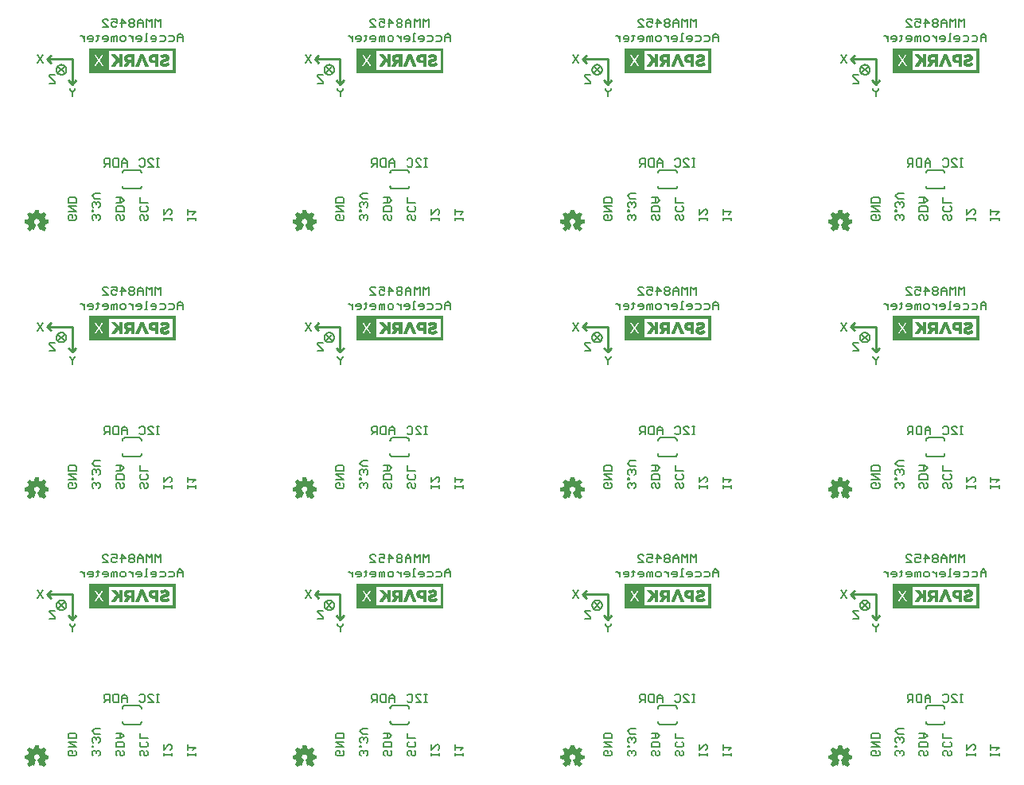
<source format=gbo>
G75*
%MOIN*%
%OFA0B0*%
%FSLAX25Y25*%
%IPPOS*%
%LPD*%
%AMOC8*
5,1,8,0,0,1.08239X$1,22.5*
%
%ADD10C,0.00600*%
%ADD11C,0.01000*%
%ADD12C,0.00700*%
%ADD13C,0.00800*%
%ADD14C,0.00299*%
%ADD15C,0.00039*%
D10*
X0077814Y0045832D02*
X0077814Y0046966D01*
X0078382Y0047533D01*
X0079516Y0047533D01*
X0079516Y0046399D01*
X0080650Y0047533D02*
X0081217Y0046966D01*
X0081217Y0045832D01*
X0080650Y0045265D01*
X0078382Y0045265D01*
X0077814Y0045832D01*
X0077814Y0048948D02*
X0081217Y0048948D01*
X0077814Y0051216D01*
X0081217Y0051216D01*
X0081217Y0052631D02*
X0081217Y0054332D01*
X0080650Y0054899D01*
X0078382Y0054899D01*
X0077814Y0054332D01*
X0077814Y0052631D01*
X0081217Y0052631D01*
X0087814Y0052491D02*
X0087814Y0051356D01*
X0088382Y0050789D01*
X0088382Y0049515D02*
X0087814Y0049515D01*
X0087814Y0048948D01*
X0088382Y0048948D01*
X0088382Y0049515D01*
X0088382Y0047533D02*
X0087814Y0046966D01*
X0087814Y0045832D01*
X0088382Y0045265D01*
X0089516Y0046399D02*
X0089516Y0046966D01*
X0088949Y0047533D01*
X0088382Y0047533D01*
X0089516Y0046966D02*
X0090083Y0047533D01*
X0090650Y0047533D01*
X0091217Y0046966D01*
X0091217Y0045832D01*
X0090650Y0045265D01*
X0090650Y0050789D02*
X0091217Y0051356D01*
X0091217Y0052491D01*
X0090650Y0053058D01*
X0090083Y0053058D01*
X0089516Y0052491D01*
X0088949Y0053058D01*
X0088382Y0053058D01*
X0087814Y0052491D01*
X0089516Y0052491D02*
X0089516Y0051924D01*
X0088949Y0054472D02*
X0091217Y0054472D01*
X0088949Y0054472D02*
X0087814Y0055607D01*
X0088949Y0056741D01*
X0091217Y0056741D01*
X0097814Y0054899D02*
X0100083Y0054899D01*
X0101217Y0053765D01*
X0100083Y0052631D01*
X0097814Y0052631D01*
X0098382Y0051216D02*
X0100650Y0051216D01*
X0101217Y0050649D01*
X0101217Y0048948D01*
X0097814Y0048948D01*
X0097814Y0050649D01*
X0098382Y0051216D01*
X0099516Y0052631D02*
X0099516Y0054899D01*
X0098949Y0047533D02*
X0098382Y0047533D01*
X0097814Y0046966D01*
X0097814Y0045832D01*
X0098382Y0045265D01*
X0099516Y0045832D02*
X0099516Y0046966D01*
X0098949Y0047533D01*
X0100650Y0047533D02*
X0101217Y0046966D01*
X0101217Y0045832D01*
X0100650Y0045265D01*
X0100083Y0045265D01*
X0099516Y0045832D01*
X0107814Y0045832D02*
X0108382Y0045265D01*
X0107814Y0045832D02*
X0107814Y0046966D01*
X0108382Y0047533D01*
X0108949Y0047533D01*
X0109516Y0046966D01*
X0109516Y0045832D01*
X0110083Y0045265D01*
X0110650Y0045265D01*
X0111217Y0045832D01*
X0111217Y0046966D01*
X0110650Y0047533D01*
X0110650Y0048948D02*
X0108382Y0048948D01*
X0107814Y0049515D01*
X0107814Y0050649D01*
X0108382Y0051216D01*
X0107814Y0052631D02*
X0107814Y0054899D01*
X0107814Y0052631D02*
X0111217Y0052631D01*
X0110650Y0051216D02*
X0111217Y0050649D01*
X0111217Y0049515D01*
X0110650Y0048948D01*
X0117814Y0049989D02*
X0117814Y0047720D01*
X0120083Y0049989D01*
X0120650Y0049989D01*
X0121217Y0049421D01*
X0121217Y0048287D01*
X0120650Y0047720D01*
X0121217Y0046399D02*
X0121217Y0045265D01*
X0121217Y0045832D02*
X0117814Y0045832D01*
X0117814Y0045265D02*
X0117814Y0046399D01*
X0127814Y0046399D02*
X0127814Y0045265D01*
X0127814Y0045832D02*
X0131217Y0045832D01*
X0131217Y0045265D02*
X0131217Y0046399D01*
X0130083Y0047720D02*
X0131217Y0048854D01*
X0127814Y0048854D01*
X0127814Y0047720D02*
X0127814Y0049989D01*
X0115992Y0067765D02*
X0114857Y0067765D01*
X0115424Y0067765D02*
X0115424Y0071167D01*
X0114857Y0071167D02*
X0115992Y0071167D01*
X0113536Y0070600D02*
X0112969Y0071167D01*
X0111835Y0071167D01*
X0111268Y0070600D01*
X0111268Y0070033D01*
X0113536Y0067765D01*
X0111268Y0067765D01*
X0109853Y0068332D02*
X0109286Y0067765D01*
X0108152Y0067765D01*
X0107584Y0068332D01*
X0107584Y0070600D02*
X0108152Y0071167D01*
X0109286Y0071167D01*
X0109853Y0070600D01*
X0109853Y0068332D01*
X0102487Y0067765D02*
X0102487Y0070033D01*
X0101352Y0071167D01*
X0100218Y0070033D01*
X0100218Y0067765D01*
X0098804Y0067765D02*
X0098804Y0071167D01*
X0097102Y0071167D01*
X0096535Y0070600D01*
X0096535Y0068332D01*
X0097102Y0067765D01*
X0098804Y0067765D01*
X0100218Y0069466D02*
X0102487Y0069466D01*
X0095120Y0068899D02*
X0093419Y0068899D01*
X0092852Y0069466D01*
X0092852Y0070600D01*
X0093419Y0071167D01*
X0095120Y0071167D01*
X0095120Y0067765D01*
X0093986Y0068899D02*
X0092852Y0067765D01*
X0079622Y0097265D02*
X0079622Y0098966D01*
X0078487Y0100100D01*
X0078487Y0100667D01*
X0079622Y0098966D02*
X0080756Y0100100D01*
X0080756Y0100667D01*
X0072256Y0102765D02*
X0069987Y0102765D01*
X0072256Y0102765D02*
X0072256Y0103332D01*
X0069987Y0105600D01*
X0069987Y0106167D01*
X0072256Y0106167D01*
X0067256Y0111265D02*
X0064987Y0114667D01*
X0067256Y0114667D02*
X0064987Y0111265D01*
X0082983Y0122533D02*
X0083551Y0122533D01*
X0084685Y0121399D01*
X0084685Y0120265D02*
X0084685Y0122533D01*
X0086099Y0121966D02*
X0086099Y0121399D01*
X0088368Y0121399D01*
X0088368Y0120832D02*
X0088368Y0121966D01*
X0087801Y0122533D01*
X0086667Y0122533D01*
X0086099Y0121966D01*
X0086667Y0120265D02*
X0087801Y0120265D01*
X0088368Y0120832D01*
X0089689Y0120265D02*
X0090256Y0120832D01*
X0090256Y0123100D01*
X0090823Y0122533D02*
X0089689Y0122533D01*
X0092238Y0121966D02*
X0092238Y0121399D01*
X0094507Y0121399D01*
X0094507Y0120832D02*
X0094507Y0121966D01*
X0093939Y0122533D01*
X0092805Y0122533D01*
X0092238Y0121966D01*
X0092805Y0120265D02*
X0093939Y0120265D01*
X0094507Y0120832D01*
X0095921Y0120265D02*
X0095921Y0121966D01*
X0096488Y0122533D01*
X0097055Y0121966D01*
X0097055Y0120265D01*
X0098190Y0120265D02*
X0098190Y0122533D01*
X0097623Y0122533D01*
X0097055Y0121966D01*
X0099604Y0121966D02*
X0100171Y0122533D01*
X0101306Y0122533D01*
X0101873Y0121966D01*
X0101873Y0120832D01*
X0101306Y0120265D01*
X0100171Y0120265D01*
X0099604Y0120832D01*
X0099604Y0121966D01*
X0103241Y0122533D02*
X0103808Y0122533D01*
X0104942Y0121399D01*
X0104942Y0120265D02*
X0104942Y0122533D01*
X0106357Y0121966D02*
X0106357Y0121399D01*
X0108625Y0121399D01*
X0108625Y0120832D02*
X0108625Y0121966D01*
X0108058Y0122533D01*
X0106924Y0122533D01*
X0106357Y0121966D01*
X0106924Y0120265D02*
X0108058Y0120265D01*
X0108625Y0120832D01*
X0109946Y0120265D02*
X0111081Y0120265D01*
X0110514Y0120265D02*
X0110514Y0123667D01*
X0111081Y0123667D01*
X0112495Y0121966D02*
X0112495Y0121399D01*
X0114764Y0121399D01*
X0114764Y0120832D02*
X0114764Y0121966D01*
X0114197Y0122533D01*
X0113062Y0122533D01*
X0112495Y0121966D01*
X0113062Y0120265D02*
X0114197Y0120265D01*
X0114764Y0120832D01*
X0116178Y0120265D02*
X0117880Y0120265D01*
X0118447Y0120832D01*
X0118447Y0121966D01*
X0117880Y0122533D01*
X0116178Y0122533D01*
X0119862Y0122533D02*
X0121563Y0122533D01*
X0122130Y0121966D01*
X0122130Y0120832D01*
X0121563Y0120265D01*
X0119862Y0120265D01*
X0123545Y0120265D02*
X0123545Y0122533D01*
X0124679Y0123667D01*
X0125813Y0122533D01*
X0125813Y0120265D01*
X0125813Y0121966D02*
X0123545Y0121966D01*
X0116605Y0126265D02*
X0116605Y0129667D01*
X0115471Y0128533D01*
X0114337Y0129667D01*
X0114337Y0126265D01*
X0112922Y0126265D02*
X0112922Y0129667D01*
X0111788Y0128533D01*
X0110654Y0129667D01*
X0110654Y0126265D01*
X0109239Y0126265D02*
X0109239Y0128533D01*
X0108105Y0129667D01*
X0106971Y0128533D01*
X0106971Y0126265D01*
X0105556Y0126832D02*
X0105556Y0127399D01*
X0104989Y0127966D01*
X0103855Y0127966D01*
X0103287Y0127399D01*
X0103287Y0126832D01*
X0103855Y0126265D01*
X0104989Y0126265D01*
X0105556Y0126832D01*
X0104989Y0127966D02*
X0105556Y0128533D01*
X0105556Y0129100D01*
X0104989Y0129667D01*
X0103855Y0129667D01*
X0103287Y0129100D01*
X0103287Y0128533D01*
X0103855Y0127966D01*
X0101873Y0127966D02*
X0099604Y0127966D01*
X0098190Y0127966D02*
X0097055Y0128533D01*
X0096488Y0128533D01*
X0095921Y0127966D01*
X0095921Y0126832D01*
X0096488Y0126265D01*
X0097623Y0126265D01*
X0098190Y0126832D01*
X0098190Y0127966D02*
X0098190Y0129667D01*
X0095921Y0129667D01*
X0094507Y0129100D02*
X0093939Y0129667D01*
X0092805Y0129667D01*
X0092238Y0129100D01*
X0092238Y0128533D01*
X0094507Y0126265D01*
X0092238Y0126265D01*
X0100171Y0126265D02*
X0100171Y0129667D01*
X0101873Y0127966D01*
X0106971Y0127966D02*
X0109239Y0127966D01*
X0110083Y0157469D02*
X0109516Y0158036D01*
X0109516Y0159171D01*
X0108949Y0159738D01*
X0108382Y0159738D01*
X0107814Y0159171D01*
X0107814Y0158036D01*
X0108382Y0157469D01*
X0110083Y0157469D02*
X0110650Y0157469D01*
X0111217Y0158036D01*
X0111217Y0159171D01*
X0110650Y0159738D01*
X0110650Y0161152D02*
X0108382Y0161152D01*
X0107814Y0161720D01*
X0107814Y0162854D01*
X0108382Y0163421D01*
X0107814Y0164836D02*
X0107814Y0167104D01*
X0107814Y0164836D02*
X0111217Y0164836D01*
X0110650Y0163421D02*
X0111217Y0162854D01*
X0111217Y0161720D01*
X0110650Y0161152D01*
X0117814Y0162193D02*
X0117814Y0159925D01*
X0120083Y0162193D01*
X0120650Y0162193D01*
X0121217Y0161626D01*
X0121217Y0160492D01*
X0120650Y0159925D01*
X0121217Y0158604D02*
X0121217Y0157469D01*
X0121217Y0158036D02*
X0117814Y0158036D01*
X0117814Y0157469D02*
X0117814Y0158604D01*
X0127814Y0158604D02*
X0127814Y0157469D01*
X0127814Y0158036D02*
X0131217Y0158036D01*
X0131217Y0157469D02*
X0131217Y0158604D01*
X0130083Y0159925D02*
X0131217Y0161059D01*
X0127814Y0161059D01*
X0127814Y0159925D02*
X0127814Y0162193D01*
X0115992Y0179969D02*
X0114857Y0179969D01*
X0115424Y0179969D02*
X0115424Y0183372D01*
X0114857Y0183372D02*
X0115992Y0183372D01*
X0113536Y0182805D02*
X0112969Y0183372D01*
X0111835Y0183372D01*
X0111268Y0182805D01*
X0111268Y0182238D01*
X0113536Y0179969D01*
X0111268Y0179969D01*
X0109853Y0180536D02*
X0109853Y0182805D01*
X0109286Y0183372D01*
X0108152Y0183372D01*
X0107584Y0182805D01*
X0107584Y0180536D02*
X0108152Y0179969D01*
X0109286Y0179969D01*
X0109853Y0180536D01*
X0102487Y0179969D02*
X0102487Y0182238D01*
X0101352Y0183372D01*
X0100218Y0182238D01*
X0100218Y0179969D01*
X0098804Y0179969D02*
X0098804Y0183372D01*
X0097102Y0183372D01*
X0096535Y0182805D01*
X0096535Y0180536D01*
X0097102Y0179969D01*
X0098804Y0179969D01*
X0100218Y0181671D02*
X0102487Y0181671D01*
X0095120Y0181104D02*
X0093419Y0181104D01*
X0092852Y0181671D01*
X0092852Y0182805D01*
X0093419Y0183372D01*
X0095120Y0183372D01*
X0095120Y0179969D01*
X0093986Y0181104D02*
X0092852Y0179969D01*
X0091217Y0168946D02*
X0088949Y0168946D01*
X0087814Y0167811D01*
X0088949Y0166677D01*
X0091217Y0166677D01*
X0090650Y0165263D02*
X0090083Y0165263D01*
X0089516Y0164695D01*
X0088949Y0165263D01*
X0088382Y0165263D01*
X0087814Y0164695D01*
X0087814Y0163561D01*
X0088382Y0162994D01*
X0088382Y0161720D02*
X0087814Y0161720D01*
X0087814Y0161152D01*
X0088382Y0161152D01*
X0088382Y0161720D01*
X0088382Y0159738D02*
X0087814Y0159171D01*
X0087814Y0158036D01*
X0088382Y0157469D01*
X0089516Y0158604D02*
X0089516Y0159171D01*
X0088949Y0159738D01*
X0088382Y0159738D01*
X0089516Y0159171D02*
X0090083Y0159738D01*
X0090650Y0159738D01*
X0091217Y0159171D01*
X0091217Y0158036D01*
X0090650Y0157469D01*
X0090650Y0162994D02*
X0091217Y0163561D01*
X0091217Y0164695D01*
X0090650Y0165263D01*
X0089516Y0164695D02*
X0089516Y0164128D01*
X0097814Y0164836D02*
X0100083Y0164836D01*
X0101217Y0165970D01*
X0100083Y0167104D01*
X0097814Y0167104D01*
X0099516Y0167104D02*
X0099516Y0164836D01*
X0098382Y0163421D02*
X0100650Y0163421D01*
X0101217Y0162854D01*
X0101217Y0161152D01*
X0097814Y0161152D01*
X0097814Y0162854D01*
X0098382Y0163421D01*
X0098382Y0159738D02*
X0097814Y0159171D01*
X0097814Y0158036D01*
X0098382Y0157469D01*
X0099516Y0158036D02*
X0099516Y0159171D01*
X0098949Y0159738D01*
X0098382Y0159738D01*
X0099516Y0158036D02*
X0100083Y0157469D01*
X0100650Y0157469D01*
X0101217Y0158036D01*
X0101217Y0159171D01*
X0100650Y0159738D01*
X0081217Y0159171D02*
X0081217Y0158036D01*
X0080650Y0157469D01*
X0078382Y0157469D01*
X0077814Y0158036D01*
X0077814Y0159171D01*
X0078382Y0159738D01*
X0079516Y0159738D01*
X0079516Y0158604D01*
X0080650Y0159738D02*
X0081217Y0159171D01*
X0081217Y0161152D02*
X0077814Y0163421D01*
X0081217Y0163421D01*
X0081217Y0164836D02*
X0081217Y0166537D01*
X0080650Y0167104D01*
X0078382Y0167104D01*
X0077814Y0166537D01*
X0077814Y0164836D01*
X0081217Y0164836D01*
X0081217Y0161152D02*
X0077814Y0161152D01*
X0079622Y0209469D02*
X0079622Y0211171D01*
X0078487Y0212305D01*
X0078487Y0212872D01*
X0079622Y0211171D02*
X0080756Y0212305D01*
X0080756Y0212872D01*
X0072256Y0214969D02*
X0069987Y0214969D01*
X0072256Y0214969D02*
X0072256Y0215536D01*
X0069987Y0217805D01*
X0069987Y0218372D01*
X0072256Y0218372D01*
X0067256Y0223469D02*
X0064987Y0226872D01*
X0067256Y0226872D02*
X0064987Y0223469D01*
X0082983Y0234738D02*
X0083551Y0234738D01*
X0084685Y0233604D01*
X0084685Y0234738D02*
X0084685Y0232469D01*
X0086099Y0233604D02*
X0088368Y0233604D01*
X0088368Y0234171D02*
X0087801Y0234738D01*
X0086667Y0234738D01*
X0086099Y0234171D01*
X0086099Y0233604D01*
X0086667Y0232469D02*
X0087801Y0232469D01*
X0088368Y0233036D01*
X0088368Y0234171D01*
X0089689Y0234738D02*
X0090823Y0234738D01*
X0090256Y0235305D02*
X0090256Y0233036D01*
X0089689Y0232469D01*
X0092238Y0233604D02*
X0094507Y0233604D01*
X0094507Y0234171D02*
X0093939Y0234738D01*
X0092805Y0234738D01*
X0092238Y0234171D01*
X0092238Y0233604D01*
X0092805Y0232469D02*
X0093939Y0232469D01*
X0094507Y0233036D01*
X0094507Y0234171D01*
X0095921Y0234171D02*
X0095921Y0232469D01*
X0097055Y0232469D02*
X0097055Y0234171D01*
X0096488Y0234738D01*
X0095921Y0234171D01*
X0097055Y0234171D02*
X0097623Y0234738D01*
X0098190Y0234738D01*
X0098190Y0232469D01*
X0099604Y0233036D02*
X0099604Y0234171D01*
X0100171Y0234738D01*
X0101306Y0234738D01*
X0101873Y0234171D01*
X0101873Y0233036D01*
X0101306Y0232469D01*
X0100171Y0232469D01*
X0099604Y0233036D01*
X0103241Y0234738D02*
X0103808Y0234738D01*
X0104942Y0233604D01*
X0104942Y0234738D02*
X0104942Y0232469D01*
X0106357Y0233604D02*
X0108625Y0233604D01*
X0108625Y0234171D02*
X0108058Y0234738D01*
X0106924Y0234738D01*
X0106357Y0234171D01*
X0106357Y0233604D01*
X0106924Y0232469D02*
X0108058Y0232469D01*
X0108625Y0233036D01*
X0108625Y0234171D01*
X0109946Y0232469D02*
X0111081Y0232469D01*
X0110514Y0232469D02*
X0110514Y0235872D01*
X0111081Y0235872D01*
X0112495Y0234171D02*
X0112495Y0233604D01*
X0114764Y0233604D01*
X0114764Y0234171D02*
X0114197Y0234738D01*
X0113062Y0234738D01*
X0112495Y0234171D01*
X0113062Y0232469D02*
X0114197Y0232469D01*
X0114764Y0233036D01*
X0114764Y0234171D01*
X0116178Y0234738D02*
X0117880Y0234738D01*
X0118447Y0234171D01*
X0118447Y0233036D01*
X0117880Y0232469D01*
X0116178Y0232469D01*
X0119862Y0232469D02*
X0121563Y0232469D01*
X0122130Y0233036D01*
X0122130Y0234171D01*
X0121563Y0234738D01*
X0119862Y0234738D01*
X0123545Y0234738D02*
X0124679Y0235872D01*
X0125813Y0234738D01*
X0125813Y0232469D01*
X0125813Y0234171D02*
X0123545Y0234171D01*
X0123545Y0234738D02*
X0123545Y0232469D01*
X0116605Y0238469D02*
X0116605Y0241872D01*
X0115471Y0240738D01*
X0114337Y0241872D01*
X0114337Y0238469D01*
X0112922Y0238469D02*
X0112922Y0241872D01*
X0111788Y0240738D01*
X0110654Y0241872D01*
X0110654Y0238469D01*
X0109239Y0238469D02*
X0109239Y0240738D01*
X0108105Y0241872D01*
X0106971Y0240738D01*
X0106971Y0238469D01*
X0105556Y0239036D02*
X0105556Y0239604D01*
X0104989Y0240171D01*
X0103855Y0240171D01*
X0103287Y0239604D01*
X0103287Y0239036D01*
X0103855Y0238469D01*
X0104989Y0238469D01*
X0105556Y0239036D01*
X0104989Y0240171D02*
X0105556Y0240738D01*
X0105556Y0241305D01*
X0104989Y0241872D01*
X0103855Y0241872D01*
X0103287Y0241305D01*
X0103287Y0240738D01*
X0103855Y0240171D01*
X0101873Y0240171D02*
X0099604Y0240171D01*
X0098190Y0240171D02*
X0097055Y0240738D01*
X0096488Y0240738D01*
X0095921Y0240171D01*
X0095921Y0239036D01*
X0096488Y0238469D01*
X0097623Y0238469D01*
X0098190Y0239036D01*
X0098190Y0240171D02*
X0098190Y0241872D01*
X0095921Y0241872D01*
X0094507Y0241305D02*
X0093939Y0241872D01*
X0092805Y0241872D01*
X0092238Y0241305D01*
X0092238Y0240738D01*
X0094507Y0238469D01*
X0092238Y0238469D01*
X0100171Y0238469D02*
X0100171Y0241872D01*
X0101873Y0240171D01*
X0106971Y0240171D02*
X0109239Y0240171D01*
X0110083Y0269674D02*
X0109516Y0270241D01*
X0109516Y0271375D01*
X0108949Y0271943D01*
X0108382Y0271943D01*
X0107814Y0271375D01*
X0107814Y0270241D01*
X0108382Y0269674D01*
X0110083Y0269674D02*
X0110650Y0269674D01*
X0111217Y0270241D01*
X0111217Y0271375D01*
X0110650Y0271943D01*
X0110650Y0273357D02*
X0108382Y0273357D01*
X0107814Y0273924D01*
X0107814Y0275059D01*
X0108382Y0275626D01*
X0107814Y0277040D02*
X0107814Y0279309D01*
X0107814Y0277040D02*
X0111217Y0277040D01*
X0110650Y0275626D02*
X0111217Y0275059D01*
X0111217Y0273924D01*
X0110650Y0273357D01*
X0117814Y0274398D02*
X0117814Y0272129D01*
X0120083Y0274398D01*
X0120650Y0274398D01*
X0121217Y0273831D01*
X0121217Y0272697D01*
X0120650Y0272129D01*
X0121217Y0270808D02*
X0121217Y0269674D01*
X0121217Y0270241D02*
X0117814Y0270241D01*
X0117814Y0269674D02*
X0117814Y0270808D01*
X0127814Y0270808D02*
X0127814Y0269674D01*
X0127814Y0270241D02*
X0131217Y0270241D01*
X0131217Y0269674D02*
X0131217Y0270808D01*
X0130083Y0272129D02*
X0131217Y0273264D01*
X0127814Y0273264D01*
X0127814Y0274398D02*
X0127814Y0272129D01*
X0115992Y0292174D02*
X0114857Y0292174D01*
X0115424Y0292174D02*
X0115424Y0295577D01*
X0114857Y0295577D02*
X0115992Y0295577D01*
X0113536Y0295010D02*
X0112969Y0295577D01*
X0111835Y0295577D01*
X0111268Y0295010D01*
X0111268Y0294443D01*
X0113536Y0292174D01*
X0111268Y0292174D01*
X0109853Y0292741D02*
X0109853Y0295010D01*
X0109286Y0295577D01*
X0108152Y0295577D01*
X0107584Y0295010D01*
X0107584Y0292741D02*
X0108152Y0292174D01*
X0109286Y0292174D01*
X0109853Y0292741D01*
X0102487Y0292174D02*
X0102487Y0294443D01*
X0101352Y0295577D01*
X0100218Y0294443D01*
X0100218Y0292174D01*
X0098804Y0292174D02*
X0098804Y0295577D01*
X0097102Y0295577D01*
X0096535Y0295010D01*
X0096535Y0292741D01*
X0097102Y0292174D01*
X0098804Y0292174D01*
X0100218Y0293875D02*
X0102487Y0293875D01*
X0095120Y0293308D02*
X0093419Y0293308D01*
X0092852Y0293875D01*
X0092852Y0295010D01*
X0093419Y0295577D01*
X0095120Y0295577D01*
X0095120Y0292174D01*
X0093986Y0293308D02*
X0092852Y0292174D01*
X0091217Y0281150D02*
X0088949Y0281150D01*
X0087814Y0280016D01*
X0088949Y0278882D01*
X0091217Y0278882D01*
X0090650Y0277467D02*
X0090083Y0277467D01*
X0089516Y0276900D01*
X0088949Y0277467D01*
X0088382Y0277467D01*
X0087814Y0276900D01*
X0087814Y0275766D01*
X0088382Y0275199D01*
X0088382Y0273924D02*
X0087814Y0273924D01*
X0087814Y0273357D01*
X0088382Y0273357D01*
X0088382Y0273924D01*
X0088382Y0271943D02*
X0087814Y0271375D01*
X0087814Y0270241D01*
X0088382Y0269674D01*
X0089516Y0270808D02*
X0089516Y0271375D01*
X0088949Y0271943D01*
X0088382Y0271943D01*
X0089516Y0271375D02*
X0090083Y0271943D01*
X0090650Y0271943D01*
X0091217Y0271375D01*
X0091217Y0270241D01*
X0090650Y0269674D01*
X0097814Y0270241D02*
X0097814Y0271375D01*
X0098382Y0271943D01*
X0098949Y0271943D01*
X0099516Y0271375D01*
X0099516Y0270241D01*
X0100083Y0269674D01*
X0100650Y0269674D01*
X0101217Y0270241D01*
X0101217Y0271375D01*
X0100650Y0271943D01*
X0101217Y0273357D02*
X0101217Y0275059D01*
X0100650Y0275626D01*
X0098382Y0275626D01*
X0097814Y0275059D01*
X0097814Y0273357D01*
X0101217Y0273357D01*
X0100083Y0277040D02*
X0097814Y0277040D01*
X0099516Y0277040D02*
X0099516Y0279309D01*
X0100083Y0279309D02*
X0097814Y0279309D01*
X0100083Y0279309D02*
X0101217Y0278175D01*
X0100083Y0277040D01*
X0097814Y0270241D02*
X0098382Y0269674D01*
X0091217Y0275766D02*
X0091217Y0276900D01*
X0090650Y0277467D01*
X0089516Y0276900D02*
X0089516Y0276333D01*
X0090650Y0275199D02*
X0091217Y0275766D01*
X0081217Y0275626D02*
X0077814Y0275626D01*
X0081217Y0273357D01*
X0077814Y0273357D01*
X0078382Y0271943D02*
X0079516Y0271943D01*
X0079516Y0270808D01*
X0080650Y0269674D02*
X0078382Y0269674D01*
X0077814Y0270241D01*
X0077814Y0271375D01*
X0078382Y0271943D01*
X0080650Y0271943D02*
X0081217Y0271375D01*
X0081217Y0270241D01*
X0080650Y0269674D01*
X0081217Y0277040D02*
X0077814Y0277040D01*
X0077814Y0278742D01*
X0078382Y0279309D01*
X0080650Y0279309D01*
X0081217Y0278742D01*
X0081217Y0277040D01*
X0079622Y0321674D02*
X0079622Y0323375D01*
X0078487Y0324510D01*
X0078487Y0325077D01*
X0079622Y0323375D02*
X0080756Y0324510D01*
X0080756Y0325077D01*
X0072256Y0327174D02*
X0069987Y0327174D01*
X0072256Y0327174D02*
X0072256Y0327741D01*
X0069987Y0330010D01*
X0069987Y0330577D01*
X0072256Y0330577D01*
X0067256Y0335674D02*
X0064987Y0339077D01*
X0067256Y0339077D02*
X0064987Y0335674D01*
X0082983Y0346943D02*
X0083551Y0346943D01*
X0084685Y0345808D01*
X0084685Y0344674D02*
X0084685Y0346943D01*
X0086099Y0346375D02*
X0086099Y0345808D01*
X0088368Y0345808D01*
X0088368Y0345241D02*
X0088368Y0346375D01*
X0087801Y0346943D01*
X0086667Y0346943D01*
X0086099Y0346375D01*
X0086667Y0344674D02*
X0087801Y0344674D01*
X0088368Y0345241D01*
X0089689Y0344674D02*
X0090256Y0345241D01*
X0090256Y0347510D01*
X0090823Y0346943D02*
X0089689Y0346943D01*
X0092238Y0346375D02*
X0092238Y0345808D01*
X0094507Y0345808D01*
X0094507Y0345241D02*
X0094507Y0346375D01*
X0093939Y0346943D01*
X0092805Y0346943D01*
X0092238Y0346375D01*
X0092805Y0344674D02*
X0093939Y0344674D01*
X0094507Y0345241D01*
X0095921Y0344674D02*
X0095921Y0346375D01*
X0096488Y0346943D01*
X0097055Y0346375D01*
X0097055Y0344674D01*
X0098190Y0344674D02*
X0098190Y0346943D01*
X0097623Y0346943D01*
X0097055Y0346375D01*
X0099604Y0346375D02*
X0100171Y0346943D01*
X0101306Y0346943D01*
X0101873Y0346375D01*
X0101873Y0345241D01*
X0101306Y0344674D01*
X0100171Y0344674D01*
X0099604Y0345241D01*
X0099604Y0346375D01*
X0103241Y0346943D02*
X0103808Y0346943D01*
X0104942Y0345808D01*
X0104942Y0344674D02*
X0104942Y0346943D01*
X0106357Y0346375D02*
X0106357Y0345808D01*
X0108625Y0345808D01*
X0108625Y0345241D02*
X0108625Y0346375D01*
X0108058Y0346943D01*
X0106924Y0346943D01*
X0106357Y0346375D01*
X0106924Y0344674D02*
X0108058Y0344674D01*
X0108625Y0345241D01*
X0109946Y0344674D02*
X0111081Y0344674D01*
X0110514Y0344674D02*
X0110514Y0348077D01*
X0111081Y0348077D01*
X0112495Y0346375D02*
X0112495Y0345808D01*
X0114764Y0345808D01*
X0114764Y0345241D02*
X0114764Y0346375D01*
X0114197Y0346943D01*
X0113062Y0346943D01*
X0112495Y0346375D01*
X0113062Y0344674D02*
X0114197Y0344674D01*
X0114764Y0345241D01*
X0116178Y0344674D02*
X0117880Y0344674D01*
X0118447Y0345241D01*
X0118447Y0346375D01*
X0117880Y0346943D01*
X0116178Y0346943D01*
X0119862Y0346943D02*
X0121563Y0346943D01*
X0122130Y0346375D01*
X0122130Y0345241D01*
X0121563Y0344674D01*
X0119862Y0344674D01*
X0123545Y0344674D02*
X0123545Y0346943D01*
X0124679Y0348077D01*
X0125813Y0346943D01*
X0125813Y0344674D01*
X0125813Y0346375D02*
X0123545Y0346375D01*
X0116605Y0350674D02*
X0116605Y0354077D01*
X0115471Y0352943D01*
X0114337Y0354077D01*
X0114337Y0350674D01*
X0112922Y0350674D02*
X0112922Y0354077D01*
X0111788Y0352943D01*
X0110654Y0354077D01*
X0110654Y0350674D01*
X0109239Y0350674D02*
X0109239Y0352943D01*
X0108105Y0354077D01*
X0106971Y0352943D01*
X0106971Y0350674D01*
X0105556Y0351241D02*
X0105556Y0351808D01*
X0104989Y0352375D01*
X0103855Y0352375D01*
X0103287Y0351808D01*
X0103287Y0351241D01*
X0103855Y0350674D01*
X0104989Y0350674D01*
X0105556Y0351241D01*
X0104989Y0352375D02*
X0105556Y0352943D01*
X0105556Y0353510D01*
X0104989Y0354077D01*
X0103855Y0354077D01*
X0103287Y0353510D01*
X0103287Y0352943D01*
X0103855Y0352375D01*
X0101873Y0352375D02*
X0099604Y0352375D01*
X0098190Y0352375D02*
X0097055Y0352943D01*
X0096488Y0352943D01*
X0095921Y0352375D01*
X0095921Y0351241D01*
X0096488Y0350674D01*
X0097623Y0350674D01*
X0098190Y0351241D01*
X0098190Y0352375D02*
X0098190Y0354077D01*
X0095921Y0354077D01*
X0094507Y0353510D02*
X0093939Y0354077D01*
X0092805Y0354077D01*
X0092238Y0353510D01*
X0092238Y0352943D01*
X0094507Y0350674D01*
X0092238Y0350674D01*
X0100171Y0350674D02*
X0100171Y0354077D01*
X0101873Y0352375D01*
X0106971Y0352375D02*
X0109239Y0352375D01*
X0177192Y0339077D02*
X0179461Y0335674D01*
X0177192Y0335674D02*
X0179461Y0339077D01*
X0182192Y0330577D02*
X0182192Y0330010D01*
X0184461Y0327741D01*
X0184461Y0327174D01*
X0182192Y0327174D01*
X0182192Y0330577D02*
X0184461Y0330577D01*
X0190692Y0325077D02*
X0190692Y0324510D01*
X0191826Y0323375D01*
X0191826Y0321674D01*
X0191826Y0323375D02*
X0192961Y0324510D01*
X0192961Y0325077D01*
X0196890Y0344674D02*
X0196890Y0346943D01*
X0196890Y0345808D02*
X0195755Y0346943D01*
X0195188Y0346943D01*
X0198304Y0346375D02*
X0198304Y0345808D01*
X0200573Y0345808D01*
X0200573Y0345241D02*
X0200573Y0346375D01*
X0200006Y0346943D01*
X0198871Y0346943D01*
X0198304Y0346375D01*
X0198871Y0344674D02*
X0200006Y0344674D01*
X0200573Y0345241D01*
X0201894Y0344674D02*
X0202461Y0345241D01*
X0202461Y0347510D01*
X0203028Y0346943D02*
X0201894Y0346943D01*
X0204443Y0346375D02*
X0204443Y0345808D01*
X0206711Y0345808D01*
X0206711Y0345241D02*
X0206711Y0346375D01*
X0206144Y0346943D01*
X0205010Y0346943D01*
X0204443Y0346375D01*
X0205010Y0344674D02*
X0206144Y0344674D01*
X0206711Y0345241D01*
X0208126Y0344674D02*
X0208126Y0346375D01*
X0208693Y0346943D01*
X0209260Y0346375D01*
X0209260Y0344674D01*
X0210394Y0344674D02*
X0210394Y0346943D01*
X0209827Y0346943D01*
X0209260Y0346375D01*
X0211809Y0346375D02*
X0211809Y0345241D01*
X0212376Y0344674D01*
X0213510Y0344674D01*
X0214078Y0345241D01*
X0214078Y0346375D01*
X0213510Y0346943D01*
X0212376Y0346943D01*
X0211809Y0346375D01*
X0215445Y0346943D02*
X0216013Y0346943D01*
X0217147Y0345808D01*
X0217147Y0344674D02*
X0217147Y0346943D01*
X0218561Y0346375D02*
X0218561Y0345808D01*
X0220830Y0345808D01*
X0220830Y0345241D02*
X0220830Y0346375D01*
X0220263Y0346943D01*
X0219129Y0346943D01*
X0218561Y0346375D01*
X0219129Y0344674D02*
X0220263Y0344674D01*
X0220830Y0345241D01*
X0222151Y0344674D02*
X0223285Y0344674D01*
X0222718Y0344674D02*
X0222718Y0348077D01*
X0223285Y0348077D01*
X0224700Y0346375D02*
X0224700Y0345808D01*
X0226969Y0345808D01*
X0226969Y0345241D02*
X0226969Y0346375D01*
X0226401Y0346943D01*
X0225267Y0346943D01*
X0224700Y0346375D01*
X0225267Y0344674D02*
X0226401Y0344674D01*
X0226969Y0345241D01*
X0228383Y0344674D02*
X0230085Y0344674D01*
X0230652Y0345241D01*
X0230652Y0346375D01*
X0230085Y0346943D01*
X0228383Y0346943D01*
X0232066Y0346943D02*
X0233768Y0346943D01*
X0234335Y0346375D01*
X0234335Y0345241D01*
X0233768Y0344674D01*
X0232066Y0344674D01*
X0235749Y0344674D02*
X0235749Y0346943D01*
X0236884Y0348077D01*
X0238018Y0346943D01*
X0238018Y0344674D01*
X0238018Y0346375D02*
X0235749Y0346375D01*
X0228810Y0350674D02*
X0228810Y0354077D01*
X0227676Y0352943D01*
X0226542Y0354077D01*
X0226542Y0350674D01*
X0225127Y0350674D02*
X0225127Y0354077D01*
X0223993Y0352943D01*
X0222858Y0354077D01*
X0222858Y0350674D01*
X0221444Y0350674D02*
X0221444Y0352943D01*
X0220310Y0354077D01*
X0219175Y0352943D01*
X0219175Y0350674D01*
X0217761Y0351241D02*
X0217761Y0351808D01*
X0217194Y0352375D01*
X0216059Y0352375D01*
X0215492Y0351808D01*
X0215492Y0351241D01*
X0216059Y0350674D01*
X0217194Y0350674D01*
X0217761Y0351241D01*
X0217194Y0352375D02*
X0217761Y0352943D01*
X0217761Y0353510D01*
X0217194Y0354077D01*
X0216059Y0354077D01*
X0215492Y0353510D01*
X0215492Y0352943D01*
X0216059Y0352375D01*
X0214078Y0352375D02*
X0212376Y0354077D01*
X0212376Y0350674D01*
X0211809Y0352375D02*
X0214078Y0352375D01*
X0210394Y0352375D02*
X0210394Y0354077D01*
X0208126Y0354077D01*
X0208693Y0352943D02*
X0208126Y0352375D01*
X0208126Y0351241D01*
X0208693Y0350674D01*
X0209827Y0350674D01*
X0210394Y0351241D01*
X0210394Y0352375D02*
X0209260Y0352943D01*
X0208693Y0352943D01*
X0206711Y0353510D02*
X0206144Y0354077D01*
X0205010Y0354077D01*
X0204443Y0353510D01*
X0204443Y0352943D01*
X0206711Y0350674D01*
X0204443Y0350674D01*
X0219175Y0352375D02*
X0221444Y0352375D01*
X0289397Y0339077D02*
X0291665Y0335674D01*
X0289397Y0335674D02*
X0291665Y0339077D01*
X0294397Y0330577D02*
X0294397Y0330010D01*
X0296665Y0327741D01*
X0296665Y0327174D01*
X0294397Y0327174D01*
X0294397Y0330577D02*
X0296665Y0330577D01*
X0302897Y0325077D02*
X0302897Y0324510D01*
X0304031Y0323375D01*
X0304031Y0321674D01*
X0304031Y0323375D02*
X0305165Y0324510D01*
X0305165Y0325077D01*
X0309094Y0344674D02*
X0309094Y0346943D01*
X0307960Y0346943D02*
X0307393Y0346943D01*
X0307960Y0346943D02*
X0309094Y0345808D01*
X0310509Y0345808D02*
X0312777Y0345808D01*
X0312777Y0345241D02*
X0312777Y0346375D01*
X0312210Y0346943D01*
X0311076Y0346943D01*
X0310509Y0346375D01*
X0310509Y0345808D01*
X0311076Y0344674D02*
X0312210Y0344674D01*
X0312777Y0345241D01*
X0314099Y0344674D02*
X0314666Y0345241D01*
X0314666Y0347510D01*
X0315233Y0346943D02*
X0314099Y0346943D01*
X0316647Y0346375D02*
X0316647Y0345808D01*
X0318916Y0345808D01*
X0318916Y0345241D02*
X0318916Y0346375D01*
X0318349Y0346943D01*
X0317215Y0346943D01*
X0316647Y0346375D01*
X0317215Y0344674D02*
X0318349Y0344674D01*
X0318916Y0345241D01*
X0320331Y0344674D02*
X0320331Y0346375D01*
X0320898Y0346943D01*
X0321465Y0346375D01*
X0321465Y0344674D01*
X0322599Y0344674D02*
X0322599Y0346943D01*
X0322032Y0346943D01*
X0321465Y0346375D01*
X0324014Y0346375D02*
X0324581Y0346943D01*
X0325715Y0346943D01*
X0326282Y0346375D01*
X0326282Y0345241D01*
X0325715Y0344674D01*
X0324581Y0344674D01*
X0324014Y0345241D01*
X0324014Y0346375D01*
X0327650Y0346943D02*
X0328217Y0346943D01*
X0329352Y0345808D01*
X0329352Y0344674D02*
X0329352Y0346943D01*
X0330766Y0346375D02*
X0330766Y0345808D01*
X0333035Y0345808D01*
X0333035Y0345241D02*
X0333035Y0346375D01*
X0332468Y0346943D01*
X0331333Y0346943D01*
X0330766Y0346375D01*
X0331333Y0344674D02*
X0332468Y0344674D01*
X0333035Y0345241D01*
X0334356Y0344674D02*
X0335490Y0344674D01*
X0334923Y0344674D02*
X0334923Y0348077D01*
X0335490Y0348077D01*
X0336905Y0346375D02*
X0336905Y0345808D01*
X0339173Y0345808D01*
X0339173Y0345241D02*
X0339173Y0346375D01*
X0338606Y0346943D01*
X0337472Y0346943D01*
X0336905Y0346375D01*
X0337472Y0344674D02*
X0338606Y0344674D01*
X0339173Y0345241D01*
X0340588Y0344674D02*
X0342289Y0344674D01*
X0342856Y0345241D01*
X0342856Y0346375D01*
X0342289Y0346943D01*
X0340588Y0346943D01*
X0344271Y0346943D02*
X0345972Y0346943D01*
X0346540Y0346375D01*
X0346540Y0345241D01*
X0345972Y0344674D01*
X0344271Y0344674D01*
X0347954Y0344674D02*
X0347954Y0346943D01*
X0349088Y0348077D01*
X0350223Y0346943D01*
X0350223Y0344674D01*
X0350223Y0346375D02*
X0347954Y0346375D01*
X0341015Y0350674D02*
X0341015Y0354077D01*
X0339881Y0352943D01*
X0338746Y0354077D01*
X0338746Y0350674D01*
X0337332Y0350674D02*
X0337332Y0354077D01*
X0336197Y0352943D01*
X0335063Y0354077D01*
X0335063Y0350674D01*
X0333649Y0350674D02*
X0333649Y0352943D01*
X0332514Y0354077D01*
X0331380Y0352943D01*
X0331380Y0350674D01*
X0329965Y0351241D02*
X0329965Y0351808D01*
X0329398Y0352375D01*
X0328264Y0352375D01*
X0327697Y0351808D01*
X0327697Y0351241D01*
X0328264Y0350674D01*
X0329398Y0350674D01*
X0329965Y0351241D01*
X0329398Y0352375D02*
X0329965Y0352943D01*
X0329965Y0353510D01*
X0329398Y0354077D01*
X0328264Y0354077D01*
X0327697Y0353510D01*
X0327697Y0352943D01*
X0328264Y0352375D01*
X0326282Y0352375D02*
X0324581Y0354077D01*
X0324581Y0350674D01*
X0324014Y0352375D02*
X0326282Y0352375D01*
X0322599Y0352375D02*
X0321465Y0352943D01*
X0320898Y0352943D01*
X0320331Y0352375D01*
X0320331Y0351241D01*
X0320898Y0350674D01*
X0322032Y0350674D01*
X0322599Y0351241D01*
X0322599Y0352375D02*
X0322599Y0354077D01*
X0320331Y0354077D01*
X0318916Y0353510D02*
X0318349Y0354077D01*
X0317215Y0354077D01*
X0316647Y0353510D01*
X0316647Y0352943D01*
X0318916Y0350674D01*
X0316647Y0350674D01*
X0331380Y0352375D02*
X0333649Y0352375D01*
X0401602Y0339077D02*
X0403870Y0335674D01*
X0401602Y0335674D02*
X0403870Y0339077D01*
X0406602Y0330577D02*
X0406602Y0330010D01*
X0408870Y0327741D01*
X0408870Y0327174D01*
X0406602Y0327174D01*
X0406602Y0330577D02*
X0408870Y0330577D01*
X0415102Y0325077D02*
X0415102Y0324510D01*
X0416236Y0323375D01*
X0416236Y0321674D01*
X0416236Y0323375D02*
X0417370Y0324510D01*
X0417370Y0325077D01*
X0421299Y0344674D02*
X0421299Y0346943D01*
X0420165Y0346943D02*
X0421299Y0345808D01*
X0422714Y0345808D02*
X0424982Y0345808D01*
X0424982Y0345241D02*
X0424982Y0346375D01*
X0424415Y0346943D01*
X0423281Y0346943D01*
X0422714Y0346375D01*
X0422714Y0345808D01*
X0423281Y0344674D02*
X0424415Y0344674D01*
X0424982Y0345241D01*
X0426303Y0344674D02*
X0426870Y0345241D01*
X0426870Y0347510D01*
X0426303Y0346943D02*
X0427438Y0346943D01*
X0428852Y0346375D02*
X0428852Y0345808D01*
X0431121Y0345808D01*
X0431121Y0345241D02*
X0431121Y0346375D01*
X0430554Y0346943D01*
X0429419Y0346943D01*
X0428852Y0346375D01*
X0429419Y0344674D02*
X0430554Y0344674D01*
X0431121Y0345241D01*
X0432535Y0344674D02*
X0432535Y0346375D01*
X0433102Y0346943D01*
X0433670Y0346375D01*
X0433670Y0344674D01*
X0434804Y0344674D02*
X0434804Y0346943D01*
X0434237Y0346943D01*
X0433670Y0346375D01*
X0436218Y0346375D02*
X0436786Y0346943D01*
X0437920Y0346943D01*
X0438487Y0346375D01*
X0438487Y0345241D01*
X0437920Y0344674D01*
X0436786Y0344674D01*
X0436218Y0345241D01*
X0436218Y0346375D01*
X0439855Y0346943D02*
X0440422Y0346943D01*
X0441556Y0345808D01*
X0441556Y0344674D02*
X0441556Y0346943D01*
X0442971Y0346375D02*
X0442971Y0345808D01*
X0445239Y0345808D01*
X0445239Y0345241D02*
X0445239Y0346375D01*
X0444672Y0346943D01*
X0443538Y0346943D01*
X0442971Y0346375D01*
X0443538Y0344674D02*
X0444672Y0344674D01*
X0445239Y0345241D01*
X0446561Y0344674D02*
X0447695Y0344674D01*
X0447128Y0344674D02*
X0447128Y0348077D01*
X0447695Y0348077D01*
X0449109Y0346375D02*
X0449109Y0345808D01*
X0451378Y0345808D01*
X0451378Y0345241D02*
X0451378Y0346375D01*
X0450811Y0346943D01*
X0449677Y0346943D01*
X0449109Y0346375D01*
X0449677Y0344674D02*
X0450811Y0344674D01*
X0451378Y0345241D01*
X0452793Y0344674D02*
X0454494Y0344674D01*
X0455061Y0345241D01*
X0455061Y0346375D01*
X0454494Y0346943D01*
X0452793Y0346943D01*
X0456476Y0346943D02*
X0458177Y0346943D01*
X0458744Y0346375D01*
X0458744Y0345241D01*
X0458177Y0344674D01*
X0456476Y0344674D01*
X0460159Y0344674D02*
X0460159Y0346943D01*
X0461293Y0348077D01*
X0462427Y0346943D01*
X0462427Y0344674D01*
X0462427Y0346375D02*
X0460159Y0346375D01*
X0453220Y0350674D02*
X0453220Y0354077D01*
X0452085Y0352943D01*
X0450951Y0354077D01*
X0450951Y0350674D01*
X0449536Y0350674D02*
X0449536Y0354077D01*
X0448402Y0352943D01*
X0447268Y0354077D01*
X0447268Y0350674D01*
X0445853Y0350674D02*
X0445853Y0352943D01*
X0444719Y0354077D01*
X0443585Y0352943D01*
X0443585Y0350674D01*
X0442170Y0351241D02*
X0442170Y0351808D01*
X0441603Y0352375D01*
X0440469Y0352375D01*
X0439902Y0351808D01*
X0439902Y0351241D01*
X0440469Y0350674D01*
X0441603Y0350674D01*
X0442170Y0351241D01*
X0441603Y0352375D02*
X0442170Y0352943D01*
X0442170Y0353510D01*
X0441603Y0354077D01*
X0440469Y0354077D01*
X0439902Y0353510D01*
X0439902Y0352943D01*
X0440469Y0352375D01*
X0438487Y0352375D02*
X0436218Y0352375D01*
X0434804Y0352375D02*
X0433670Y0352943D01*
X0433102Y0352943D01*
X0432535Y0352375D01*
X0432535Y0351241D01*
X0433102Y0350674D01*
X0434237Y0350674D01*
X0434804Y0351241D01*
X0434804Y0352375D02*
X0434804Y0354077D01*
X0432535Y0354077D01*
X0431121Y0353510D02*
X0430554Y0354077D01*
X0429419Y0354077D01*
X0428852Y0353510D01*
X0428852Y0352943D01*
X0431121Y0350674D01*
X0428852Y0350674D01*
X0436786Y0350674D02*
X0436786Y0354077D01*
X0438487Y0352375D01*
X0443585Y0352375D02*
X0445853Y0352375D01*
X0420165Y0346943D02*
X0419598Y0346943D01*
X0430033Y0295577D02*
X0429466Y0295010D01*
X0429466Y0293875D01*
X0430033Y0293308D01*
X0431735Y0293308D01*
X0431735Y0292174D02*
X0431735Y0295577D01*
X0430033Y0295577D01*
X0430600Y0293308D02*
X0429466Y0292174D01*
X0433149Y0292741D02*
X0433149Y0295010D01*
X0433716Y0295577D01*
X0435418Y0295577D01*
X0435418Y0292174D01*
X0433716Y0292174D01*
X0433149Y0292741D01*
X0436832Y0292174D02*
X0436832Y0294443D01*
X0437967Y0295577D01*
X0439101Y0294443D01*
X0439101Y0292174D01*
X0439101Y0293875D02*
X0436832Y0293875D01*
X0444199Y0292741D02*
X0444766Y0292174D01*
X0445900Y0292174D01*
X0446467Y0292741D01*
X0446467Y0295010D01*
X0445900Y0295577D01*
X0444766Y0295577D01*
X0444199Y0295010D01*
X0447882Y0295010D02*
X0447882Y0294443D01*
X0450150Y0292174D01*
X0447882Y0292174D01*
X0447882Y0295010D02*
X0448449Y0295577D01*
X0449583Y0295577D01*
X0450150Y0295010D01*
X0451471Y0295577D02*
X0452606Y0295577D01*
X0452039Y0295577D02*
X0452039Y0292174D01*
X0452606Y0292174D02*
X0451471Y0292174D01*
X0444429Y0279309D02*
X0444429Y0277040D01*
X0447832Y0277040D01*
X0447264Y0275626D02*
X0447832Y0275059D01*
X0447832Y0273924D01*
X0447264Y0273357D01*
X0444996Y0273357D01*
X0444429Y0273924D01*
X0444429Y0275059D01*
X0444996Y0275626D01*
X0444996Y0271943D02*
X0444429Y0271375D01*
X0444429Y0270241D01*
X0444996Y0269674D01*
X0446130Y0270241D02*
X0446130Y0271375D01*
X0445563Y0271943D01*
X0444996Y0271943D01*
X0446130Y0270241D02*
X0446697Y0269674D01*
X0447264Y0269674D01*
X0447832Y0270241D01*
X0447832Y0271375D01*
X0447264Y0271943D01*
X0437832Y0271375D02*
X0437832Y0270241D01*
X0437264Y0269674D01*
X0436697Y0269674D01*
X0436130Y0270241D01*
X0436130Y0271375D01*
X0435563Y0271943D01*
X0434996Y0271943D01*
X0434429Y0271375D01*
X0434429Y0270241D01*
X0434996Y0269674D01*
X0437264Y0271943D02*
X0437832Y0271375D01*
X0437832Y0273357D02*
X0437832Y0275059D01*
X0437264Y0275626D01*
X0434996Y0275626D01*
X0434429Y0275059D01*
X0434429Y0273357D01*
X0437832Y0273357D01*
X0436697Y0277040D02*
X0437832Y0278175D01*
X0436697Y0279309D01*
X0434429Y0279309D01*
X0436130Y0279309D02*
X0436130Y0277040D01*
X0436697Y0277040D02*
X0434429Y0277040D01*
X0427832Y0276900D02*
X0427264Y0277467D01*
X0426697Y0277467D01*
X0426130Y0276900D01*
X0425563Y0277467D01*
X0424996Y0277467D01*
X0424429Y0276900D01*
X0424429Y0275766D01*
X0424996Y0275199D01*
X0424996Y0273924D02*
X0424429Y0273924D01*
X0424429Y0273357D01*
X0424996Y0273357D01*
X0424996Y0273924D01*
X0424996Y0271943D02*
X0424429Y0271375D01*
X0424429Y0270241D01*
X0424996Y0269674D01*
X0426130Y0270808D02*
X0426130Y0271375D01*
X0425563Y0271943D01*
X0424996Y0271943D01*
X0426130Y0271375D02*
X0426697Y0271943D01*
X0427264Y0271943D01*
X0427832Y0271375D01*
X0427832Y0270241D01*
X0427264Y0269674D01*
X0427264Y0275199D02*
X0427832Y0275766D01*
X0427832Y0276900D01*
X0426130Y0276900D02*
X0426130Y0276333D01*
X0425563Y0278882D02*
X0424429Y0280016D01*
X0425563Y0281150D01*
X0427832Y0281150D01*
X0427832Y0278882D02*
X0425563Y0278882D01*
X0417832Y0278742D02*
X0417832Y0277040D01*
X0414429Y0277040D01*
X0414429Y0278742D01*
X0414996Y0279309D01*
X0417264Y0279309D01*
X0417832Y0278742D01*
X0417832Y0275626D02*
X0414429Y0275626D01*
X0417832Y0273357D01*
X0414429Y0273357D01*
X0414996Y0271943D02*
X0416130Y0271943D01*
X0416130Y0270808D01*
X0417264Y0269674D02*
X0414996Y0269674D01*
X0414429Y0270241D01*
X0414429Y0271375D01*
X0414996Y0271943D01*
X0417264Y0271943D02*
X0417832Y0271375D01*
X0417832Y0270241D01*
X0417264Y0269674D01*
X0429419Y0241872D02*
X0430554Y0241872D01*
X0431121Y0241305D01*
X0432535Y0241872D02*
X0434804Y0241872D01*
X0434804Y0240171D01*
X0433670Y0240738D01*
X0433102Y0240738D01*
X0432535Y0240171D01*
X0432535Y0239036D01*
X0433102Y0238469D01*
X0434237Y0238469D01*
X0434804Y0239036D01*
X0436218Y0240171D02*
X0438487Y0240171D01*
X0436786Y0241872D01*
X0436786Y0238469D01*
X0439902Y0239036D02*
X0439902Y0239604D01*
X0440469Y0240171D01*
X0441603Y0240171D01*
X0442170Y0240738D01*
X0442170Y0241305D01*
X0441603Y0241872D01*
X0440469Y0241872D01*
X0439902Y0241305D01*
X0439902Y0240738D01*
X0440469Y0240171D01*
X0441603Y0240171D02*
X0442170Y0239604D01*
X0442170Y0239036D01*
X0441603Y0238469D01*
X0440469Y0238469D01*
X0439902Y0239036D01*
X0443585Y0238469D02*
X0443585Y0240738D01*
X0444719Y0241872D01*
X0445853Y0240738D01*
X0445853Y0238469D01*
X0447268Y0238469D02*
X0447268Y0241872D01*
X0448402Y0240738D01*
X0449536Y0241872D01*
X0449536Y0238469D01*
X0450951Y0238469D02*
X0450951Y0241872D01*
X0452085Y0240738D01*
X0453220Y0241872D01*
X0453220Y0238469D01*
X0452793Y0234738D02*
X0454494Y0234738D01*
X0455061Y0234171D01*
X0455061Y0233036D01*
X0454494Y0232469D01*
X0452793Y0232469D01*
X0451378Y0233036D02*
X0451378Y0234171D01*
X0450811Y0234738D01*
X0449677Y0234738D01*
X0449109Y0234171D01*
X0449109Y0233604D01*
X0451378Y0233604D01*
X0451378Y0233036D02*
X0450811Y0232469D01*
X0449677Y0232469D01*
X0447695Y0232469D02*
X0446561Y0232469D01*
X0447128Y0232469D02*
X0447128Y0235872D01*
X0447695Y0235872D01*
X0445239Y0234171D02*
X0444672Y0234738D01*
X0443538Y0234738D01*
X0442971Y0234171D01*
X0442971Y0233604D01*
X0445239Y0233604D01*
X0445239Y0234171D02*
X0445239Y0233036D01*
X0444672Y0232469D01*
X0443538Y0232469D01*
X0441556Y0232469D02*
X0441556Y0234738D01*
X0440422Y0234738D02*
X0439855Y0234738D01*
X0440422Y0234738D02*
X0441556Y0233604D01*
X0438487Y0234171D02*
X0438487Y0233036D01*
X0437920Y0232469D01*
X0436786Y0232469D01*
X0436218Y0233036D01*
X0436218Y0234171D01*
X0436786Y0234738D01*
X0437920Y0234738D01*
X0438487Y0234171D01*
X0434804Y0234738D02*
X0434237Y0234738D01*
X0433670Y0234171D01*
X0433102Y0234738D01*
X0432535Y0234171D01*
X0432535Y0232469D01*
X0433670Y0232469D02*
X0433670Y0234171D01*
X0434804Y0234738D02*
X0434804Y0232469D01*
X0431121Y0233036D02*
X0431121Y0234171D01*
X0430554Y0234738D01*
X0429419Y0234738D01*
X0428852Y0234171D01*
X0428852Y0233604D01*
X0431121Y0233604D01*
X0431121Y0233036D02*
X0430554Y0232469D01*
X0429419Y0232469D01*
X0426870Y0233036D02*
X0426303Y0232469D01*
X0426870Y0233036D02*
X0426870Y0235305D01*
X0426303Y0234738D02*
X0427438Y0234738D01*
X0424982Y0234171D02*
X0424415Y0234738D01*
X0423281Y0234738D01*
X0422714Y0234171D01*
X0422714Y0233604D01*
X0424982Y0233604D01*
X0424982Y0234171D02*
X0424982Y0233036D01*
X0424415Y0232469D01*
X0423281Y0232469D01*
X0421299Y0232469D02*
X0421299Y0234738D01*
X0421299Y0233604D02*
X0420165Y0234738D01*
X0419598Y0234738D01*
X0428852Y0238469D02*
X0431121Y0238469D01*
X0428852Y0240738D01*
X0428852Y0241305D01*
X0429419Y0241872D01*
X0443585Y0240171D02*
X0445853Y0240171D01*
X0456476Y0234738D02*
X0458177Y0234738D01*
X0458744Y0234171D01*
X0458744Y0233036D01*
X0458177Y0232469D01*
X0456476Y0232469D01*
X0460159Y0232469D02*
X0460159Y0234738D01*
X0461293Y0235872D01*
X0462427Y0234738D01*
X0462427Y0232469D01*
X0462427Y0234171D02*
X0460159Y0234171D01*
X0417370Y0212872D02*
X0417370Y0212305D01*
X0416236Y0211171D01*
X0416236Y0209469D01*
X0416236Y0211171D02*
X0415102Y0212305D01*
X0415102Y0212872D01*
X0408870Y0214969D02*
X0406602Y0214969D01*
X0408870Y0214969D02*
X0408870Y0215536D01*
X0406602Y0217805D01*
X0406602Y0218372D01*
X0408870Y0218372D01*
X0403870Y0223469D02*
X0401602Y0226872D01*
X0403870Y0226872D02*
X0401602Y0223469D01*
X0430033Y0183372D02*
X0429466Y0182805D01*
X0429466Y0181671D01*
X0430033Y0181104D01*
X0431735Y0181104D01*
X0430600Y0181104D02*
X0429466Y0179969D01*
X0431735Y0179969D02*
X0431735Y0183372D01*
X0430033Y0183372D01*
X0433149Y0182805D02*
X0433149Y0180536D01*
X0433716Y0179969D01*
X0435418Y0179969D01*
X0435418Y0183372D01*
X0433716Y0183372D01*
X0433149Y0182805D01*
X0436832Y0182238D02*
X0436832Y0179969D01*
X0436832Y0181671D02*
X0439101Y0181671D01*
X0439101Y0182238D02*
X0437967Y0183372D01*
X0436832Y0182238D01*
X0439101Y0182238D02*
X0439101Y0179969D01*
X0444199Y0180536D02*
X0444766Y0179969D01*
X0445900Y0179969D01*
X0446467Y0180536D01*
X0446467Y0182805D01*
X0445900Y0183372D01*
X0444766Y0183372D01*
X0444199Y0182805D01*
X0447882Y0182805D02*
X0448449Y0183372D01*
X0449583Y0183372D01*
X0450150Y0182805D01*
X0451471Y0183372D02*
X0452606Y0183372D01*
X0452039Y0183372D02*
X0452039Y0179969D01*
X0452606Y0179969D02*
X0451471Y0179969D01*
X0450150Y0179969D02*
X0447882Y0182238D01*
X0447882Y0182805D01*
X0447882Y0179969D02*
X0450150Y0179969D01*
X0444429Y0167104D02*
X0444429Y0164836D01*
X0447832Y0164836D01*
X0447264Y0163421D02*
X0447832Y0162854D01*
X0447832Y0161720D01*
X0447264Y0161152D01*
X0444996Y0161152D01*
X0444429Y0161720D01*
X0444429Y0162854D01*
X0444996Y0163421D01*
X0444996Y0159738D02*
X0444429Y0159171D01*
X0444429Y0158036D01*
X0444996Y0157469D01*
X0446130Y0158036D02*
X0446130Y0159171D01*
X0445563Y0159738D01*
X0444996Y0159738D01*
X0446130Y0158036D02*
X0446697Y0157469D01*
X0447264Y0157469D01*
X0447832Y0158036D01*
X0447832Y0159171D01*
X0447264Y0159738D01*
X0437832Y0159171D02*
X0437832Y0158036D01*
X0437264Y0157469D01*
X0436697Y0157469D01*
X0436130Y0158036D01*
X0436130Y0159171D01*
X0435563Y0159738D01*
X0434996Y0159738D01*
X0434429Y0159171D01*
X0434429Y0158036D01*
X0434996Y0157469D01*
X0437264Y0159738D02*
X0437832Y0159171D01*
X0437832Y0161152D02*
X0434429Y0161152D01*
X0434429Y0162854D01*
X0434996Y0163421D01*
X0437264Y0163421D01*
X0437832Y0162854D01*
X0437832Y0161152D01*
X0436697Y0164836D02*
X0437832Y0165970D01*
X0436697Y0167104D01*
X0434429Y0167104D01*
X0436130Y0167104D02*
X0436130Y0164836D01*
X0436697Y0164836D02*
X0434429Y0164836D01*
X0427832Y0164695D02*
X0427264Y0165263D01*
X0426697Y0165263D01*
X0426130Y0164695D01*
X0425563Y0165263D01*
X0424996Y0165263D01*
X0424429Y0164695D01*
X0424429Y0163561D01*
X0424996Y0162994D01*
X0424996Y0161720D02*
X0424429Y0161720D01*
X0424429Y0161152D01*
X0424996Y0161152D01*
X0424996Y0161720D01*
X0424996Y0159738D02*
X0424429Y0159171D01*
X0424429Y0158036D01*
X0424996Y0157469D01*
X0426130Y0158604D02*
X0426130Y0159171D01*
X0425563Y0159738D01*
X0424996Y0159738D01*
X0426130Y0159171D02*
X0426697Y0159738D01*
X0427264Y0159738D01*
X0427832Y0159171D01*
X0427832Y0158036D01*
X0427264Y0157469D01*
X0427264Y0162994D02*
X0427832Y0163561D01*
X0427832Y0164695D01*
X0426130Y0164695D02*
X0426130Y0164128D01*
X0425563Y0166677D02*
X0424429Y0167811D01*
X0425563Y0168946D01*
X0427832Y0168946D01*
X0427832Y0166677D02*
X0425563Y0166677D01*
X0417832Y0166537D02*
X0417832Y0164836D01*
X0414429Y0164836D01*
X0414429Y0166537D01*
X0414996Y0167104D01*
X0417264Y0167104D01*
X0417832Y0166537D01*
X0417832Y0163421D02*
X0414429Y0163421D01*
X0417832Y0161152D01*
X0414429Y0161152D01*
X0414996Y0159738D02*
X0416130Y0159738D01*
X0416130Y0158604D01*
X0414996Y0159738D02*
X0414429Y0159171D01*
X0414429Y0158036D01*
X0414996Y0157469D01*
X0417264Y0157469D01*
X0417832Y0158036D01*
X0417832Y0159171D01*
X0417264Y0159738D01*
X0429419Y0129667D02*
X0430554Y0129667D01*
X0431121Y0129100D01*
X0432535Y0129667D02*
X0434804Y0129667D01*
X0434804Y0127966D01*
X0433670Y0128533D01*
X0433102Y0128533D01*
X0432535Y0127966D01*
X0432535Y0126832D01*
X0433102Y0126265D01*
X0434237Y0126265D01*
X0434804Y0126832D01*
X0436218Y0127966D02*
X0438487Y0127966D01*
X0436786Y0129667D01*
X0436786Y0126265D01*
X0439902Y0126832D02*
X0440469Y0126265D01*
X0441603Y0126265D01*
X0442170Y0126832D01*
X0442170Y0127399D01*
X0441603Y0127966D01*
X0440469Y0127966D01*
X0439902Y0127399D01*
X0439902Y0126832D01*
X0440469Y0127966D02*
X0439902Y0128533D01*
X0439902Y0129100D01*
X0440469Y0129667D01*
X0441603Y0129667D01*
X0442170Y0129100D01*
X0442170Y0128533D01*
X0441603Y0127966D01*
X0443585Y0127966D02*
X0445853Y0127966D01*
X0445853Y0128533D02*
X0444719Y0129667D01*
X0443585Y0128533D01*
X0443585Y0126265D01*
X0445853Y0126265D02*
X0445853Y0128533D01*
X0447268Y0129667D02*
X0447268Y0126265D01*
X0449536Y0126265D02*
X0449536Y0129667D01*
X0448402Y0128533D01*
X0447268Y0129667D01*
X0450951Y0129667D02*
X0450951Y0126265D01*
X0453220Y0126265D02*
X0453220Y0129667D01*
X0452085Y0128533D01*
X0450951Y0129667D01*
X0447695Y0123667D02*
X0447128Y0123667D01*
X0447128Y0120265D01*
X0447695Y0120265D02*
X0446561Y0120265D01*
X0445239Y0120832D02*
X0445239Y0121966D01*
X0444672Y0122533D01*
X0443538Y0122533D01*
X0442971Y0121966D01*
X0442971Y0121399D01*
X0445239Y0121399D01*
X0445239Y0120832D02*
X0444672Y0120265D01*
X0443538Y0120265D01*
X0441556Y0120265D02*
X0441556Y0122533D01*
X0440422Y0122533D02*
X0439855Y0122533D01*
X0440422Y0122533D02*
X0441556Y0121399D01*
X0438487Y0121966D02*
X0438487Y0120832D01*
X0437920Y0120265D01*
X0436786Y0120265D01*
X0436218Y0120832D01*
X0436218Y0121966D01*
X0436786Y0122533D01*
X0437920Y0122533D01*
X0438487Y0121966D01*
X0434804Y0122533D02*
X0434804Y0120265D01*
X0433670Y0120265D02*
X0433670Y0121966D01*
X0433102Y0122533D01*
X0432535Y0121966D01*
X0432535Y0120265D01*
X0431121Y0120832D02*
X0431121Y0121966D01*
X0430554Y0122533D01*
X0429419Y0122533D01*
X0428852Y0121966D01*
X0428852Y0121399D01*
X0431121Y0121399D01*
X0431121Y0120832D02*
X0430554Y0120265D01*
X0429419Y0120265D01*
X0426870Y0120832D02*
X0426303Y0120265D01*
X0426870Y0120832D02*
X0426870Y0123100D01*
X0426303Y0122533D02*
X0427438Y0122533D01*
X0424982Y0121966D02*
X0424982Y0120832D01*
X0424415Y0120265D01*
X0423281Y0120265D01*
X0422714Y0121399D02*
X0424982Y0121399D01*
X0424982Y0121966D02*
X0424415Y0122533D01*
X0423281Y0122533D01*
X0422714Y0121966D01*
X0422714Y0121399D01*
X0421299Y0121399D02*
X0420165Y0122533D01*
X0419598Y0122533D01*
X0421299Y0122533D02*
X0421299Y0120265D01*
X0428852Y0126265D02*
X0431121Y0126265D01*
X0428852Y0128533D01*
X0428852Y0129100D01*
X0429419Y0129667D01*
X0434237Y0122533D02*
X0433670Y0121966D01*
X0434237Y0122533D02*
X0434804Y0122533D01*
X0449109Y0121966D02*
X0449109Y0121399D01*
X0451378Y0121399D01*
X0451378Y0120832D02*
X0451378Y0121966D01*
X0450811Y0122533D01*
X0449677Y0122533D01*
X0449109Y0121966D01*
X0449677Y0120265D02*
X0450811Y0120265D01*
X0451378Y0120832D01*
X0452793Y0120265D02*
X0454494Y0120265D01*
X0455061Y0120832D01*
X0455061Y0121966D01*
X0454494Y0122533D01*
X0452793Y0122533D01*
X0456476Y0122533D02*
X0458177Y0122533D01*
X0458744Y0121966D01*
X0458744Y0120832D01*
X0458177Y0120265D01*
X0456476Y0120265D01*
X0460159Y0120265D02*
X0460159Y0122533D01*
X0461293Y0123667D01*
X0462427Y0122533D01*
X0462427Y0120265D01*
X0462427Y0121966D02*
X0460159Y0121966D01*
X0417370Y0100667D02*
X0417370Y0100100D01*
X0416236Y0098966D01*
X0416236Y0097265D01*
X0416236Y0098966D02*
X0415102Y0100100D01*
X0415102Y0100667D01*
X0408870Y0102765D02*
X0406602Y0102765D01*
X0408870Y0102765D02*
X0408870Y0103332D01*
X0406602Y0105600D01*
X0406602Y0106167D01*
X0408870Y0106167D01*
X0403870Y0111265D02*
X0401602Y0114667D01*
X0403870Y0114667D02*
X0401602Y0111265D01*
X0430033Y0071167D02*
X0429466Y0070600D01*
X0429466Y0069466D01*
X0430033Y0068899D01*
X0431735Y0068899D01*
X0431735Y0067765D02*
X0431735Y0071167D01*
X0430033Y0071167D01*
X0430600Y0068899D02*
X0429466Y0067765D01*
X0433149Y0068332D02*
X0433149Y0070600D01*
X0433716Y0071167D01*
X0435418Y0071167D01*
X0435418Y0067765D01*
X0433716Y0067765D01*
X0433149Y0068332D01*
X0436832Y0067765D02*
X0436832Y0070033D01*
X0437967Y0071167D01*
X0439101Y0070033D01*
X0439101Y0067765D01*
X0439101Y0069466D02*
X0436832Y0069466D01*
X0444199Y0068332D02*
X0444766Y0067765D01*
X0445900Y0067765D01*
X0446467Y0068332D01*
X0446467Y0070600D01*
X0445900Y0071167D01*
X0444766Y0071167D01*
X0444199Y0070600D01*
X0447882Y0070600D02*
X0448449Y0071167D01*
X0449583Y0071167D01*
X0450150Y0070600D01*
X0451471Y0071167D02*
X0452606Y0071167D01*
X0452039Y0071167D02*
X0452039Y0067765D01*
X0452606Y0067765D02*
X0451471Y0067765D01*
X0450150Y0067765D02*
X0447882Y0070033D01*
X0447882Y0070600D01*
X0447882Y0067765D02*
X0450150Y0067765D01*
X0444429Y0054899D02*
X0444429Y0052631D01*
X0447832Y0052631D01*
X0447264Y0051216D02*
X0447832Y0050649D01*
X0447832Y0049515D01*
X0447264Y0048948D01*
X0444996Y0048948D01*
X0444429Y0049515D01*
X0444429Y0050649D01*
X0444996Y0051216D01*
X0444996Y0047533D02*
X0444429Y0046966D01*
X0444429Y0045832D01*
X0444996Y0045265D01*
X0446130Y0045832D02*
X0446130Y0046966D01*
X0445563Y0047533D01*
X0444996Y0047533D01*
X0446130Y0045832D02*
X0446697Y0045265D01*
X0447264Y0045265D01*
X0447832Y0045832D01*
X0447832Y0046966D01*
X0447264Y0047533D01*
X0437832Y0046966D02*
X0437832Y0045832D01*
X0437264Y0045265D01*
X0436697Y0045265D01*
X0436130Y0045832D01*
X0436130Y0046966D01*
X0435563Y0047533D01*
X0434996Y0047533D01*
X0434429Y0046966D01*
X0434429Y0045832D01*
X0434996Y0045265D01*
X0437264Y0047533D02*
X0437832Y0046966D01*
X0437832Y0048948D02*
X0434429Y0048948D01*
X0434429Y0050649D01*
X0434996Y0051216D01*
X0437264Y0051216D01*
X0437832Y0050649D01*
X0437832Y0048948D01*
X0436697Y0052631D02*
X0437832Y0053765D01*
X0436697Y0054899D01*
X0434429Y0054899D01*
X0436130Y0054899D02*
X0436130Y0052631D01*
X0436697Y0052631D02*
X0434429Y0052631D01*
X0427832Y0052491D02*
X0427264Y0053058D01*
X0426697Y0053058D01*
X0426130Y0052491D01*
X0425563Y0053058D01*
X0424996Y0053058D01*
X0424429Y0052491D01*
X0424429Y0051356D01*
X0424996Y0050789D01*
X0424996Y0049515D02*
X0424429Y0049515D01*
X0424429Y0048948D01*
X0424996Y0048948D01*
X0424996Y0049515D01*
X0424996Y0047533D02*
X0424429Y0046966D01*
X0424429Y0045832D01*
X0424996Y0045265D01*
X0426130Y0046399D02*
X0426130Y0046966D01*
X0425563Y0047533D01*
X0424996Y0047533D01*
X0426130Y0046966D02*
X0426697Y0047533D01*
X0427264Y0047533D01*
X0427832Y0046966D01*
X0427832Y0045832D01*
X0427264Y0045265D01*
X0427264Y0050789D02*
X0427832Y0051356D01*
X0427832Y0052491D01*
X0426130Y0052491D02*
X0426130Y0051924D01*
X0425563Y0054472D02*
X0424429Y0055607D01*
X0425563Y0056741D01*
X0427832Y0056741D01*
X0427832Y0054472D02*
X0425563Y0054472D01*
X0417832Y0054332D02*
X0417832Y0052631D01*
X0414429Y0052631D01*
X0414429Y0054332D01*
X0414996Y0054899D01*
X0417264Y0054899D01*
X0417832Y0054332D01*
X0417832Y0051216D02*
X0414429Y0051216D01*
X0417832Y0048948D01*
X0414429Y0048948D01*
X0414996Y0047533D02*
X0416130Y0047533D01*
X0416130Y0046399D01*
X0414996Y0047533D02*
X0414429Y0046966D01*
X0414429Y0045832D01*
X0414996Y0045265D01*
X0417264Y0045265D01*
X0417832Y0045832D01*
X0417832Y0046966D01*
X0417264Y0047533D01*
X0454429Y0047720D02*
X0456697Y0049989D01*
X0457264Y0049989D01*
X0457832Y0049421D01*
X0457832Y0048287D01*
X0457264Y0047720D01*
X0457832Y0046399D02*
X0457832Y0045265D01*
X0457832Y0045832D02*
X0454429Y0045832D01*
X0454429Y0045265D02*
X0454429Y0046399D01*
X0454429Y0047720D02*
X0454429Y0049989D01*
X0464429Y0049989D02*
X0464429Y0047720D01*
X0464429Y0048854D02*
X0467832Y0048854D01*
X0466697Y0047720D01*
X0467832Y0046399D02*
X0467832Y0045265D01*
X0467832Y0045832D02*
X0464429Y0045832D01*
X0464429Y0045265D02*
X0464429Y0046399D01*
X0355627Y0046399D02*
X0355627Y0045265D01*
X0355627Y0045832D02*
X0352224Y0045832D01*
X0352224Y0045265D02*
X0352224Y0046399D01*
X0352224Y0047720D02*
X0352224Y0049989D01*
X0352224Y0048854D02*
X0355627Y0048854D01*
X0354492Y0047720D01*
X0345627Y0048287D02*
X0345060Y0047720D01*
X0345627Y0048287D02*
X0345627Y0049421D01*
X0345060Y0049989D01*
X0344492Y0049989D01*
X0342224Y0047720D01*
X0342224Y0049989D01*
X0342224Y0046399D02*
X0342224Y0045265D01*
X0342224Y0045832D02*
X0345627Y0045832D01*
X0345627Y0045265D02*
X0345627Y0046399D01*
X0335627Y0046966D02*
X0335627Y0045832D01*
X0335060Y0045265D01*
X0334492Y0045265D01*
X0333925Y0045832D01*
X0333925Y0046966D01*
X0333358Y0047533D01*
X0332791Y0047533D01*
X0332224Y0046966D01*
X0332224Y0045832D01*
X0332791Y0045265D01*
X0335060Y0047533D02*
X0335627Y0046966D01*
X0335060Y0048948D02*
X0332791Y0048948D01*
X0332224Y0049515D01*
X0332224Y0050649D01*
X0332791Y0051216D01*
X0332224Y0052631D02*
X0332224Y0054899D01*
X0332224Y0052631D02*
X0335627Y0052631D01*
X0335060Y0051216D02*
X0335627Y0050649D01*
X0335627Y0049515D01*
X0335060Y0048948D01*
X0325627Y0048948D02*
X0325627Y0050649D01*
X0325060Y0051216D01*
X0322791Y0051216D01*
X0322224Y0050649D01*
X0322224Y0048948D01*
X0325627Y0048948D01*
X0325060Y0047533D02*
X0325627Y0046966D01*
X0325627Y0045832D01*
X0325060Y0045265D01*
X0324492Y0045265D01*
X0323925Y0045832D01*
X0323925Y0046966D01*
X0323358Y0047533D01*
X0322791Y0047533D01*
X0322224Y0046966D01*
X0322224Y0045832D01*
X0322791Y0045265D01*
X0315627Y0045832D02*
X0315627Y0046966D01*
X0315060Y0047533D01*
X0314492Y0047533D01*
X0313925Y0046966D01*
X0313358Y0047533D01*
X0312791Y0047533D01*
X0312224Y0046966D01*
X0312224Y0045832D01*
X0312791Y0045265D01*
X0313925Y0046399D02*
X0313925Y0046966D01*
X0315060Y0045265D02*
X0315627Y0045832D01*
X0312791Y0048948D02*
X0312791Y0049515D01*
X0312224Y0049515D01*
X0312224Y0048948D01*
X0312791Y0048948D01*
X0312791Y0050789D02*
X0312224Y0051356D01*
X0312224Y0052491D01*
X0312791Y0053058D01*
X0313358Y0053058D01*
X0313925Y0052491D01*
X0313925Y0051924D01*
X0313925Y0052491D02*
X0314492Y0053058D01*
X0315060Y0053058D01*
X0315627Y0052491D01*
X0315627Y0051356D01*
X0315060Y0050789D01*
X0315627Y0054472D02*
X0313358Y0054472D01*
X0312224Y0055607D01*
X0313358Y0056741D01*
X0315627Y0056741D01*
X0305627Y0054332D02*
X0305627Y0052631D01*
X0302224Y0052631D01*
X0302224Y0054332D01*
X0302791Y0054899D01*
X0305060Y0054899D01*
X0305627Y0054332D01*
X0305627Y0051216D02*
X0302224Y0051216D01*
X0305627Y0048948D01*
X0302224Y0048948D01*
X0302791Y0047533D02*
X0303925Y0047533D01*
X0303925Y0046399D01*
X0302791Y0047533D02*
X0302224Y0046966D01*
X0302224Y0045832D01*
X0302791Y0045265D01*
X0305060Y0045265D01*
X0305627Y0045832D01*
X0305627Y0046966D01*
X0305060Y0047533D01*
X0322224Y0052631D02*
X0324492Y0052631D01*
X0325627Y0053765D01*
X0324492Y0054899D01*
X0322224Y0054899D01*
X0323925Y0054899D02*
X0323925Y0052631D01*
X0324628Y0067765D02*
X0324628Y0070033D01*
X0325762Y0071167D01*
X0326896Y0070033D01*
X0326896Y0067765D01*
X0326896Y0069466D02*
X0324628Y0069466D01*
X0323213Y0067765D02*
X0321512Y0067765D01*
X0320944Y0068332D01*
X0320944Y0070600D01*
X0321512Y0071167D01*
X0323213Y0071167D01*
X0323213Y0067765D01*
X0319530Y0067765D02*
X0319530Y0071167D01*
X0317828Y0071167D01*
X0317261Y0070600D01*
X0317261Y0069466D01*
X0317828Y0068899D01*
X0319530Y0068899D01*
X0318396Y0068899D02*
X0317261Y0067765D01*
X0331994Y0068332D02*
X0332561Y0067765D01*
X0333695Y0067765D01*
X0334262Y0068332D01*
X0334262Y0070600D01*
X0333695Y0071167D01*
X0332561Y0071167D01*
X0331994Y0070600D01*
X0335677Y0070600D02*
X0336244Y0071167D01*
X0337378Y0071167D01*
X0337946Y0070600D01*
X0339267Y0071167D02*
X0340401Y0071167D01*
X0339834Y0071167D02*
X0339834Y0067765D01*
X0340401Y0067765D02*
X0339267Y0067765D01*
X0337946Y0067765D02*
X0335677Y0070033D01*
X0335677Y0070600D01*
X0335677Y0067765D02*
X0337946Y0067765D01*
X0304031Y0097265D02*
X0304031Y0098966D01*
X0302897Y0100100D01*
X0302897Y0100667D01*
X0304031Y0098966D02*
X0305165Y0100100D01*
X0305165Y0100667D01*
X0296665Y0102765D02*
X0294397Y0102765D01*
X0296665Y0102765D02*
X0296665Y0103332D01*
X0294397Y0105600D01*
X0294397Y0106167D01*
X0296665Y0106167D01*
X0291665Y0111265D02*
X0289397Y0114667D01*
X0291665Y0114667D02*
X0289397Y0111265D01*
X0307393Y0122533D02*
X0307960Y0122533D01*
X0309094Y0121399D01*
X0309094Y0120265D02*
X0309094Y0122533D01*
X0310509Y0121966D02*
X0310509Y0121399D01*
X0312777Y0121399D01*
X0312777Y0120832D02*
X0312777Y0121966D01*
X0312210Y0122533D01*
X0311076Y0122533D01*
X0310509Y0121966D01*
X0311076Y0120265D02*
X0312210Y0120265D01*
X0312777Y0120832D01*
X0314099Y0120265D02*
X0314666Y0120832D01*
X0314666Y0123100D01*
X0315233Y0122533D02*
X0314099Y0122533D01*
X0316647Y0121966D02*
X0316647Y0121399D01*
X0318916Y0121399D01*
X0318916Y0120832D02*
X0318916Y0121966D01*
X0318349Y0122533D01*
X0317215Y0122533D01*
X0316647Y0121966D01*
X0317215Y0120265D02*
X0318349Y0120265D01*
X0318916Y0120832D01*
X0320331Y0120265D02*
X0320331Y0121966D01*
X0320898Y0122533D01*
X0321465Y0121966D01*
X0321465Y0120265D01*
X0322599Y0120265D02*
X0322599Y0122533D01*
X0322032Y0122533D01*
X0321465Y0121966D01*
X0324014Y0121966D02*
X0324581Y0122533D01*
X0325715Y0122533D01*
X0326282Y0121966D01*
X0326282Y0120832D01*
X0325715Y0120265D01*
X0324581Y0120265D01*
X0324014Y0120832D01*
X0324014Y0121966D01*
X0327650Y0122533D02*
X0328217Y0122533D01*
X0329352Y0121399D01*
X0329352Y0120265D02*
X0329352Y0122533D01*
X0330766Y0121966D02*
X0330766Y0121399D01*
X0333035Y0121399D01*
X0333035Y0120832D02*
X0333035Y0121966D01*
X0332468Y0122533D01*
X0331333Y0122533D01*
X0330766Y0121966D01*
X0331333Y0120265D02*
X0332468Y0120265D01*
X0333035Y0120832D01*
X0334356Y0120265D02*
X0335490Y0120265D01*
X0334923Y0120265D02*
X0334923Y0123667D01*
X0335490Y0123667D01*
X0336905Y0121966D02*
X0336905Y0121399D01*
X0339173Y0121399D01*
X0339173Y0120832D02*
X0339173Y0121966D01*
X0338606Y0122533D01*
X0337472Y0122533D01*
X0336905Y0121966D01*
X0337472Y0120265D02*
X0338606Y0120265D01*
X0339173Y0120832D01*
X0340588Y0120265D02*
X0342289Y0120265D01*
X0342856Y0120832D01*
X0342856Y0121966D01*
X0342289Y0122533D01*
X0340588Y0122533D01*
X0344271Y0122533D02*
X0345972Y0122533D01*
X0346540Y0121966D01*
X0346540Y0120832D01*
X0345972Y0120265D01*
X0344271Y0120265D01*
X0347954Y0120265D02*
X0347954Y0122533D01*
X0349088Y0123667D01*
X0350223Y0122533D01*
X0350223Y0120265D01*
X0350223Y0121966D02*
X0347954Y0121966D01*
X0341015Y0126265D02*
X0341015Y0129667D01*
X0339881Y0128533D01*
X0338746Y0129667D01*
X0338746Y0126265D01*
X0337332Y0126265D02*
X0337332Y0129667D01*
X0336197Y0128533D01*
X0335063Y0129667D01*
X0335063Y0126265D01*
X0333649Y0126265D02*
X0333649Y0128533D01*
X0332514Y0129667D01*
X0331380Y0128533D01*
X0331380Y0126265D01*
X0329965Y0126832D02*
X0329965Y0127399D01*
X0329398Y0127966D01*
X0328264Y0127966D01*
X0327697Y0127399D01*
X0327697Y0126832D01*
X0328264Y0126265D01*
X0329398Y0126265D01*
X0329965Y0126832D01*
X0329398Y0127966D02*
X0329965Y0128533D01*
X0329965Y0129100D01*
X0329398Y0129667D01*
X0328264Y0129667D01*
X0327697Y0129100D01*
X0327697Y0128533D01*
X0328264Y0127966D01*
X0326282Y0127966D02*
X0324581Y0129667D01*
X0324581Y0126265D01*
X0324014Y0127966D02*
X0326282Y0127966D01*
X0322599Y0127966D02*
X0321465Y0128533D01*
X0320898Y0128533D01*
X0320331Y0127966D01*
X0320331Y0126832D01*
X0320898Y0126265D01*
X0322032Y0126265D01*
X0322599Y0126832D01*
X0322599Y0127966D02*
X0322599Y0129667D01*
X0320331Y0129667D01*
X0318916Y0129100D02*
X0318349Y0129667D01*
X0317215Y0129667D01*
X0316647Y0129100D01*
X0316647Y0128533D01*
X0318916Y0126265D01*
X0316647Y0126265D01*
X0331380Y0127966D02*
X0333649Y0127966D01*
X0334492Y0157469D02*
X0333925Y0158036D01*
X0333925Y0159171D01*
X0333358Y0159738D01*
X0332791Y0159738D01*
X0332224Y0159171D01*
X0332224Y0158036D01*
X0332791Y0157469D01*
X0334492Y0157469D02*
X0335060Y0157469D01*
X0335627Y0158036D01*
X0335627Y0159171D01*
X0335060Y0159738D01*
X0335060Y0161152D02*
X0332791Y0161152D01*
X0332224Y0161720D01*
X0332224Y0162854D01*
X0332791Y0163421D01*
X0332224Y0164836D02*
X0332224Y0167104D01*
X0332224Y0164836D02*
X0335627Y0164836D01*
X0335060Y0163421D02*
X0335627Y0162854D01*
X0335627Y0161720D01*
X0335060Y0161152D01*
X0342224Y0162193D02*
X0342224Y0159925D01*
X0344492Y0162193D01*
X0345060Y0162193D01*
X0345627Y0161626D01*
X0345627Y0160492D01*
X0345060Y0159925D01*
X0345627Y0158604D02*
X0345627Y0157469D01*
X0345627Y0158036D02*
X0342224Y0158036D01*
X0342224Y0157469D02*
X0342224Y0158604D01*
X0352224Y0158604D02*
X0352224Y0157469D01*
X0352224Y0158036D02*
X0355627Y0158036D01*
X0355627Y0157469D02*
X0355627Y0158604D01*
X0354492Y0159925D02*
X0355627Y0161059D01*
X0352224Y0161059D01*
X0352224Y0159925D02*
X0352224Y0162193D01*
X0340401Y0179969D02*
X0339267Y0179969D01*
X0339834Y0179969D02*
X0339834Y0183372D01*
X0340401Y0183372D02*
X0339267Y0183372D01*
X0337946Y0182805D02*
X0337378Y0183372D01*
X0336244Y0183372D01*
X0335677Y0182805D01*
X0335677Y0182238D01*
X0337946Y0179969D01*
X0335677Y0179969D01*
X0334262Y0180536D02*
X0333695Y0179969D01*
X0332561Y0179969D01*
X0331994Y0180536D01*
X0334262Y0180536D02*
X0334262Y0182805D01*
X0333695Y0183372D01*
X0332561Y0183372D01*
X0331994Y0182805D01*
X0326896Y0182238D02*
X0326896Y0179969D01*
X0326896Y0181671D02*
X0324628Y0181671D01*
X0324628Y0182238D02*
X0324628Y0179969D01*
X0323213Y0179969D02*
X0321512Y0179969D01*
X0320944Y0180536D01*
X0320944Y0182805D01*
X0321512Y0183372D01*
X0323213Y0183372D01*
X0323213Y0179969D01*
X0324628Y0182238D02*
X0325762Y0183372D01*
X0326896Y0182238D01*
X0319530Y0183372D02*
X0319530Y0179969D01*
X0319530Y0181104D02*
X0317828Y0181104D01*
X0317261Y0181671D01*
X0317261Y0182805D01*
X0317828Y0183372D01*
X0319530Y0183372D01*
X0318396Y0181104D02*
X0317261Y0179969D01*
X0315627Y0168946D02*
X0313358Y0168946D01*
X0312224Y0167811D01*
X0313358Y0166677D01*
X0315627Y0166677D01*
X0315060Y0165263D02*
X0314492Y0165263D01*
X0313925Y0164695D01*
X0313358Y0165263D01*
X0312791Y0165263D01*
X0312224Y0164695D01*
X0312224Y0163561D01*
X0312791Y0162994D01*
X0312791Y0161720D02*
X0312224Y0161720D01*
X0312224Y0161152D01*
X0312791Y0161152D01*
X0312791Y0161720D01*
X0312791Y0159738D02*
X0312224Y0159171D01*
X0312224Y0158036D01*
X0312791Y0157469D01*
X0313925Y0158604D02*
X0313925Y0159171D01*
X0313358Y0159738D01*
X0312791Y0159738D01*
X0313925Y0159171D02*
X0314492Y0159738D01*
X0315060Y0159738D01*
X0315627Y0159171D01*
X0315627Y0158036D01*
X0315060Y0157469D01*
X0315060Y0162994D02*
X0315627Y0163561D01*
X0315627Y0164695D01*
X0315060Y0165263D01*
X0313925Y0164695D02*
X0313925Y0164128D01*
X0305627Y0163421D02*
X0302224Y0163421D01*
X0305627Y0161152D01*
X0302224Y0161152D01*
X0302791Y0159738D02*
X0303925Y0159738D01*
X0303925Y0158604D01*
X0302791Y0159738D02*
X0302224Y0159171D01*
X0302224Y0158036D01*
X0302791Y0157469D01*
X0305060Y0157469D01*
X0305627Y0158036D01*
X0305627Y0159171D01*
X0305060Y0159738D01*
X0305627Y0164836D02*
X0302224Y0164836D01*
X0302224Y0166537D01*
X0302791Y0167104D01*
X0305060Y0167104D01*
X0305627Y0166537D01*
X0305627Y0164836D01*
X0322224Y0164836D02*
X0324492Y0164836D01*
X0325627Y0165970D01*
X0324492Y0167104D01*
X0322224Y0167104D01*
X0323925Y0167104D02*
X0323925Y0164836D01*
X0322791Y0163421D02*
X0325060Y0163421D01*
X0325627Y0162854D01*
X0325627Y0161152D01*
X0322224Y0161152D01*
X0322224Y0162854D01*
X0322791Y0163421D01*
X0322791Y0159738D02*
X0322224Y0159171D01*
X0322224Y0158036D01*
X0322791Y0157469D01*
X0323925Y0158036D02*
X0323925Y0159171D01*
X0323358Y0159738D01*
X0322791Y0159738D01*
X0323925Y0158036D02*
X0324492Y0157469D01*
X0325060Y0157469D01*
X0325627Y0158036D01*
X0325627Y0159171D01*
X0325060Y0159738D01*
X0304031Y0209469D02*
X0304031Y0211171D01*
X0302897Y0212305D01*
X0302897Y0212872D01*
X0304031Y0211171D02*
X0305165Y0212305D01*
X0305165Y0212872D01*
X0296665Y0214969D02*
X0294397Y0214969D01*
X0296665Y0214969D02*
X0296665Y0215536D01*
X0294397Y0217805D01*
X0294397Y0218372D01*
X0296665Y0218372D01*
X0291665Y0223469D02*
X0289397Y0226872D01*
X0291665Y0226872D02*
X0289397Y0223469D01*
X0307393Y0234738D02*
X0307960Y0234738D01*
X0309094Y0233604D01*
X0309094Y0234738D02*
X0309094Y0232469D01*
X0310509Y0233604D02*
X0312777Y0233604D01*
X0312777Y0234171D02*
X0312210Y0234738D01*
X0311076Y0234738D01*
X0310509Y0234171D01*
X0310509Y0233604D01*
X0311076Y0232469D02*
X0312210Y0232469D01*
X0312777Y0233036D01*
X0312777Y0234171D01*
X0314099Y0234738D02*
X0315233Y0234738D01*
X0314666Y0235305D02*
X0314666Y0233036D01*
X0314099Y0232469D01*
X0316647Y0233604D02*
X0318916Y0233604D01*
X0318916Y0234171D02*
X0318349Y0234738D01*
X0317215Y0234738D01*
X0316647Y0234171D01*
X0316647Y0233604D01*
X0317215Y0232469D02*
X0318349Y0232469D01*
X0318916Y0233036D01*
X0318916Y0234171D01*
X0320331Y0234171D02*
X0320331Y0232469D01*
X0321465Y0232469D02*
X0321465Y0234171D01*
X0320898Y0234738D01*
X0320331Y0234171D01*
X0321465Y0234171D02*
X0322032Y0234738D01*
X0322599Y0234738D01*
X0322599Y0232469D01*
X0324014Y0233036D02*
X0324014Y0234171D01*
X0324581Y0234738D01*
X0325715Y0234738D01*
X0326282Y0234171D01*
X0326282Y0233036D01*
X0325715Y0232469D01*
X0324581Y0232469D01*
X0324014Y0233036D01*
X0327650Y0234738D02*
X0328217Y0234738D01*
X0329352Y0233604D01*
X0329352Y0234738D02*
X0329352Y0232469D01*
X0330766Y0233604D02*
X0333035Y0233604D01*
X0333035Y0234171D02*
X0332468Y0234738D01*
X0331333Y0234738D01*
X0330766Y0234171D01*
X0330766Y0233604D01*
X0331333Y0232469D02*
X0332468Y0232469D01*
X0333035Y0233036D01*
X0333035Y0234171D01*
X0334356Y0232469D02*
X0335490Y0232469D01*
X0334923Y0232469D02*
X0334923Y0235872D01*
X0335490Y0235872D01*
X0336905Y0234171D02*
X0336905Y0233604D01*
X0339173Y0233604D01*
X0339173Y0234171D02*
X0338606Y0234738D01*
X0337472Y0234738D01*
X0336905Y0234171D01*
X0337472Y0232469D02*
X0338606Y0232469D01*
X0339173Y0233036D01*
X0339173Y0234171D01*
X0340588Y0234738D02*
X0342289Y0234738D01*
X0342856Y0234171D01*
X0342856Y0233036D01*
X0342289Y0232469D01*
X0340588Y0232469D01*
X0344271Y0232469D02*
X0345972Y0232469D01*
X0346540Y0233036D01*
X0346540Y0234171D01*
X0345972Y0234738D01*
X0344271Y0234738D01*
X0347954Y0234738D02*
X0349088Y0235872D01*
X0350223Y0234738D01*
X0350223Y0232469D01*
X0350223Y0234171D02*
X0347954Y0234171D01*
X0347954Y0234738D02*
X0347954Y0232469D01*
X0341015Y0238469D02*
X0341015Y0241872D01*
X0339881Y0240738D01*
X0338746Y0241872D01*
X0338746Y0238469D01*
X0337332Y0238469D02*
X0337332Y0241872D01*
X0336197Y0240738D01*
X0335063Y0241872D01*
X0335063Y0238469D01*
X0333649Y0238469D02*
X0333649Y0240738D01*
X0332514Y0241872D01*
X0331380Y0240738D01*
X0331380Y0238469D01*
X0329965Y0239036D02*
X0329965Y0239604D01*
X0329398Y0240171D01*
X0328264Y0240171D01*
X0327697Y0239604D01*
X0327697Y0239036D01*
X0328264Y0238469D01*
X0329398Y0238469D01*
X0329965Y0239036D01*
X0329398Y0240171D02*
X0329965Y0240738D01*
X0329965Y0241305D01*
X0329398Y0241872D01*
X0328264Y0241872D01*
X0327697Y0241305D01*
X0327697Y0240738D01*
X0328264Y0240171D01*
X0326282Y0240171D02*
X0324014Y0240171D01*
X0322599Y0240171D02*
X0321465Y0240738D01*
X0320898Y0240738D01*
X0320331Y0240171D01*
X0320331Y0239036D01*
X0320898Y0238469D01*
X0322032Y0238469D01*
X0322599Y0239036D01*
X0322599Y0240171D02*
X0322599Y0241872D01*
X0320331Y0241872D01*
X0318916Y0241305D02*
X0318349Y0241872D01*
X0317215Y0241872D01*
X0316647Y0241305D01*
X0316647Y0240738D01*
X0318916Y0238469D01*
X0316647Y0238469D01*
X0324581Y0238469D02*
X0324581Y0241872D01*
X0326282Y0240171D01*
X0331380Y0240171D02*
X0333649Y0240171D01*
X0334492Y0269674D02*
X0333925Y0270241D01*
X0333925Y0271375D01*
X0333358Y0271943D01*
X0332791Y0271943D01*
X0332224Y0271375D01*
X0332224Y0270241D01*
X0332791Y0269674D01*
X0334492Y0269674D02*
X0335060Y0269674D01*
X0335627Y0270241D01*
X0335627Y0271375D01*
X0335060Y0271943D01*
X0335060Y0273357D02*
X0332791Y0273357D01*
X0332224Y0273924D01*
X0332224Y0275059D01*
X0332791Y0275626D01*
X0332224Y0277040D02*
X0332224Y0279309D01*
X0332224Y0277040D02*
X0335627Y0277040D01*
X0335060Y0275626D02*
X0335627Y0275059D01*
X0335627Y0273924D01*
X0335060Y0273357D01*
X0342224Y0274398D02*
X0342224Y0272129D01*
X0344492Y0274398D01*
X0345060Y0274398D01*
X0345627Y0273831D01*
X0345627Y0272697D01*
X0345060Y0272129D01*
X0345627Y0270808D02*
X0345627Y0269674D01*
X0345627Y0270241D02*
X0342224Y0270241D01*
X0342224Y0269674D02*
X0342224Y0270808D01*
X0352224Y0270808D02*
X0352224Y0269674D01*
X0352224Y0270241D02*
X0355627Y0270241D01*
X0355627Y0269674D02*
X0355627Y0270808D01*
X0354492Y0272129D02*
X0355627Y0273264D01*
X0352224Y0273264D01*
X0352224Y0274398D02*
X0352224Y0272129D01*
X0340401Y0292174D02*
X0339267Y0292174D01*
X0339834Y0292174D02*
X0339834Y0295577D01*
X0340401Y0295577D02*
X0339267Y0295577D01*
X0337946Y0295010D02*
X0337378Y0295577D01*
X0336244Y0295577D01*
X0335677Y0295010D01*
X0335677Y0294443D01*
X0337946Y0292174D01*
X0335677Y0292174D01*
X0334262Y0292741D02*
X0333695Y0292174D01*
X0332561Y0292174D01*
X0331994Y0292741D01*
X0334262Y0292741D02*
X0334262Y0295010D01*
X0333695Y0295577D01*
X0332561Y0295577D01*
X0331994Y0295010D01*
X0326896Y0294443D02*
X0325762Y0295577D01*
X0324628Y0294443D01*
X0324628Y0292174D01*
X0323213Y0292174D02*
X0321512Y0292174D01*
X0320944Y0292741D01*
X0320944Y0295010D01*
X0321512Y0295577D01*
X0323213Y0295577D01*
X0323213Y0292174D01*
X0324628Y0293875D02*
X0326896Y0293875D01*
X0326896Y0294443D02*
X0326896Y0292174D01*
X0319530Y0292174D02*
X0319530Y0295577D01*
X0317828Y0295577D01*
X0317261Y0295010D01*
X0317261Y0293875D01*
X0317828Y0293308D01*
X0319530Y0293308D01*
X0318396Y0293308D02*
X0317261Y0292174D01*
X0315627Y0281150D02*
X0313358Y0281150D01*
X0312224Y0280016D01*
X0313358Y0278882D01*
X0315627Y0278882D01*
X0315060Y0277467D02*
X0314492Y0277467D01*
X0313925Y0276900D01*
X0313358Y0277467D01*
X0312791Y0277467D01*
X0312224Y0276900D01*
X0312224Y0275766D01*
X0312791Y0275199D01*
X0312791Y0273924D02*
X0312224Y0273924D01*
X0312224Y0273357D01*
X0312791Y0273357D01*
X0312791Y0273924D01*
X0312791Y0271943D02*
X0312224Y0271375D01*
X0312224Y0270241D01*
X0312791Y0269674D01*
X0313925Y0270808D02*
X0313925Y0271375D01*
X0313358Y0271943D01*
X0312791Y0271943D01*
X0313925Y0271375D02*
X0314492Y0271943D01*
X0315060Y0271943D01*
X0315627Y0271375D01*
X0315627Y0270241D01*
X0315060Y0269674D01*
X0305627Y0270241D02*
X0305627Y0271375D01*
X0305060Y0271943D01*
X0303925Y0271943D02*
X0303925Y0270808D01*
X0303925Y0271943D02*
X0302791Y0271943D01*
X0302224Y0271375D01*
X0302224Y0270241D01*
X0302791Y0269674D01*
X0305060Y0269674D01*
X0305627Y0270241D01*
X0305627Y0273357D02*
X0302224Y0273357D01*
X0302224Y0275626D02*
X0305627Y0275626D01*
X0305627Y0277040D02*
X0305627Y0278742D01*
X0305060Y0279309D01*
X0302791Y0279309D01*
X0302224Y0278742D01*
X0302224Y0277040D01*
X0305627Y0277040D01*
X0305627Y0273357D02*
X0302224Y0275626D01*
X0313925Y0276333D02*
X0313925Y0276900D01*
X0315060Y0277467D02*
X0315627Y0276900D01*
X0315627Y0275766D01*
X0315060Y0275199D01*
X0322224Y0275059D02*
X0322224Y0273357D01*
X0325627Y0273357D01*
X0325627Y0275059D01*
X0325060Y0275626D01*
X0322791Y0275626D01*
X0322224Y0275059D01*
X0322224Y0277040D02*
X0324492Y0277040D01*
X0325627Y0278175D01*
X0324492Y0279309D01*
X0322224Y0279309D01*
X0323925Y0279309D02*
X0323925Y0277040D01*
X0323358Y0271943D02*
X0322791Y0271943D01*
X0322224Y0271375D01*
X0322224Y0270241D01*
X0322791Y0269674D01*
X0323925Y0270241D02*
X0323925Y0271375D01*
X0323358Y0271943D01*
X0325060Y0271943D02*
X0325627Y0271375D01*
X0325627Y0270241D01*
X0325060Y0269674D01*
X0324492Y0269674D01*
X0323925Y0270241D01*
X0243422Y0270241D02*
X0240019Y0270241D01*
X0240019Y0269674D02*
X0240019Y0270808D01*
X0240019Y0272129D02*
X0240019Y0274398D01*
X0240019Y0273264D02*
X0243422Y0273264D01*
X0242288Y0272129D01*
X0243422Y0270808D02*
X0243422Y0269674D01*
X0233422Y0269674D02*
X0233422Y0270808D01*
X0233422Y0270241D02*
X0230019Y0270241D01*
X0230019Y0269674D02*
X0230019Y0270808D01*
X0230019Y0272129D02*
X0232288Y0274398D01*
X0232855Y0274398D01*
X0233422Y0273831D01*
X0233422Y0272697D01*
X0232855Y0272129D01*
X0230019Y0272129D02*
X0230019Y0274398D01*
X0223422Y0273924D02*
X0223422Y0275059D01*
X0222855Y0275626D01*
X0223422Y0277040D02*
X0220019Y0277040D01*
X0220019Y0279309D01*
X0220586Y0275626D02*
X0220019Y0275059D01*
X0220019Y0273924D01*
X0220586Y0273357D01*
X0222855Y0273357D01*
X0223422Y0273924D01*
X0222855Y0271943D02*
X0223422Y0271375D01*
X0223422Y0270241D01*
X0222855Y0269674D01*
X0222288Y0269674D01*
X0221721Y0270241D01*
X0221721Y0271375D01*
X0221153Y0271943D01*
X0220586Y0271943D01*
X0220019Y0271375D01*
X0220019Y0270241D01*
X0220586Y0269674D01*
X0213422Y0270241D02*
X0213422Y0271375D01*
X0212855Y0271943D01*
X0211721Y0271375D02*
X0211153Y0271943D01*
X0210586Y0271943D01*
X0210019Y0271375D01*
X0210019Y0270241D01*
X0210586Y0269674D01*
X0211721Y0270241D02*
X0211721Y0271375D01*
X0211721Y0270241D02*
X0212288Y0269674D01*
X0212855Y0269674D01*
X0213422Y0270241D01*
X0213422Y0273357D02*
X0210019Y0273357D01*
X0210019Y0275059D01*
X0210586Y0275626D01*
X0212855Y0275626D01*
X0213422Y0275059D01*
X0213422Y0273357D01*
X0212288Y0277040D02*
X0210019Y0277040D01*
X0211721Y0277040D02*
X0211721Y0279309D01*
X0212288Y0279309D02*
X0210019Y0279309D01*
X0212288Y0279309D02*
X0213422Y0278175D01*
X0212288Y0277040D01*
X0203422Y0276900D02*
X0202855Y0277467D01*
X0202288Y0277467D01*
X0201721Y0276900D01*
X0201153Y0277467D01*
X0200586Y0277467D01*
X0200019Y0276900D01*
X0200019Y0275766D01*
X0200586Y0275199D01*
X0200586Y0273924D02*
X0200019Y0273924D01*
X0200019Y0273357D01*
X0200586Y0273357D01*
X0200586Y0273924D01*
X0200586Y0271943D02*
X0200019Y0271375D01*
X0200019Y0270241D01*
X0200586Y0269674D01*
X0201721Y0270808D02*
X0201721Y0271375D01*
X0201153Y0271943D01*
X0200586Y0271943D01*
X0201721Y0271375D02*
X0202288Y0271943D01*
X0202855Y0271943D01*
X0203422Y0271375D01*
X0203422Y0270241D01*
X0202855Y0269674D01*
X0202855Y0275199D02*
X0203422Y0275766D01*
X0203422Y0276900D01*
X0201721Y0276900D02*
X0201721Y0276333D01*
X0201153Y0278882D02*
X0200019Y0280016D01*
X0201153Y0281150D01*
X0203422Y0281150D01*
X0203422Y0278882D02*
X0201153Y0278882D01*
X0193422Y0278742D02*
X0193422Y0277040D01*
X0190019Y0277040D01*
X0190019Y0278742D01*
X0190586Y0279309D01*
X0192855Y0279309D01*
X0193422Y0278742D01*
X0193422Y0275626D02*
X0190019Y0275626D01*
X0193422Y0273357D01*
X0190019Y0273357D01*
X0190586Y0271943D02*
X0191721Y0271943D01*
X0191721Y0270808D01*
X0192855Y0269674D02*
X0190586Y0269674D01*
X0190019Y0270241D01*
X0190019Y0271375D01*
X0190586Y0271943D01*
X0192855Y0271943D02*
X0193422Y0271375D01*
X0193422Y0270241D01*
X0192855Y0269674D01*
X0205057Y0292174D02*
X0206191Y0293308D01*
X0205624Y0293308D02*
X0207325Y0293308D01*
X0207325Y0292174D02*
X0207325Y0295577D01*
X0205624Y0295577D01*
X0205057Y0295010D01*
X0205057Y0293875D01*
X0205624Y0293308D01*
X0208740Y0292741D02*
X0208740Y0295010D01*
X0209307Y0295577D01*
X0211008Y0295577D01*
X0211008Y0292174D01*
X0209307Y0292174D01*
X0208740Y0292741D01*
X0212423Y0292174D02*
X0212423Y0294443D01*
X0213557Y0295577D01*
X0214691Y0294443D01*
X0214691Y0292174D01*
X0214691Y0293875D02*
X0212423Y0293875D01*
X0219789Y0292741D02*
X0220356Y0292174D01*
X0221491Y0292174D01*
X0222058Y0292741D01*
X0222058Y0295010D01*
X0221491Y0295577D01*
X0220356Y0295577D01*
X0219789Y0295010D01*
X0223472Y0295010D02*
X0223472Y0294443D01*
X0225741Y0292174D01*
X0223472Y0292174D01*
X0223472Y0295010D02*
X0224039Y0295577D01*
X0225174Y0295577D01*
X0225741Y0295010D01*
X0227062Y0295577D02*
X0228196Y0295577D01*
X0227629Y0295577D02*
X0227629Y0292174D01*
X0228196Y0292174D02*
X0227062Y0292174D01*
X0226542Y0241872D02*
X0226542Y0238469D01*
X0225127Y0238469D02*
X0225127Y0241872D01*
X0223993Y0240738D01*
X0222858Y0241872D01*
X0222858Y0238469D01*
X0221444Y0238469D02*
X0221444Y0240738D01*
X0220310Y0241872D01*
X0219175Y0240738D01*
X0219175Y0238469D01*
X0217761Y0239036D02*
X0217761Y0239604D01*
X0217194Y0240171D01*
X0216059Y0240171D01*
X0215492Y0239604D01*
X0215492Y0239036D01*
X0216059Y0238469D01*
X0217194Y0238469D01*
X0217761Y0239036D01*
X0217194Y0240171D02*
X0217761Y0240738D01*
X0217761Y0241305D01*
X0217194Y0241872D01*
X0216059Y0241872D01*
X0215492Y0241305D01*
X0215492Y0240738D01*
X0216059Y0240171D01*
X0214078Y0240171D02*
X0211809Y0240171D01*
X0210394Y0240171D02*
X0209260Y0240738D01*
X0208693Y0240738D01*
X0208126Y0240171D01*
X0208126Y0239036D01*
X0208693Y0238469D01*
X0209827Y0238469D01*
X0210394Y0239036D01*
X0210394Y0240171D02*
X0210394Y0241872D01*
X0208126Y0241872D01*
X0206711Y0241305D02*
X0206144Y0241872D01*
X0205010Y0241872D01*
X0204443Y0241305D01*
X0204443Y0240738D01*
X0206711Y0238469D01*
X0204443Y0238469D01*
X0202461Y0235305D02*
X0202461Y0233036D01*
X0201894Y0232469D01*
X0200573Y0233036D02*
X0200573Y0234171D01*
X0200006Y0234738D01*
X0198871Y0234738D01*
X0198304Y0234171D01*
X0198304Y0233604D01*
X0200573Y0233604D01*
X0200573Y0233036D02*
X0200006Y0232469D01*
X0198871Y0232469D01*
X0196890Y0232469D02*
X0196890Y0234738D01*
X0196890Y0233604D02*
X0195755Y0234738D01*
X0195188Y0234738D01*
X0201894Y0234738D02*
X0203028Y0234738D01*
X0204443Y0234171D02*
X0204443Y0233604D01*
X0206711Y0233604D01*
X0206711Y0234171D02*
X0206144Y0234738D01*
X0205010Y0234738D01*
X0204443Y0234171D01*
X0205010Y0232469D02*
X0206144Y0232469D01*
X0206711Y0233036D01*
X0206711Y0234171D01*
X0208126Y0234171D02*
X0208126Y0232469D01*
X0209260Y0232469D02*
X0209260Y0234171D01*
X0208693Y0234738D01*
X0208126Y0234171D01*
X0209260Y0234171D02*
X0209827Y0234738D01*
X0210394Y0234738D01*
X0210394Y0232469D01*
X0211809Y0233036D02*
X0211809Y0234171D01*
X0212376Y0234738D01*
X0213510Y0234738D01*
X0214078Y0234171D01*
X0214078Y0233036D01*
X0213510Y0232469D01*
X0212376Y0232469D01*
X0211809Y0233036D01*
X0215445Y0234738D02*
X0216013Y0234738D01*
X0217147Y0233604D01*
X0217147Y0234738D02*
X0217147Y0232469D01*
X0218561Y0233604D02*
X0220830Y0233604D01*
X0220830Y0234171D02*
X0220263Y0234738D01*
X0219129Y0234738D01*
X0218561Y0234171D01*
X0218561Y0233604D01*
X0219129Y0232469D02*
X0220263Y0232469D01*
X0220830Y0233036D01*
X0220830Y0234171D01*
X0222151Y0232469D02*
X0223285Y0232469D01*
X0222718Y0232469D02*
X0222718Y0235872D01*
X0223285Y0235872D01*
X0224700Y0234171D02*
X0224700Y0233604D01*
X0226969Y0233604D01*
X0226969Y0234171D02*
X0226401Y0234738D01*
X0225267Y0234738D01*
X0224700Y0234171D01*
X0225267Y0232469D02*
X0226401Y0232469D01*
X0226969Y0233036D01*
X0226969Y0234171D01*
X0228383Y0234738D02*
X0230085Y0234738D01*
X0230652Y0234171D01*
X0230652Y0233036D01*
X0230085Y0232469D01*
X0228383Y0232469D01*
X0232066Y0232469D02*
X0233768Y0232469D01*
X0234335Y0233036D01*
X0234335Y0234171D01*
X0233768Y0234738D01*
X0232066Y0234738D01*
X0235749Y0234738D02*
X0235749Y0232469D01*
X0235749Y0234171D02*
X0238018Y0234171D01*
X0238018Y0234738D02*
X0236884Y0235872D01*
X0235749Y0234738D01*
X0238018Y0234738D02*
X0238018Y0232469D01*
X0228810Y0238469D02*
X0228810Y0241872D01*
X0227676Y0240738D01*
X0226542Y0241872D01*
X0221444Y0240171D02*
X0219175Y0240171D01*
X0214078Y0240171D02*
X0212376Y0241872D01*
X0212376Y0238469D01*
X0184461Y0218372D02*
X0182192Y0218372D01*
X0182192Y0217805D01*
X0184461Y0215536D01*
X0184461Y0214969D01*
X0182192Y0214969D01*
X0190692Y0212872D02*
X0190692Y0212305D01*
X0191826Y0211171D01*
X0191826Y0209469D01*
X0191826Y0211171D02*
X0192961Y0212305D01*
X0192961Y0212872D01*
X0179461Y0223469D02*
X0177192Y0226872D01*
X0179461Y0226872D02*
X0177192Y0223469D01*
X0205624Y0183372D02*
X0205057Y0182805D01*
X0205057Y0181671D01*
X0205624Y0181104D01*
X0207325Y0181104D01*
X0206191Y0181104D02*
X0205057Y0179969D01*
X0207325Y0179969D02*
X0207325Y0183372D01*
X0205624Y0183372D01*
X0208740Y0182805D02*
X0209307Y0183372D01*
X0211008Y0183372D01*
X0211008Y0179969D01*
X0209307Y0179969D01*
X0208740Y0180536D01*
X0208740Y0182805D01*
X0212423Y0182238D02*
X0212423Y0179969D01*
X0212423Y0181671D02*
X0214691Y0181671D01*
X0214691Y0182238D02*
X0213557Y0183372D01*
X0212423Y0182238D01*
X0214691Y0182238D02*
X0214691Y0179969D01*
X0219789Y0180536D02*
X0220356Y0179969D01*
X0221491Y0179969D01*
X0222058Y0180536D01*
X0222058Y0182805D01*
X0221491Y0183372D01*
X0220356Y0183372D01*
X0219789Y0182805D01*
X0223472Y0182805D02*
X0224039Y0183372D01*
X0225174Y0183372D01*
X0225741Y0182805D01*
X0227062Y0183372D02*
X0228196Y0183372D01*
X0227629Y0183372D02*
X0227629Y0179969D01*
X0228196Y0179969D02*
X0227062Y0179969D01*
X0225741Y0179969D02*
X0223472Y0182238D01*
X0223472Y0182805D01*
X0223472Y0179969D02*
X0225741Y0179969D01*
X0220019Y0167104D02*
X0220019Y0164836D01*
X0223422Y0164836D01*
X0222855Y0163421D02*
X0223422Y0162854D01*
X0223422Y0161720D01*
X0222855Y0161152D01*
X0220586Y0161152D01*
X0220019Y0161720D01*
X0220019Y0162854D01*
X0220586Y0163421D01*
X0220586Y0159738D02*
X0220019Y0159171D01*
X0220019Y0158036D01*
X0220586Y0157469D01*
X0221721Y0158036D02*
X0221721Y0159171D01*
X0221153Y0159738D01*
X0220586Y0159738D01*
X0221721Y0158036D02*
X0222288Y0157469D01*
X0222855Y0157469D01*
X0223422Y0158036D01*
X0223422Y0159171D01*
X0222855Y0159738D01*
X0230019Y0159925D02*
X0230019Y0162193D01*
X0230019Y0159925D02*
X0232288Y0162193D01*
X0232855Y0162193D01*
X0233422Y0161626D01*
X0233422Y0160492D01*
X0232855Y0159925D01*
X0233422Y0158604D02*
X0233422Y0157469D01*
X0233422Y0158036D02*
X0230019Y0158036D01*
X0230019Y0157469D02*
X0230019Y0158604D01*
X0240019Y0158604D02*
X0240019Y0157469D01*
X0240019Y0158036D02*
X0243422Y0158036D01*
X0243422Y0157469D02*
X0243422Y0158604D01*
X0242288Y0159925D02*
X0243422Y0161059D01*
X0240019Y0161059D01*
X0240019Y0159925D02*
X0240019Y0162193D01*
X0213422Y0162854D02*
X0213422Y0161152D01*
X0210019Y0161152D01*
X0210019Y0162854D01*
X0210586Y0163421D01*
X0212855Y0163421D01*
X0213422Y0162854D01*
X0212288Y0164836D02*
X0213422Y0165970D01*
X0212288Y0167104D01*
X0210019Y0167104D01*
X0211721Y0167104D02*
X0211721Y0164836D01*
X0212288Y0164836D02*
X0210019Y0164836D01*
X0210586Y0159738D02*
X0210019Y0159171D01*
X0210019Y0158036D01*
X0210586Y0157469D01*
X0211721Y0158036D02*
X0211721Y0159171D01*
X0211153Y0159738D01*
X0210586Y0159738D01*
X0211721Y0158036D02*
X0212288Y0157469D01*
X0212855Y0157469D01*
X0213422Y0158036D01*
X0213422Y0159171D01*
X0212855Y0159738D01*
X0203422Y0159171D02*
X0202855Y0159738D01*
X0202288Y0159738D01*
X0201721Y0159171D01*
X0201153Y0159738D01*
X0200586Y0159738D01*
X0200019Y0159171D01*
X0200019Y0158036D01*
X0200586Y0157469D01*
X0201721Y0158604D02*
X0201721Y0159171D01*
X0203422Y0159171D02*
X0203422Y0158036D01*
X0202855Y0157469D01*
X0200586Y0161152D02*
X0200019Y0161152D01*
X0200019Y0161720D01*
X0200586Y0161720D01*
X0200586Y0161152D01*
X0200586Y0162994D02*
X0200019Y0163561D01*
X0200019Y0164695D01*
X0200586Y0165263D01*
X0201153Y0165263D01*
X0201721Y0164695D01*
X0201721Y0164128D01*
X0201721Y0164695D02*
X0202288Y0165263D01*
X0202855Y0165263D01*
X0203422Y0164695D01*
X0203422Y0163561D01*
X0202855Y0162994D01*
X0203422Y0166677D02*
X0201153Y0166677D01*
X0200019Y0167811D01*
X0201153Y0168946D01*
X0203422Y0168946D01*
X0193422Y0166537D02*
X0193422Y0164836D01*
X0190019Y0164836D01*
X0190019Y0166537D01*
X0190586Y0167104D01*
X0192855Y0167104D01*
X0193422Y0166537D01*
X0193422Y0163421D02*
X0190019Y0163421D01*
X0193422Y0161152D01*
X0190019Y0161152D01*
X0190586Y0159738D02*
X0191721Y0159738D01*
X0191721Y0158604D01*
X0192855Y0159738D02*
X0193422Y0159171D01*
X0193422Y0158036D01*
X0192855Y0157469D01*
X0190586Y0157469D01*
X0190019Y0158036D01*
X0190019Y0159171D01*
X0190586Y0159738D01*
X0205010Y0129667D02*
X0206144Y0129667D01*
X0206711Y0129100D01*
X0208126Y0129667D02*
X0210394Y0129667D01*
X0210394Y0127966D01*
X0209260Y0128533D01*
X0208693Y0128533D01*
X0208126Y0127966D01*
X0208126Y0126832D01*
X0208693Y0126265D01*
X0209827Y0126265D01*
X0210394Y0126832D01*
X0211809Y0127966D02*
X0214078Y0127966D01*
X0212376Y0129667D01*
X0212376Y0126265D01*
X0215492Y0126832D02*
X0216059Y0126265D01*
X0217194Y0126265D01*
X0217761Y0126832D01*
X0217761Y0127399D01*
X0217194Y0127966D01*
X0216059Y0127966D01*
X0215492Y0127399D01*
X0215492Y0126832D01*
X0216059Y0127966D02*
X0215492Y0128533D01*
X0215492Y0129100D01*
X0216059Y0129667D01*
X0217194Y0129667D01*
X0217761Y0129100D01*
X0217761Y0128533D01*
X0217194Y0127966D01*
X0219175Y0127966D02*
X0221444Y0127966D01*
X0221444Y0128533D02*
X0220310Y0129667D01*
X0219175Y0128533D01*
X0219175Y0126265D01*
X0221444Y0126265D02*
X0221444Y0128533D01*
X0222858Y0129667D02*
X0222858Y0126265D01*
X0225127Y0126265D02*
X0225127Y0129667D01*
X0223993Y0128533D01*
X0222858Y0129667D01*
X0226542Y0129667D02*
X0226542Y0126265D01*
X0228810Y0126265D02*
X0228810Y0129667D01*
X0227676Y0128533D01*
X0226542Y0129667D01*
X0223285Y0123667D02*
X0222718Y0123667D01*
X0222718Y0120265D01*
X0223285Y0120265D02*
X0222151Y0120265D01*
X0220830Y0120832D02*
X0220830Y0121966D01*
X0220263Y0122533D01*
X0219129Y0122533D01*
X0218561Y0121966D01*
X0218561Y0121399D01*
X0220830Y0121399D01*
X0220830Y0120832D02*
X0220263Y0120265D01*
X0219129Y0120265D01*
X0217147Y0120265D02*
X0217147Y0122533D01*
X0217147Y0121399D02*
X0216013Y0122533D01*
X0215445Y0122533D01*
X0214078Y0121966D02*
X0214078Y0120832D01*
X0213510Y0120265D01*
X0212376Y0120265D01*
X0211809Y0120832D01*
X0211809Y0121966D01*
X0212376Y0122533D01*
X0213510Y0122533D01*
X0214078Y0121966D01*
X0210394Y0122533D02*
X0210394Y0120265D01*
X0209260Y0120265D02*
X0209260Y0121966D01*
X0208693Y0122533D01*
X0208126Y0121966D01*
X0208126Y0120265D01*
X0206711Y0120832D02*
X0206711Y0121966D01*
X0206144Y0122533D01*
X0205010Y0122533D01*
X0204443Y0121966D01*
X0204443Y0121399D01*
X0206711Y0121399D01*
X0206711Y0120832D02*
X0206144Y0120265D01*
X0205010Y0120265D01*
X0202461Y0120832D02*
X0201894Y0120265D01*
X0202461Y0120832D02*
X0202461Y0123100D01*
X0203028Y0122533D02*
X0201894Y0122533D01*
X0200573Y0121966D02*
X0200006Y0122533D01*
X0198871Y0122533D01*
X0198304Y0121966D01*
X0198304Y0121399D01*
X0200573Y0121399D01*
X0200573Y0120832D02*
X0200573Y0121966D01*
X0200573Y0120832D02*
X0200006Y0120265D01*
X0198871Y0120265D01*
X0196890Y0120265D02*
X0196890Y0122533D01*
X0196890Y0121399D02*
X0195755Y0122533D01*
X0195188Y0122533D01*
X0204443Y0126265D02*
X0206711Y0126265D01*
X0204443Y0128533D01*
X0204443Y0129100D01*
X0205010Y0129667D01*
X0209827Y0122533D02*
X0209260Y0121966D01*
X0209827Y0122533D02*
X0210394Y0122533D01*
X0224700Y0121966D02*
X0224700Y0121399D01*
X0226969Y0121399D01*
X0226969Y0120832D02*
X0226969Y0121966D01*
X0226401Y0122533D01*
X0225267Y0122533D01*
X0224700Y0121966D01*
X0225267Y0120265D02*
X0226401Y0120265D01*
X0226969Y0120832D01*
X0228383Y0120265D02*
X0230085Y0120265D01*
X0230652Y0120832D01*
X0230652Y0121966D01*
X0230085Y0122533D01*
X0228383Y0122533D01*
X0232066Y0122533D02*
X0233768Y0122533D01*
X0234335Y0121966D01*
X0234335Y0120832D01*
X0233768Y0120265D01*
X0232066Y0120265D01*
X0235749Y0120265D02*
X0235749Y0122533D01*
X0236884Y0123667D01*
X0238018Y0122533D01*
X0238018Y0120265D01*
X0238018Y0121966D02*
X0235749Y0121966D01*
X0192961Y0100667D02*
X0192961Y0100100D01*
X0191826Y0098966D01*
X0191826Y0097265D01*
X0191826Y0098966D02*
X0190692Y0100100D01*
X0190692Y0100667D01*
X0184461Y0102765D02*
X0182192Y0102765D01*
X0184461Y0102765D02*
X0184461Y0103332D01*
X0182192Y0105600D01*
X0182192Y0106167D01*
X0184461Y0106167D01*
X0179461Y0111265D02*
X0177192Y0114667D01*
X0179461Y0114667D02*
X0177192Y0111265D01*
X0205624Y0071167D02*
X0205057Y0070600D01*
X0205057Y0069466D01*
X0205624Y0068899D01*
X0207325Y0068899D01*
X0206191Y0068899D02*
X0205057Y0067765D01*
X0207325Y0067765D02*
X0207325Y0071167D01*
X0205624Y0071167D01*
X0208740Y0070600D02*
X0209307Y0071167D01*
X0211008Y0071167D01*
X0211008Y0067765D01*
X0209307Y0067765D01*
X0208740Y0068332D01*
X0208740Y0070600D01*
X0212423Y0070033D02*
X0213557Y0071167D01*
X0214691Y0070033D01*
X0214691Y0067765D01*
X0214691Y0069466D02*
X0212423Y0069466D01*
X0212423Y0070033D02*
X0212423Y0067765D01*
X0219789Y0068332D02*
X0220356Y0067765D01*
X0221491Y0067765D01*
X0222058Y0068332D01*
X0222058Y0070600D01*
X0221491Y0071167D01*
X0220356Y0071167D01*
X0219789Y0070600D01*
X0223472Y0070600D02*
X0224039Y0071167D01*
X0225174Y0071167D01*
X0225741Y0070600D01*
X0227062Y0071167D02*
X0228196Y0071167D01*
X0227629Y0071167D02*
X0227629Y0067765D01*
X0228196Y0067765D02*
X0227062Y0067765D01*
X0225741Y0067765D02*
X0223472Y0070033D01*
X0223472Y0070600D01*
X0223472Y0067765D02*
X0225741Y0067765D01*
X0220019Y0054899D02*
X0220019Y0052631D01*
X0223422Y0052631D01*
X0222855Y0051216D02*
X0223422Y0050649D01*
X0223422Y0049515D01*
X0222855Y0048948D01*
X0220586Y0048948D01*
X0220019Y0049515D01*
X0220019Y0050649D01*
X0220586Y0051216D01*
X0220586Y0047533D02*
X0220019Y0046966D01*
X0220019Y0045832D01*
X0220586Y0045265D01*
X0221721Y0045832D02*
X0221721Y0046966D01*
X0221153Y0047533D01*
X0220586Y0047533D01*
X0221721Y0045832D02*
X0222288Y0045265D01*
X0222855Y0045265D01*
X0223422Y0045832D01*
X0223422Y0046966D01*
X0222855Y0047533D01*
X0230019Y0047720D02*
X0232288Y0049989D01*
X0232855Y0049989D01*
X0233422Y0049421D01*
X0233422Y0048287D01*
X0232855Y0047720D01*
X0233422Y0046399D02*
X0233422Y0045265D01*
X0233422Y0045832D02*
X0230019Y0045832D01*
X0230019Y0045265D02*
X0230019Y0046399D01*
X0230019Y0047720D02*
X0230019Y0049989D01*
X0240019Y0049989D02*
X0240019Y0047720D01*
X0240019Y0048854D02*
X0243422Y0048854D01*
X0242288Y0047720D01*
X0243422Y0046399D02*
X0243422Y0045265D01*
X0243422Y0045832D02*
X0240019Y0045832D01*
X0240019Y0045265D02*
X0240019Y0046399D01*
X0213422Y0045832D02*
X0212855Y0045265D01*
X0212288Y0045265D01*
X0211721Y0045832D01*
X0211721Y0046966D01*
X0211153Y0047533D01*
X0210586Y0047533D01*
X0210019Y0046966D01*
X0210019Y0045832D01*
X0210586Y0045265D01*
X0213422Y0045832D02*
X0213422Y0046966D01*
X0212855Y0047533D01*
X0213422Y0048948D02*
X0213422Y0050649D01*
X0212855Y0051216D01*
X0210586Y0051216D01*
X0210019Y0050649D01*
X0210019Y0048948D01*
X0213422Y0048948D01*
X0212288Y0052631D02*
X0210019Y0052631D01*
X0211721Y0052631D02*
X0211721Y0054899D01*
X0212288Y0054899D02*
X0210019Y0054899D01*
X0212288Y0054899D02*
X0213422Y0053765D01*
X0212288Y0052631D01*
X0203422Y0052491D02*
X0202855Y0053058D01*
X0202288Y0053058D01*
X0201721Y0052491D01*
X0201153Y0053058D01*
X0200586Y0053058D01*
X0200019Y0052491D01*
X0200019Y0051356D01*
X0200586Y0050789D01*
X0200586Y0049515D02*
X0200019Y0049515D01*
X0200019Y0048948D01*
X0200586Y0048948D01*
X0200586Y0049515D01*
X0200586Y0047533D02*
X0200019Y0046966D01*
X0200019Y0045832D01*
X0200586Y0045265D01*
X0201721Y0046399D02*
X0201721Y0046966D01*
X0201153Y0047533D01*
X0200586Y0047533D01*
X0201721Y0046966D02*
X0202288Y0047533D01*
X0202855Y0047533D01*
X0203422Y0046966D01*
X0203422Y0045832D01*
X0202855Y0045265D01*
X0202855Y0050789D02*
X0203422Y0051356D01*
X0203422Y0052491D01*
X0201721Y0052491D02*
X0201721Y0051924D01*
X0201153Y0054472D02*
X0200019Y0055607D01*
X0201153Y0056741D01*
X0203422Y0056741D01*
X0203422Y0054472D02*
X0201153Y0054472D01*
X0193422Y0054332D02*
X0193422Y0052631D01*
X0190019Y0052631D01*
X0190019Y0054332D01*
X0190586Y0054899D01*
X0192855Y0054899D01*
X0193422Y0054332D01*
X0193422Y0051216D02*
X0190019Y0051216D01*
X0193422Y0048948D01*
X0190019Y0048948D01*
X0190586Y0047533D02*
X0191721Y0047533D01*
X0191721Y0046399D01*
X0192855Y0047533D02*
X0193422Y0046966D01*
X0193422Y0045832D01*
X0192855Y0045265D01*
X0190586Y0045265D01*
X0190019Y0045832D01*
X0190019Y0046966D01*
X0190586Y0047533D01*
X0454429Y0157469D02*
X0454429Y0158604D01*
X0454429Y0158036D02*
X0457832Y0158036D01*
X0457832Y0157469D02*
X0457832Y0158604D01*
X0457264Y0159925D02*
X0457832Y0160492D01*
X0457832Y0161626D01*
X0457264Y0162193D01*
X0456697Y0162193D01*
X0454429Y0159925D01*
X0454429Y0162193D01*
X0464429Y0162193D02*
X0464429Y0159925D01*
X0464429Y0161059D02*
X0467832Y0161059D01*
X0466697Y0159925D01*
X0467832Y0158604D02*
X0467832Y0157469D01*
X0467832Y0158036D02*
X0464429Y0158036D01*
X0464429Y0157469D02*
X0464429Y0158604D01*
X0464429Y0269674D02*
X0464429Y0270808D01*
X0464429Y0270241D02*
X0467832Y0270241D01*
X0467832Y0269674D02*
X0467832Y0270808D01*
X0466697Y0272129D02*
X0467832Y0273264D01*
X0464429Y0273264D01*
X0464429Y0274398D02*
X0464429Y0272129D01*
X0457832Y0272697D02*
X0457264Y0272129D01*
X0457832Y0272697D02*
X0457832Y0273831D01*
X0457264Y0274398D01*
X0456697Y0274398D01*
X0454429Y0272129D01*
X0454429Y0274398D01*
X0454429Y0270808D02*
X0454429Y0269674D01*
X0454429Y0270241D02*
X0457832Y0270241D01*
X0457832Y0269674D02*
X0457832Y0270808D01*
D11*
X0416129Y0225169D02*
X0405629Y0225169D01*
X0407129Y0223669D01*
X0405629Y0225169D02*
X0407129Y0226669D01*
X0416129Y0225169D02*
X0416129Y0214669D01*
X0417629Y0216169D01*
X0416129Y0214669D02*
X0414629Y0216169D01*
X0305424Y0216169D02*
X0303924Y0214669D01*
X0302424Y0216169D01*
X0303924Y0214669D02*
X0303924Y0225169D01*
X0293424Y0225169D01*
X0294924Y0223669D01*
X0293424Y0225169D02*
X0294924Y0226669D01*
X0193219Y0216169D02*
X0191719Y0214669D01*
X0190219Y0216169D01*
X0191719Y0214669D02*
X0191719Y0225169D01*
X0181219Y0225169D01*
X0182719Y0223669D01*
X0181219Y0225169D02*
X0182719Y0226669D01*
X0081014Y0216169D02*
X0079514Y0214669D01*
X0078014Y0216169D01*
X0079514Y0214669D02*
X0079514Y0225169D01*
X0069014Y0225169D01*
X0070514Y0223669D01*
X0069014Y0225169D02*
X0070514Y0226669D01*
X0079514Y0326874D02*
X0078014Y0328374D01*
X0079514Y0326874D02*
X0081014Y0328374D01*
X0079514Y0326874D02*
X0079514Y0337374D01*
X0069014Y0337374D01*
X0070514Y0335874D01*
X0069014Y0337374D02*
X0070514Y0338874D01*
X0181219Y0337374D02*
X0182719Y0335874D01*
X0181219Y0337374D02*
X0182719Y0338874D01*
X0181219Y0337374D02*
X0191719Y0337374D01*
X0191719Y0326874D01*
X0193219Y0328374D01*
X0191719Y0326874D02*
X0190219Y0328374D01*
X0293424Y0337374D02*
X0294924Y0335874D01*
X0293424Y0337374D02*
X0294924Y0338874D01*
X0293424Y0337374D02*
X0303924Y0337374D01*
X0303924Y0326874D01*
X0305424Y0328374D01*
X0303924Y0326874D02*
X0302424Y0328374D01*
X0405629Y0337374D02*
X0407129Y0335874D01*
X0405629Y0337374D02*
X0407129Y0338874D01*
X0405629Y0337374D02*
X0416129Y0337374D01*
X0416129Y0326874D01*
X0417629Y0328374D01*
X0416129Y0326874D02*
X0414629Y0328374D01*
X0407129Y0114465D02*
X0405629Y0112965D01*
X0407129Y0111465D01*
X0405629Y0112965D02*
X0416129Y0112965D01*
X0416129Y0102465D01*
X0417629Y0103965D01*
X0416129Y0102465D02*
X0414629Y0103965D01*
X0305424Y0103965D02*
X0303924Y0102465D01*
X0302424Y0103965D01*
X0303924Y0102465D02*
X0303924Y0112965D01*
X0293424Y0112965D01*
X0294924Y0111465D01*
X0293424Y0112965D02*
X0294924Y0114465D01*
X0193219Y0103965D02*
X0191719Y0102465D01*
X0190219Y0103965D01*
X0191719Y0102465D02*
X0191719Y0112965D01*
X0181219Y0112965D01*
X0182719Y0111465D01*
X0181219Y0112965D02*
X0182719Y0114465D01*
X0081014Y0103965D02*
X0079514Y0102465D01*
X0078014Y0103965D01*
X0079514Y0102465D02*
X0079514Y0112965D01*
X0069014Y0112965D01*
X0070514Y0111465D01*
X0069014Y0112965D02*
X0070514Y0114465D01*
D12*
X0073714Y0109665D02*
X0076214Y0107165D01*
X0072952Y0108465D02*
X0072954Y0108556D01*
X0072960Y0108646D01*
X0072970Y0108736D01*
X0072984Y0108826D01*
X0073002Y0108914D01*
X0073023Y0109002D01*
X0073049Y0109089D01*
X0073078Y0109175D01*
X0073111Y0109259D01*
X0073148Y0109342D01*
X0073188Y0109423D01*
X0073232Y0109503D01*
X0073279Y0109580D01*
X0073330Y0109655D01*
X0073384Y0109728D01*
X0073441Y0109798D01*
X0073501Y0109866D01*
X0073564Y0109931D01*
X0073630Y0109993D01*
X0073698Y0110053D01*
X0073769Y0110109D01*
X0073843Y0110162D01*
X0073918Y0110212D01*
X0073996Y0110258D01*
X0074076Y0110301D01*
X0074157Y0110341D01*
X0074241Y0110376D01*
X0074325Y0110409D01*
X0074411Y0110437D01*
X0074499Y0110462D01*
X0074587Y0110482D01*
X0074676Y0110499D01*
X0074765Y0110512D01*
X0074856Y0110521D01*
X0074946Y0110526D01*
X0075037Y0110527D01*
X0075127Y0110524D01*
X0075218Y0110517D01*
X0075307Y0110506D01*
X0075397Y0110491D01*
X0075485Y0110472D01*
X0075573Y0110450D01*
X0075660Y0110423D01*
X0075745Y0110393D01*
X0075829Y0110359D01*
X0075912Y0110321D01*
X0075992Y0110280D01*
X0076071Y0110235D01*
X0076148Y0110187D01*
X0076222Y0110136D01*
X0076295Y0110081D01*
X0076364Y0110023D01*
X0076431Y0109963D01*
X0076496Y0109899D01*
X0076557Y0109832D01*
X0076616Y0109763D01*
X0076671Y0109692D01*
X0076724Y0109618D01*
X0076773Y0109541D01*
X0076818Y0109463D01*
X0076860Y0109383D01*
X0076899Y0109301D01*
X0076934Y0109217D01*
X0076965Y0109132D01*
X0076992Y0109046D01*
X0077016Y0108958D01*
X0077036Y0108870D01*
X0077052Y0108781D01*
X0077064Y0108691D01*
X0077072Y0108601D01*
X0077076Y0108510D01*
X0077076Y0108420D01*
X0077072Y0108329D01*
X0077064Y0108239D01*
X0077052Y0108149D01*
X0077036Y0108060D01*
X0077016Y0107972D01*
X0076992Y0107884D01*
X0076965Y0107798D01*
X0076934Y0107713D01*
X0076899Y0107629D01*
X0076860Y0107547D01*
X0076818Y0107467D01*
X0076773Y0107389D01*
X0076724Y0107312D01*
X0076671Y0107238D01*
X0076616Y0107167D01*
X0076557Y0107098D01*
X0076496Y0107031D01*
X0076431Y0106967D01*
X0076364Y0106907D01*
X0076295Y0106849D01*
X0076222Y0106794D01*
X0076148Y0106743D01*
X0076071Y0106695D01*
X0075992Y0106650D01*
X0075912Y0106609D01*
X0075829Y0106571D01*
X0075745Y0106537D01*
X0075660Y0106507D01*
X0075573Y0106480D01*
X0075485Y0106458D01*
X0075397Y0106439D01*
X0075307Y0106424D01*
X0075218Y0106413D01*
X0075127Y0106406D01*
X0075037Y0106403D01*
X0074946Y0106404D01*
X0074856Y0106409D01*
X0074765Y0106418D01*
X0074676Y0106431D01*
X0074587Y0106448D01*
X0074499Y0106468D01*
X0074411Y0106493D01*
X0074325Y0106521D01*
X0074241Y0106554D01*
X0074157Y0106589D01*
X0074076Y0106629D01*
X0073996Y0106672D01*
X0073918Y0106718D01*
X0073843Y0106768D01*
X0073769Y0106821D01*
X0073698Y0106877D01*
X0073630Y0106937D01*
X0073564Y0106999D01*
X0073501Y0107064D01*
X0073441Y0107132D01*
X0073384Y0107202D01*
X0073330Y0107275D01*
X0073279Y0107350D01*
X0073232Y0107427D01*
X0073188Y0107507D01*
X0073148Y0107588D01*
X0073111Y0107671D01*
X0073078Y0107755D01*
X0073049Y0107841D01*
X0073023Y0107928D01*
X0073002Y0108016D01*
X0072984Y0108104D01*
X0072970Y0108194D01*
X0072960Y0108284D01*
X0072954Y0108374D01*
X0072952Y0108465D01*
X0073714Y0107165D02*
X0076214Y0109665D01*
X0185919Y0109665D02*
X0188419Y0107165D01*
X0185157Y0108465D02*
X0185159Y0108556D01*
X0185165Y0108646D01*
X0185175Y0108736D01*
X0185189Y0108826D01*
X0185207Y0108914D01*
X0185228Y0109002D01*
X0185254Y0109089D01*
X0185283Y0109175D01*
X0185316Y0109259D01*
X0185353Y0109342D01*
X0185393Y0109423D01*
X0185437Y0109503D01*
X0185484Y0109580D01*
X0185535Y0109655D01*
X0185589Y0109728D01*
X0185646Y0109798D01*
X0185706Y0109866D01*
X0185769Y0109931D01*
X0185835Y0109993D01*
X0185903Y0110053D01*
X0185974Y0110109D01*
X0186048Y0110162D01*
X0186123Y0110212D01*
X0186201Y0110258D01*
X0186281Y0110301D01*
X0186362Y0110341D01*
X0186446Y0110376D01*
X0186530Y0110409D01*
X0186616Y0110437D01*
X0186704Y0110462D01*
X0186792Y0110482D01*
X0186881Y0110499D01*
X0186970Y0110512D01*
X0187061Y0110521D01*
X0187151Y0110526D01*
X0187242Y0110527D01*
X0187332Y0110524D01*
X0187423Y0110517D01*
X0187512Y0110506D01*
X0187602Y0110491D01*
X0187690Y0110472D01*
X0187778Y0110450D01*
X0187865Y0110423D01*
X0187950Y0110393D01*
X0188034Y0110359D01*
X0188117Y0110321D01*
X0188197Y0110280D01*
X0188276Y0110235D01*
X0188353Y0110187D01*
X0188427Y0110136D01*
X0188500Y0110081D01*
X0188569Y0110023D01*
X0188636Y0109963D01*
X0188701Y0109899D01*
X0188762Y0109832D01*
X0188821Y0109763D01*
X0188876Y0109692D01*
X0188929Y0109618D01*
X0188978Y0109541D01*
X0189023Y0109463D01*
X0189065Y0109383D01*
X0189104Y0109301D01*
X0189139Y0109217D01*
X0189170Y0109132D01*
X0189197Y0109046D01*
X0189221Y0108958D01*
X0189241Y0108870D01*
X0189257Y0108781D01*
X0189269Y0108691D01*
X0189277Y0108601D01*
X0189281Y0108510D01*
X0189281Y0108420D01*
X0189277Y0108329D01*
X0189269Y0108239D01*
X0189257Y0108149D01*
X0189241Y0108060D01*
X0189221Y0107972D01*
X0189197Y0107884D01*
X0189170Y0107798D01*
X0189139Y0107713D01*
X0189104Y0107629D01*
X0189065Y0107547D01*
X0189023Y0107467D01*
X0188978Y0107389D01*
X0188929Y0107312D01*
X0188876Y0107238D01*
X0188821Y0107167D01*
X0188762Y0107098D01*
X0188701Y0107031D01*
X0188636Y0106967D01*
X0188569Y0106907D01*
X0188500Y0106849D01*
X0188427Y0106794D01*
X0188353Y0106743D01*
X0188276Y0106695D01*
X0188197Y0106650D01*
X0188117Y0106609D01*
X0188034Y0106571D01*
X0187950Y0106537D01*
X0187865Y0106507D01*
X0187778Y0106480D01*
X0187690Y0106458D01*
X0187602Y0106439D01*
X0187512Y0106424D01*
X0187423Y0106413D01*
X0187332Y0106406D01*
X0187242Y0106403D01*
X0187151Y0106404D01*
X0187061Y0106409D01*
X0186970Y0106418D01*
X0186881Y0106431D01*
X0186792Y0106448D01*
X0186704Y0106468D01*
X0186616Y0106493D01*
X0186530Y0106521D01*
X0186446Y0106554D01*
X0186362Y0106589D01*
X0186281Y0106629D01*
X0186201Y0106672D01*
X0186123Y0106718D01*
X0186048Y0106768D01*
X0185974Y0106821D01*
X0185903Y0106877D01*
X0185835Y0106937D01*
X0185769Y0106999D01*
X0185706Y0107064D01*
X0185646Y0107132D01*
X0185589Y0107202D01*
X0185535Y0107275D01*
X0185484Y0107350D01*
X0185437Y0107427D01*
X0185393Y0107507D01*
X0185353Y0107588D01*
X0185316Y0107671D01*
X0185283Y0107755D01*
X0185254Y0107841D01*
X0185228Y0107928D01*
X0185207Y0108016D01*
X0185189Y0108104D01*
X0185175Y0108194D01*
X0185165Y0108284D01*
X0185159Y0108374D01*
X0185157Y0108465D01*
X0185919Y0107165D02*
X0188419Y0109665D01*
X0298124Y0109665D02*
X0300624Y0107165D01*
X0297362Y0108465D02*
X0297364Y0108556D01*
X0297370Y0108646D01*
X0297380Y0108736D01*
X0297394Y0108826D01*
X0297412Y0108914D01*
X0297433Y0109002D01*
X0297459Y0109089D01*
X0297488Y0109175D01*
X0297521Y0109259D01*
X0297558Y0109342D01*
X0297598Y0109423D01*
X0297642Y0109503D01*
X0297689Y0109580D01*
X0297740Y0109655D01*
X0297794Y0109728D01*
X0297851Y0109798D01*
X0297911Y0109866D01*
X0297974Y0109931D01*
X0298040Y0109993D01*
X0298108Y0110053D01*
X0298179Y0110109D01*
X0298253Y0110162D01*
X0298328Y0110212D01*
X0298406Y0110258D01*
X0298486Y0110301D01*
X0298567Y0110341D01*
X0298651Y0110376D01*
X0298735Y0110409D01*
X0298821Y0110437D01*
X0298909Y0110462D01*
X0298997Y0110482D01*
X0299086Y0110499D01*
X0299175Y0110512D01*
X0299266Y0110521D01*
X0299356Y0110526D01*
X0299447Y0110527D01*
X0299537Y0110524D01*
X0299628Y0110517D01*
X0299717Y0110506D01*
X0299807Y0110491D01*
X0299895Y0110472D01*
X0299983Y0110450D01*
X0300070Y0110423D01*
X0300155Y0110393D01*
X0300239Y0110359D01*
X0300322Y0110321D01*
X0300402Y0110280D01*
X0300481Y0110235D01*
X0300558Y0110187D01*
X0300632Y0110136D01*
X0300705Y0110081D01*
X0300774Y0110023D01*
X0300841Y0109963D01*
X0300906Y0109899D01*
X0300967Y0109832D01*
X0301026Y0109763D01*
X0301081Y0109692D01*
X0301134Y0109618D01*
X0301183Y0109541D01*
X0301228Y0109463D01*
X0301270Y0109383D01*
X0301309Y0109301D01*
X0301344Y0109217D01*
X0301375Y0109132D01*
X0301402Y0109046D01*
X0301426Y0108958D01*
X0301446Y0108870D01*
X0301462Y0108781D01*
X0301474Y0108691D01*
X0301482Y0108601D01*
X0301486Y0108510D01*
X0301486Y0108420D01*
X0301482Y0108329D01*
X0301474Y0108239D01*
X0301462Y0108149D01*
X0301446Y0108060D01*
X0301426Y0107972D01*
X0301402Y0107884D01*
X0301375Y0107798D01*
X0301344Y0107713D01*
X0301309Y0107629D01*
X0301270Y0107547D01*
X0301228Y0107467D01*
X0301183Y0107389D01*
X0301134Y0107312D01*
X0301081Y0107238D01*
X0301026Y0107167D01*
X0300967Y0107098D01*
X0300906Y0107031D01*
X0300841Y0106967D01*
X0300774Y0106907D01*
X0300705Y0106849D01*
X0300632Y0106794D01*
X0300558Y0106743D01*
X0300481Y0106695D01*
X0300402Y0106650D01*
X0300322Y0106609D01*
X0300239Y0106571D01*
X0300155Y0106537D01*
X0300070Y0106507D01*
X0299983Y0106480D01*
X0299895Y0106458D01*
X0299807Y0106439D01*
X0299717Y0106424D01*
X0299628Y0106413D01*
X0299537Y0106406D01*
X0299447Y0106403D01*
X0299356Y0106404D01*
X0299266Y0106409D01*
X0299175Y0106418D01*
X0299086Y0106431D01*
X0298997Y0106448D01*
X0298909Y0106468D01*
X0298821Y0106493D01*
X0298735Y0106521D01*
X0298651Y0106554D01*
X0298567Y0106589D01*
X0298486Y0106629D01*
X0298406Y0106672D01*
X0298328Y0106718D01*
X0298253Y0106768D01*
X0298179Y0106821D01*
X0298108Y0106877D01*
X0298040Y0106937D01*
X0297974Y0106999D01*
X0297911Y0107064D01*
X0297851Y0107132D01*
X0297794Y0107202D01*
X0297740Y0107275D01*
X0297689Y0107350D01*
X0297642Y0107427D01*
X0297598Y0107507D01*
X0297558Y0107588D01*
X0297521Y0107671D01*
X0297488Y0107755D01*
X0297459Y0107841D01*
X0297433Y0107928D01*
X0297412Y0108016D01*
X0297394Y0108104D01*
X0297380Y0108194D01*
X0297370Y0108284D01*
X0297364Y0108374D01*
X0297362Y0108465D01*
X0298124Y0107165D02*
X0300624Y0109665D01*
X0410329Y0109665D02*
X0412829Y0107165D01*
X0409567Y0108465D02*
X0409569Y0108556D01*
X0409575Y0108646D01*
X0409585Y0108736D01*
X0409599Y0108826D01*
X0409617Y0108914D01*
X0409638Y0109002D01*
X0409664Y0109089D01*
X0409693Y0109175D01*
X0409726Y0109259D01*
X0409763Y0109342D01*
X0409803Y0109423D01*
X0409847Y0109503D01*
X0409894Y0109580D01*
X0409945Y0109655D01*
X0409999Y0109728D01*
X0410056Y0109798D01*
X0410116Y0109866D01*
X0410179Y0109931D01*
X0410245Y0109993D01*
X0410313Y0110053D01*
X0410384Y0110109D01*
X0410458Y0110162D01*
X0410533Y0110212D01*
X0410611Y0110258D01*
X0410691Y0110301D01*
X0410772Y0110341D01*
X0410856Y0110376D01*
X0410940Y0110409D01*
X0411026Y0110437D01*
X0411114Y0110462D01*
X0411202Y0110482D01*
X0411291Y0110499D01*
X0411380Y0110512D01*
X0411471Y0110521D01*
X0411561Y0110526D01*
X0411652Y0110527D01*
X0411742Y0110524D01*
X0411833Y0110517D01*
X0411922Y0110506D01*
X0412012Y0110491D01*
X0412100Y0110472D01*
X0412188Y0110450D01*
X0412275Y0110423D01*
X0412360Y0110393D01*
X0412444Y0110359D01*
X0412527Y0110321D01*
X0412607Y0110280D01*
X0412686Y0110235D01*
X0412763Y0110187D01*
X0412837Y0110136D01*
X0412910Y0110081D01*
X0412979Y0110023D01*
X0413046Y0109963D01*
X0413111Y0109899D01*
X0413172Y0109832D01*
X0413231Y0109763D01*
X0413286Y0109692D01*
X0413339Y0109618D01*
X0413388Y0109541D01*
X0413433Y0109463D01*
X0413475Y0109383D01*
X0413514Y0109301D01*
X0413549Y0109217D01*
X0413580Y0109132D01*
X0413607Y0109046D01*
X0413631Y0108958D01*
X0413651Y0108870D01*
X0413667Y0108781D01*
X0413679Y0108691D01*
X0413687Y0108601D01*
X0413691Y0108510D01*
X0413691Y0108420D01*
X0413687Y0108329D01*
X0413679Y0108239D01*
X0413667Y0108149D01*
X0413651Y0108060D01*
X0413631Y0107972D01*
X0413607Y0107884D01*
X0413580Y0107798D01*
X0413549Y0107713D01*
X0413514Y0107629D01*
X0413475Y0107547D01*
X0413433Y0107467D01*
X0413388Y0107389D01*
X0413339Y0107312D01*
X0413286Y0107238D01*
X0413231Y0107167D01*
X0413172Y0107098D01*
X0413111Y0107031D01*
X0413046Y0106967D01*
X0412979Y0106907D01*
X0412910Y0106849D01*
X0412837Y0106794D01*
X0412763Y0106743D01*
X0412686Y0106695D01*
X0412607Y0106650D01*
X0412527Y0106609D01*
X0412444Y0106571D01*
X0412360Y0106537D01*
X0412275Y0106507D01*
X0412188Y0106480D01*
X0412100Y0106458D01*
X0412012Y0106439D01*
X0411922Y0106424D01*
X0411833Y0106413D01*
X0411742Y0106406D01*
X0411652Y0106403D01*
X0411561Y0106404D01*
X0411471Y0106409D01*
X0411380Y0106418D01*
X0411291Y0106431D01*
X0411202Y0106448D01*
X0411114Y0106468D01*
X0411026Y0106493D01*
X0410940Y0106521D01*
X0410856Y0106554D01*
X0410772Y0106589D01*
X0410691Y0106629D01*
X0410611Y0106672D01*
X0410533Y0106718D01*
X0410458Y0106768D01*
X0410384Y0106821D01*
X0410313Y0106877D01*
X0410245Y0106937D01*
X0410179Y0106999D01*
X0410116Y0107064D01*
X0410056Y0107132D01*
X0409999Y0107202D01*
X0409945Y0107275D01*
X0409894Y0107350D01*
X0409847Y0107427D01*
X0409803Y0107507D01*
X0409763Y0107588D01*
X0409726Y0107671D01*
X0409693Y0107755D01*
X0409664Y0107841D01*
X0409638Y0107928D01*
X0409617Y0108016D01*
X0409599Y0108104D01*
X0409585Y0108194D01*
X0409575Y0108284D01*
X0409569Y0108374D01*
X0409567Y0108465D01*
X0410329Y0107165D02*
X0412829Y0109665D01*
X0412829Y0219369D02*
X0410329Y0221869D01*
X0409567Y0220669D02*
X0409569Y0220760D01*
X0409575Y0220850D01*
X0409585Y0220940D01*
X0409599Y0221030D01*
X0409617Y0221118D01*
X0409638Y0221206D01*
X0409664Y0221293D01*
X0409693Y0221379D01*
X0409726Y0221463D01*
X0409763Y0221546D01*
X0409803Y0221627D01*
X0409847Y0221707D01*
X0409894Y0221784D01*
X0409945Y0221859D01*
X0409999Y0221932D01*
X0410056Y0222002D01*
X0410116Y0222070D01*
X0410179Y0222135D01*
X0410245Y0222197D01*
X0410313Y0222257D01*
X0410384Y0222313D01*
X0410458Y0222366D01*
X0410533Y0222416D01*
X0410611Y0222462D01*
X0410691Y0222505D01*
X0410772Y0222545D01*
X0410856Y0222580D01*
X0410940Y0222613D01*
X0411026Y0222641D01*
X0411114Y0222666D01*
X0411202Y0222686D01*
X0411291Y0222703D01*
X0411380Y0222716D01*
X0411471Y0222725D01*
X0411561Y0222730D01*
X0411652Y0222731D01*
X0411742Y0222728D01*
X0411833Y0222721D01*
X0411922Y0222710D01*
X0412012Y0222695D01*
X0412100Y0222676D01*
X0412188Y0222654D01*
X0412275Y0222627D01*
X0412360Y0222597D01*
X0412444Y0222563D01*
X0412527Y0222525D01*
X0412607Y0222484D01*
X0412686Y0222439D01*
X0412763Y0222391D01*
X0412837Y0222340D01*
X0412910Y0222285D01*
X0412979Y0222227D01*
X0413046Y0222167D01*
X0413111Y0222103D01*
X0413172Y0222036D01*
X0413231Y0221967D01*
X0413286Y0221896D01*
X0413339Y0221822D01*
X0413388Y0221745D01*
X0413433Y0221667D01*
X0413475Y0221587D01*
X0413514Y0221505D01*
X0413549Y0221421D01*
X0413580Y0221336D01*
X0413607Y0221250D01*
X0413631Y0221162D01*
X0413651Y0221074D01*
X0413667Y0220985D01*
X0413679Y0220895D01*
X0413687Y0220805D01*
X0413691Y0220714D01*
X0413691Y0220624D01*
X0413687Y0220533D01*
X0413679Y0220443D01*
X0413667Y0220353D01*
X0413651Y0220264D01*
X0413631Y0220176D01*
X0413607Y0220088D01*
X0413580Y0220002D01*
X0413549Y0219917D01*
X0413514Y0219833D01*
X0413475Y0219751D01*
X0413433Y0219671D01*
X0413388Y0219593D01*
X0413339Y0219516D01*
X0413286Y0219442D01*
X0413231Y0219371D01*
X0413172Y0219302D01*
X0413111Y0219235D01*
X0413046Y0219171D01*
X0412979Y0219111D01*
X0412910Y0219053D01*
X0412837Y0218998D01*
X0412763Y0218947D01*
X0412686Y0218899D01*
X0412607Y0218854D01*
X0412527Y0218813D01*
X0412444Y0218775D01*
X0412360Y0218741D01*
X0412275Y0218711D01*
X0412188Y0218684D01*
X0412100Y0218662D01*
X0412012Y0218643D01*
X0411922Y0218628D01*
X0411833Y0218617D01*
X0411742Y0218610D01*
X0411652Y0218607D01*
X0411561Y0218608D01*
X0411471Y0218613D01*
X0411380Y0218622D01*
X0411291Y0218635D01*
X0411202Y0218652D01*
X0411114Y0218672D01*
X0411026Y0218697D01*
X0410940Y0218725D01*
X0410856Y0218758D01*
X0410772Y0218793D01*
X0410691Y0218833D01*
X0410611Y0218876D01*
X0410533Y0218922D01*
X0410458Y0218972D01*
X0410384Y0219025D01*
X0410313Y0219081D01*
X0410245Y0219141D01*
X0410179Y0219203D01*
X0410116Y0219268D01*
X0410056Y0219336D01*
X0409999Y0219406D01*
X0409945Y0219479D01*
X0409894Y0219554D01*
X0409847Y0219631D01*
X0409803Y0219711D01*
X0409763Y0219792D01*
X0409726Y0219875D01*
X0409693Y0219959D01*
X0409664Y0220045D01*
X0409638Y0220132D01*
X0409617Y0220220D01*
X0409599Y0220308D01*
X0409585Y0220398D01*
X0409575Y0220488D01*
X0409569Y0220578D01*
X0409567Y0220669D01*
X0410329Y0219369D02*
X0412829Y0221869D01*
X0300624Y0221869D02*
X0298124Y0219369D01*
X0297362Y0220669D02*
X0297364Y0220760D01*
X0297370Y0220850D01*
X0297380Y0220940D01*
X0297394Y0221030D01*
X0297412Y0221118D01*
X0297433Y0221206D01*
X0297459Y0221293D01*
X0297488Y0221379D01*
X0297521Y0221463D01*
X0297558Y0221546D01*
X0297598Y0221627D01*
X0297642Y0221707D01*
X0297689Y0221784D01*
X0297740Y0221859D01*
X0297794Y0221932D01*
X0297851Y0222002D01*
X0297911Y0222070D01*
X0297974Y0222135D01*
X0298040Y0222197D01*
X0298108Y0222257D01*
X0298179Y0222313D01*
X0298253Y0222366D01*
X0298328Y0222416D01*
X0298406Y0222462D01*
X0298486Y0222505D01*
X0298567Y0222545D01*
X0298651Y0222580D01*
X0298735Y0222613D01*
X0298821Y0222641D01*
X0298909Y0222666D01*
X0298997Y0222686D01*
X0299086Y0222703D01*
X0299175Y0222716D01*
X0299266Y0222725D01*
X0299356Y0222730D01*
X0299447Y0222731D01*
X0299537Y0222728D01*
X0299628Y0222721D01*
X0299717Y0222710D01*
X0299807Y0222695D01*
X0299895Y0222676D01*
X0299983Y0222654D01*
X0300070Y0222627D01*
X0300155Y0222597D01*
X0300239Y0222563D01*
X0300322Y0222525D01*
X0300402Y0222484D01*
X0300481Y0222439D01*
X0300558Y0222391D01*
X0300632Y0222340D01*
X0300705Y0222285D01*
X0300774Y0222227D01*
X0300841Y0222167D01*
X0300906Y0222103D01*
X0300967Y0222036D01*
X0301026Y0221967D01*
X0301081Y0221896D01*
X0301134Y0221822D01*
X0301183Y0221745D01*
X0301228Y0221667D01*
X0301270Y0221587D01*
X0301309Y0221505D01*
X0301344Y0221421D01*
X0301375Y0221336D01*
X0301402Y0221250D01*
X0301426Y0221162D01*
X0301446Y0221074D01*
X0301462Y0220985D01*
X0301474Y0220895D01*
X0301482Y0220805D01*
X0301486Y0220714D01*
X0301486Y0220624D01*
X0301482Y0220533D01*
X0301474Y0220443D01*
X0301462Y0220353D01*
X0301446Y0220264D01*
X0301426Y0220176D01*
X0301402Y0220088D01*
X0301375Y0220002D01*
X0301344Y0219917D01*
X0301309Y0219833D01*
X0301270Y0219751D01*
X0301228Y0219671D01*
X0301183Y0219593D01*
X0301134Y0219516D01*
X0301081Y0219442D01*
X0301026Y0219371D01*
X0300967Y0219302D01*
X0300906Y0219235D01*
X0300841Y0219171D01*
X0300774Y0219111D01*
X0300705Y0219053D01*
X0300632Y0218998D01*
X0300558Y0218947D01*
X0300481Y0218899D01*
X0300402Y0218854D01*
X0300322Y0218813D01*
X0300239Y0218775D01*
X0300155Y0218741D01*
X0300070Y0218711D01*
X0299983Y0218684D01*
X0299895Y0218662D01*
X0299807Y0218643D01*
X0299717Y0218628D01*
X0299628Y0218617D01*
X0299537Y0218610D01*
X0299447Y0218607D01*
X0299356Y0218608D01*
X0299266Y0218613D01*
X0299175Y0218622D01*
X0299086Y0218635D01*
X0298997Y0218652D01*
X0298909Y0218672D01*
X0298821Y0218697D01*
X0298735Y0218725D01*
X0298651Y0218758D01*
X0298567Y0218793D01*
X0298486Y0218833D01*
X0298406Y0218876D01*
X0298328Y0218922D01*
X0298253Y0218972D01*
X0298179Y0219025D01*
X0298108Y0219081D01*
X0298040Y0219141D01*
X0297974Y0219203D01*
X0297911Y0219268D01*
X0297851Y0219336D01*
X0297794Y0219406D01*
X0297740Y0219479D01*
X0297689Y0219554D01*
X0297642Y0219631D01*
X0297598Y0219711D01*
X0297558Y0219792D01*
X0297521Y0219875D01*
X0297488Y0219959D01*
X0297459Y0220045D01*
X0297433Y0220132D01*
X0297412Y0220220D01*
X0297394Y0220308D01*
X0297380Y0220398D01*
X0297370Y0220488D01*
X0297364Y0220578D01*
X0297362Y0220669D01*
X0298124Y0221869D02*
X0300624Y0219369D01*
X0188419Y0219369D02*
X0185919Y0221869D01*
X0185157Y0220669D02*
X0185159Y0220760D01*
X0185165Y0220850D01*
X0185175Y0220940D01*
X0185189Y0221030D01*
X0185207Y0221118D01*
X0185228Y0221206D01*
X0185254Y0221293D01*
X0185283Y0221379D01*
X0185316Y0221463D01*
X0185353Y0221546D01*
X0185393Y0221627D01*
X0185437Y0221707D01*
X0185484Y0221784D01*
X0185535Y0221859D01*
X0185589Y0221932D01*
X0185646Y0222002D01*
X0185706Y0222070D01*
X0185769Y0222135D01*
X0185835Y0222197D01*
X0185903Y0222257D01*
X0185974Y0222313D01*
X0186048Y0222366D01*
X0186123Y0222416D01*
X0186201Y0222462D01*
X0186281Y0222505D01*
X0186362Y0222545D01*
X0186446Y0222580D01*
X0186530Y0222613D01*
X0186616Y0222641D01*
X0186704Y0222666D01*
X0186792Y0222686D01*
X0186881Y0222703D01*
X0186970Y0222716D01*
X0187061Y0222725D01*
X0187151Y0222730D01*
X0187242Y0222731D01*
X0187332Y0222728D01*
X0187423Y0222721D01*
X0187512Y0222710D01*
X0187602Y0222695D01*
X0187690Y0222676D01*
X0187778Y0222654D01*
X0187865Y0222627D01*
X0187950Y0222597D01*
X0188034Y0222563D01*
X0188117Y0222525D01*
X0188197Y0222484D01*
X0188276Y0222439D01*
X0188353Y0222391D01*
X0188427Y0222340D01*
X0188500Y0222285D01*
X0188569Y0222227D01*
X0188636Y0222167D01*
X0188701Y0222103D01*
X0188762Y0222036D01*
X0188821Y0221967D01*
X0188876Y0221896D01*
X0188929Y0221822D01*
X0188978Y0221745D01*
X0189023Y0221667D01*
X0189065Y0221587D01*
X0189104Y0221505D01*
X0189139Y0221421D01*
X0189170Y0221336D01*
X0189197Y0221250D01*
X0189221Y0221162D01*
X0189241Y0221074D01*
X0189257Y0220985D01*
X0189269Y0220895D01*
X0189277Y0220805D01*
X0189281Y0220714D01*
X0189281Y0220624D01*
X0189277Y0220533D01*
X0189269Y0220443D01*
X0189257Y0220353D01*
X0189241Y0220264D01*
X0189221Y0220176D01*
X0189197Y0220088D01*
X0189170Y0220002D01*
X0189139Y0219917D01*
X0189104Y0219833D01*
X0189065Y0219751D01*
X0189023Y0219671D01*
X0188978Y0219593D01*
X0188929Y0219516D01*
X0188876Y0219442D01*
X0188821Y0219371D01*
X0188762Y0219302D01*
X0188701Y0219235D01*
X0188636Y0219171D01*
X0188569Y0219111D01*
X0188500Y0219053D01*
X0188427Y0218998D01*
X0188353Y0218947D01*
X0188276Y0218899D01*
X0188197Y0218854D01*
X0188117Y0218813D01*
X0188034Y0218775D01*
X0187950Y0218741D01*
X0187865Y0218711D01*
X0187778Y0218684D01*
X0187690Y0218662D01*
X0187602Y0218643D01*
X0187512Y0218628D01*
X0187423Y0218617D01*
X0187332Y0218610D01*
X0187242Y0218607D01*
X0187151Y0218608D01*
X0187061Y0218613D01*
X0186970Y0218622D01*
X0186881Y0218635D01*
X0186792Y0218652D01*
X0186704Y0218672D01*
X0186616Y0218697D01*
X0186530Y0218725D01*
X0186446Y0218758D01*
X0186362Y0218793D01*
X0186281Y0218833D01*
X0186201Y0218876D01*
X0186123Y0218922D01*
X0186048Y0218972D01*
X0185974Y0219025D01*
X0185903Y0219081D01*
X0185835Y0219141D01*
X0185769Y0219203D01*
X0185706Y0219268D01*
X0185646Y0219336D01*
X0185589Y0219406D01*
X0185535Y0219479D01*
X0185484Y0219554D01*
X0185437Y0219631D01*
X0185393Y0219711D01*
X0185353Y0219792D01*
X0185316Y0219875D01*
X0185283Y0219959D01*
X0185254Y0220045D01*
X0185228Y0220132D01*
X0185207Y0220220D01*
X0185189Y0220308D01*
X0185175Y0220398D01*
X0185165Y0220488D01*
X0185159Y0220578D01*
X0185157Y0220669D01*
X0185919Y0219369D02*
X0188419Y0221869D01*
X0076214Y0221869D02*
X0073714Y0219369D01*
X0072952Y0220669D02*
X0072954Y0220760D01*
X0072960Y0220850D01*
X0072970Y0220940D01*
X0072984Y0221030D01*
X0073002Y0221118D01*
X0073023Y0221206D01*
X0073049Y0221293D01*
X0073078Y0221379D01*
X0073111Y0221463D01*
X0073148Y0221546D01*
X0073188Y0221627D01*
X0073232Y0221707D01*
X0073279Y0221784D01*
X0073330Y0221859D01*
X0073384Y0221932D01*
X0073441Y0222002D01*
X0073501Y0222070D01*
X0073564Y0222135D01*
X0073630Y0222197D01*
X0073698Y0222257D01*
X0073769Y0222313D01*
X0073843Y0222366D01*
X0073918Y0222416D01*
X0073996Y0222462D01*
X0074076Y0222505D01*
X0074157Y0222545D01*
X0074241Y0222580D01*
X0074325Y0222613D01*
X0074411Y0222641D01*
X0074499Y0222666D01*
X0074587Y0222686D01*
X0074676Y0222703D01*
X0074765Y0222716D01*
X0074856Y0222725D01*
X0074946Y0222730D01*
X0075037Y0222731D01*
X0075127Y0222728D01*
X0075218Y0222721D01*
X0075307Y0222710D01*
X0075397Y0222695D01*
X0075485Y0222676D01*
X0075573Y0222654D01*
X0075660Y0222627D01*
X0075745Y0222597D01*
X0075829Y0222563D01*
X0075912Y0222525D01*
X0075992Y0222484D01*
X0076071Y0222439D01*
X0076148Y0222391D01*
X0076222Y0222340D01*
X0076295Y0222285D01*
X0076364Y0222227D01*
X0076431Y0222167D01*
X0076496Y0222103D01*
X0076557Y0222036D01*
X0076616Y0221967D01*
X0076671Y0221896D01*
X0076724Y0221822D01*
X0076773Y0221745D01*
X0076818Y0221667D01*
X0076860Y0221587D01*
X0076899Y0221505D01*
X0076934Y0221421D01*
X0076965Y0221336D01*
X0076992Y0221250D01*
X0077016Y0221162D01*
X0077036Y0221074D01*
X0077052Y0220985D01*
X0077064Y0220895D01*
X0077072Y0220805D01*
X0077076Y0220714D01*
X0077076Y0220624D01*
X0077072Y0220533D01*
X0077064Y0220443D01*
X0077052Y0220353D01*
X0077036Y0220264D01*
X0077016Y0220176D01*
X0076992Y0220088D01*
X0076965Y0220002D01*
X0076934Y0219917D01*
X0076899Y0219833D01*
X0076860Y0219751D01*
X0076818Y0219671D01*
X0076773Y0219593D01*
X0076724Y0219516D01*
X0076671Y0219442D01*
X0076616Y0219371D01*
X0076557Y0219302D01*
X0076496Y0219235D01*
X0076431Y0219171D01*
X0076364Y0219111D01*
X0076295Y0219053D01*
X0076222Y0218998D01*
X0076148Y0218947D01*
X0076071Y0218899D01*
X0075992Y0218854D01*
X0075912Y0218813D01*
X0075829Y0218775D01*
X0075745Y0218741D01*
X0075660Y0218711D01*
X0075573Y0218684D01*
X0075485Y0218662D01*
X0075397Y0218643D01*
X0075307Y0218628D01*
X0075218Y0218617D01*
X0075127Y0218610D01*
X0075037Y0218607D01*
X0074946Y0218608D01*
X0074856Y0218613D01*
X0074765Y0218622D01*
X0074676Y0218635D01*
X0074587Y0218652D01*
X0074499Y0218672D01*
X0074411Y0218697D01*
X0074325Y0218725D01*
X0074241Y0218758D01*
X0074157Y0218793D01*
X0074076Y0218833D01*
X0073996Y0218876D01*
X0073918Y0218922D01*
X0073843Y0218972D01*
X0073769Y0219025D01*
X0073698Y0219081D01*
X0073630Y0219141D01*
X0073564Y0219203D01*
X0073501Y0219268D01*
X0073441Y0219336D01*
X0073384Y0219406D01*
X0073330Y0219479D01*
X0073279Y0219554D01*
X0073232Y0219631D01*
X0073188Y0219711D01*
X0073148Y0219792D01*
X0073111Y0219875D01*
X0073078Y0219959D01*
X0073049Y0220045D01*
X0073023Y0220132D01*
X0073002Y0220220D01*
X0072984Y0220308D01*
X0072970Y0220398D01*
X0072960Y0220488D01*
X0072954Y0220578D01*
X0072952Y0220669D01*
X0073714Y0221869D02*
X0076214Y0219369D01*
X0076214Y0331574D02*
X0073714Y0334074D01*
X0072952Y0332874D02*
X0072954Y0332965D01*
X0072960Y0333055D01*
X0072970Y0333145D01*
X0072984Y0333235D01*
X0073002Y0333323D01*
X0073023Y0333411D01*
X0073049Y0333498D01*
X0073078Y0333584D01*
X0073111Y0333668D01*
X0073148Y0333751D01*
X0073188Y0333832D01*
X0073232Y0333912D01*
X0073279Y0333989D01*
X0073330Y0334064D01*
X0073384Y0334137D01*
X0073441Y0334207D01*
X0073501Y0334275D01*
X0073564Y0334340D01*
X0073630Y0334402D01*
X0073698Y0334462D01*
X0073769Y0334518D01*
X0073843Y0334571D01*
X0073918Y0334621D01*
X0073996Y0334667D01*
X0074076Y0334710D01*
X0074157Y0334750D01*
X0074241Y0334785D01*
X0074325Y0334818D01*
X0074411Y0334846D01*
X0074499Y0334871D01*
X0074587Y0334891D01*
X0074676Y0334908D01*
X0074765Y0334921D01*
X0074856Y0334930D01*
X0074946Y0334935D01*
X0075037Y0334936D01*
X0075127Y0334933D01*
X0075218Y0334926D01*
X0075307Y0334915D01*
X0075397Y0334900D01*
X0075485Y0334881D01*
X0075573Y0334859D01*
X0075660Y0334832D01*
X0075745Y0334802D01*
X0075829Y0334768D01*
X0075912Y0334730D01*
X0075992Y0334689D01*
X0076071Y0334644D01*
X0076148Y0334596D01*
X0076222Y0334545D01*
X0076295Y0334490D01*
X0076364Y0334432D01*
X0076431Y0334372D01*
X0076496Y0334308D01*
X0076557Y0334241D01*
X0076616Y0334172D01*
X0076671Y0334101D01*
X0076724Y0334027D01*
X0076773Y0333950D01*
X0076818Y0333872D01*
X0076860Y0333792D01*
X0076899Y0333710D01*
X0076934Y0333626D01*
X0076965Y0333541D01*
X0076992Y0333455D01*
X0077016Y0333367D01*
X0077036Y0333279D01*
X0077052Y0333190D01*
X0077064Y0333100D01*
X0077072Y0333010D01*
X0077076Y0332919D01*
X0077076Y0332829D01*
X0077072Y0332738D01*
X0077064Y0332648D01*
X0077052Y0332558D01*
X0077036Y0332469D01*
X0077016Y0332381D01*
X0076992Y0332293D01*
X0076965Y0332207D01*
X0076934Y0332122D01*
X0076899Y0332038D01*
X0076860Y0331956D01*
X0076818Y0331876D01*
X0076773Y0331798D01*
X0076724Y0331721D01*
X0076671Y0331647D01*
X0076616Y0331576D01*
X0076557Y0331507D01*
X0076496Y0331440D01*
X0076431Y0331376D01*
X0076364Y0331316D01*
X0076295Y0331258D01*
X0076222Y0331203D01*
X0076148Y0331152D01*
X0076071Y0331104D01*
X0075992Y0331059D01*
X0075912Y0331018D01*
X0075829Y0330980D01*
X0075745Y0330946D01*
X0075660Y0330916D01*
X0075573Y0330889D01*
X0075485Y0330867D01*
X0075397Y0330848D01*
X0075307Y0330833D01*
X0075218Y0330822D01*
X0075127Y0330815D01*
X0075037Y0330812D01*
X0074946Y0330813D01*
X0074856Y0330818D01*
X0074765Y0330827D01*
X0074676Y0330840D01*
X0074587Y0330857D01*
X0074499Y0330877D01*
X0074411Y0330902D01*
X0074325Y0330930D01*
X0074241Y0330963D01*
X0074157Y0330998D01*
X0074076Y0331038D01*
X0073996Y0331081D01*
X0073918Y0331127D01*
X0073843Y0331177D01*
X0073769Y0331230D01*
X0073698Y0331286D01*
X0073630Y0331346D01*
X0073564Y0331408D01*
X0073501Y0331473D01*
X0073441Y0331541D01*
X0073384Y0331611D01*
X0073330Y0331684D01*
X0073279Y0331759D01*
X0073232Y0331836D01*
X0073188Y0331916D01*
X0073148Y0331997D01*
X0073111Y0332080D01*
X0073078Y0332164D01*
X0073049Y0332250D01*
X0073023Y0332337D01*
X0073002Y0332425D01*
X0072984Y0332513D01*
X0072970Y0332603D01*
X0072960Y0332693D01*
X0072954Y0332783D01*
X0072952Y0332874D01*
X0073714Y0331574D02*
X0076214Y0334074D01*
X0185919Y0334074D02*
X0188419Y0331574D01*
X0185157Y0332874D02*
X0185159Y0332965D01*
X0185165Y0333055D01*
X0185175Y0333145D01*
X0185189Y0333235D01*
X0185207Y0333323D01*
X0185228Y0333411D01*
X0185254Y0333498D01*
X0185283Y0333584D01*
X0185316Y0333668D01*
X0185353Y0333751D01*
X0185393Y0333832D01*
X0185437Y0333912D01*
X0185484Y0333989D01*
X0185535Y0334064D01*
X0185589Y0334137D01*
X0185646Y0334207D01*
X0185706Y0334275D01*
X0185769Y0334340D01*
X0185835Y0334402D01*
X0185903Y0334462D01*
X0185974Y0334518D01*
X0186048Y0334571D01*
X0186123Y0334621D01*
X0186201Y0334667D01*
X0186281Y0334710D01*
X0186362Y0334750D01*
X0186446Y0334785D01*
X0186530Y0334818D01*
X0186616Y0334846D01*
X0186704Y0334871D01*
X0186792Y0334891D01*
X0186881Y0334908D01*
X0186970Y0334921D01*
X0187061Y0334930D01*
X0187151Y0334935D01*
X0187242Y0334936D01*
X0187332Y0334933D01*
X0187423Y0334926D01*
X0187512Y0334915D01*
X0187602Y0334900D01*
X0187690Y0334881D01*
X0187778Y0334859D01*
X0187865Y0334832D01*
X0187950Y0334802D01*
X0188034Y0334768D01*
X0188117Y0334730D01*
X0188197Y0334689D01*
X0188276Y0334644D01*
X0188353Y0334596D01*
X0188427Y0334545D01*
X0188500Y0334490D01*
X0188569Y0334432D01*
X0188636Y0334372D01*
X0188701Y0334308D01*
X0188762Y0334241D01*
X0188821Y0334172D01*
X0188876Y0334101D01*
X0188929Y0334027D01*
X0188978Y0333950D01*
X0189023Y0333872D01*
X0189065Y0333792D01*
X0189104Y0333710D01*
X0189139Y0333626D01*
X0189170Y0333541D01*
X0189197Y0333455D01*
X0189221Y0333367D01*
X0189241Y0333279D01*
X0189257Y0333190D01*
X0189269Y0333100D01*
X0189277Y0333010D01*
X0189281Y0332919D01*
X0189281Y0332829D01*
X0189277Y0332738D01*
X0189269Y0332648D01*
X0189257Y0332558D01*
X0189241Y0332469D01*
X0189221Y0332381D01*
X0189197Y0332293D01*
X0189170Y0332207D01*
X0189139Y0332122D01*
X0189104Y0332038D01*
X0189065Y0331956D01*
X0189023Y0331876D01*
X0188978Y0331798D01*
X0188929Y0331721D01*
X0188876Y0331647D01*
X0188821Y0331576D01*
X0188762Y0331507D01*
X0188701Y0331440D01*
X0188636Y0331376D01*
X0188569Y0331316D01*
X0188500Y0331258D01*
X0188427Y0331203D01*
X0188353Y0331152D01*
X0188276Y0331104D01*
X0188197Y0331059D01*
X0188117Y0331018D01*
X0188034Y0330980D01*
X0187950Y0330946D01*
X0187865Y0330916D01*
X0187778Y0330889D01*
X0187690Y0330867D01*
X0187602Y0330848D01*
X0187512Y0330833D01*
X0187423Y0330822D01*
X0187332Y0330815D01*
X0187242Y0330812D01*
X0187151Y0330813D01*
X0187061Y0330818D01*
X0186970Y0330827D01*
X0186881Y0330840D01*
X0186792Y0330857D01*
X0186704Y0330877D01*
X0186616Y0330902D01*
X0186530Y0330930D01*
X0186446Y0330963D01*
X0186362Y0330998D01*
X0186281Y0331038D01*
X0186201Y0331081D01*
X0186123Y0331127D01*
X0186048Y0331177D01*
X0185974Y0331230D01*
X0185903Y0331286D01*
X0185835Y0331346D01*
X0185769Y0331408D01*
X0185706Y0331473D01*
X0185646Y0331541D01*
X0185589Y0331611D01*
X0185535Y0331684D01*
X0185484Y0331759D01*
X0185437Y0331836D01*
X0185393Y0331916D01*
X0185353Y0331997D01*
X0185316Y0332080D01*
X0185283Y0332164D01*
X0185254Y0332250D01*
X0185228Y0332337D01*
X0185207Y0332425D01*
X0185189Y0332513D01*
X0185175Y0332603D01*
X0185165Y0332693D01*
X0185159Y0332783D01*
X0185157Y0332874D01*
X0185919Y0331574D02*
X0188419Y0334074D01*
X0298124Y0334074D02*
X0300624Y0331574D01*
X0297362Y0332874D02*
X0297364Y0332965D01*
X0297370Y0333055D01*
X0297380Y0333145D01*
X0297394Y0333235D01*
X0297412Y0333323D01*
X0297433Y0333411D01*
X0297459Y0333498D01*
X0297488Y0333584D01*
X0297521Y0333668D01*
X0297558Y0333751D01*
X0297598Y0333832D01*
X0297642Y0333912D01*
X0297689Y0333989D01*
X0297740Y0334064D01*
X0297794Y0334137D01*
X0297851Y0334207D01*
X0297911Y0334275D01*
X0297974Y0334340D01*
X0298040Y0334402D01*
X0298108Y0334462D01*
X0298179Y0334518D01*
X0298253Y0334571D01*
X0298328Y0334621D01*
X0298406Y0334667D01*
X0298486Y0334710D01*
X0298567Y0334750D01*
X0298651Y0334785D01*
X0298735Y0334818D01*
X0298821Y0334846D01*
X0298909Y0334871D01*
X0298997Y0334891D01*
X0299086Y0334908D01*
X0299175Y0334921D01*
X0299266Y0334930D01*
X0299356Y0334935D01*
X0299447Y0334936D01*
X0299537Y0334933D01*
X0299628Y0334926D01*
X0299717Y0334915D01*
X0299807Y0334900D01*
X0299895Y0334881D01*
X0299983Y0334859D01*
X0300070Y0334832D01*
X0300155Y0334802D01*
X0300239Y0334768D01*
X0300322Y0334730D01*
X0300402Y0334689D01*
X0300481Y0334644D01*
X0300558Y0334596D01*
X0300632Y0334545D01*
X0300705Y0334490D01*
X0300774Y0334432D01*
X0300841Y0334372D01*
X0300906Y0334308D01*
X0300967Y0334241D01*
X0301026Y0334172D01*
X0301081Y0334101D01*
X0301134Y0334027D01*
X0301183Y0333950D01*
X0301228Y0333872D01*
X0301270Y0333792D01*
X0301309Y0333710D01*
X0301344Y0333626D01*
X0301375Y0333541D01*
X0301402Y0333455D01*
X0301426Y0333367D01*
X0301446Y0333279D01*
X0301462Y0333190D01*
X0301474Y0333100D01*
X0301482Y0333010D01*
X0301486Y0332919D01*
X0301486Y0332829D01*
X0301482Y0332738D01*
X0301474Y0332648D01*
X0301462Y0332558D01*
X0301446Y0332469D01*
X0301426Y0332381D01*
X0301402Y0332293D01*
X0301375Y0332207D01*
X0301344Y0332122D01*
X0301309Y0332038D01*
X0301270Y0331956D01*
X0301228Y0331876D01*
X0301183Y0331798D01*
X0301134Y0331721D01*
X0301081Y0331647D01*
X0301026Y0331576D01*
X0300967Y0331507D01*
X0300906Y0331440D01*
X0300841Y0331376D01*
X0300774Y0331316D01*
X0300705Y0331258D01*
X0300632Y0331203D01*
X0300558Y0331152D01*
X0300481Y0331104D01*
X0300402Y0331059D01*
X0300322Y0331018D01*
X0300239Y0330980D01*
X0300155Y0330946D01*
X0300070Y0330916D01*
X0299983Y0330889D01*
X0299895Y0330867D01*
X0299807Y0330848D01*
X0299717Y0330833D01*
X0299628Y0330822D01*
X0299537Y0330815D01*
X0299447Y0330812D01*
X0299356Y0330813D01*
X0299266Y0330818D01*
X0299175Y0330827D01*
X0299086Y0330840D01*
X0298997Y0330857D01*
X0298909Y0330877D01*
X0298821Y0330902D01*
X0298735Y0330930D01*
X0298651Y0330963D01*
X0298567Y0330998D01*
X0298486Y0331038D01*
X0298406Y0331081D01*
X0298328Y0331127D01*
X0298253Y0331177D01*
X0298179Y0331230D01*
X0298108Y0331286D01*
X0298040Y0331346D01*
X0297974Y0331408D01*
X0297911Y0331473D01*
X0297851Y0331541D01*
X0297794Y0331611D01*
X0297740Y0331684D01*
X0297689Y0331759D01*
X0297642Y0331836D01*
X0297598Y0331916D01*
X0297558Y0331997D01*
X0297521Y0332080D01*
X0297488Y0332164D01*
X0297459Y0332250D01*
X0297433Y0332337D01*
X0297412Y0332425D01*
X0297394Y0332513D01*
X0297380Y0332603D01*
X0297370Y0332693D01*
X0297364Y0332783D01*
X0297362Y0332874D01*
X0298124Y0331574D02*
X0300624Y0334074D01*
X0410329Y0334074D02*
X0412829Y0331574D01*
X0409567Y0332874D02*
X0409569Y0332965D01*
X0409575Y0333055D01*
X0409585Y0333145D01*
X0409599Y0333235D01*
X0409617Y0333323D01*
X0409638Y0333411D01*
X0409664Y0333498D01*
X0409693Y0333584D01*
X0409726Y0333668D01*
X0409763Y0333751D01*
X0409803Y0333832D01*
X0409847Y0333912D01*
X0409894Y0333989D01*
X0409945Y0334064D01*
X0409999Y0334137D01*
X0410056Y0334207D01*
X0410116Y0334275D01*
X0410179Y0334340D01*
X0410245Y0334402D01*
X0410313Y0334462D01*
X0410384Y0334518D01*
X0410458Y0334571D01*
X0410533Y0334621D01*
X0410611Y0334667D01*
X0410691Y0334710D01*
X0410772Y0334750D01*
X0410856Y0334785D01*
X0410940Y0334818D01*
X0411026Y0334846D01*
X0411114Y0334871D01*
X0411202Y0334891D01*
X0411291Y0334908D01*
X0411380Y0334921D01*
X0411471Y0334930D01*
X0411561Y0334935D01*
X0411652Y0334936D01*
X0411742Y0334933D01*
X0411833Y0334926D01*
X0411922Y0334915D01*
X0412012Y0334900D01*
X0412100Y0334881D01*
X0412188Y0334859D01*
X0412275Y0334832D01*
X0412360Y0334802D01*
X0412444Y0334768D01*
X0412527Y0334730D01*
X0412607Y0334689D01*
X0412686Y0334644D01*
X0412763Y0334596D01*
X0412837Y0334545D01*
X0412910Y0334490D01*
X0412979Y0334432D01*
X0413046Y0334372D01*
X0413111Y0334308D01*
X0413172Y0334241D01*
X0413231Y0334172D01*
X0413286Y0334101D01*
X0413339Y0334027D01*
X0413388Y0333950D01*
X0413433Y0333872D01*
X0413475Y0333792D01*
X0413514Y0333710D01*
X0413549Y0333626D01*
X0413580Y0333541D01*
X0413607Y0333455D01*
X0413631Y0333367D01*
X0413651Y0333279D01*
X0413667Y0333190D01*
X0413679Y0333100D01*
X0413687Y0333010D01*
X0413691Y0332919D01*
X0413691Y0332829D01*
X0413687Y0332738D01*
X0413679Y0332648D01*
X0413667Y0332558D01*
X0413651Y0332469D01*
X0413631Y0332381D01*
X0413607Y0332293D01*
X0413580Y0332207D01*
X0413549Y0332122D01*
X0413514Y0332038D01*
X0413475Y0331956D01*
X0413433Y0331876D01*
X0413388Y0331798D01*
X0413339Y0331721D01*
X0413286Y0331647D01*
X0413231Y0331576D01*
X0413172Y0331507D01*
X0413111Y0331440D01*
X0413046Y0331376D01*
X0412979Y0331316D01*
X0412910Y0331258D01*
X0412837Y0331203D01*
X0412763Y0331152D01*
X0412686Y0331104D01*
X0412607Y0331059D01*
X0412527Y0331018D01*
X0412444Y0330980D01*
X0412360Y0330946D01*
X0412275Y0330916D01*
X0412188Y0330889D01*
X0412100Y0330867D01*
X0412012Y0330848D01*
X0411922Y0330833D01*
X0411833Y0330822D01*
X0411742Y0330815D01*
X0411652Y0330812D01*
X0411561Y0330813D01*
X0411471Y0330818D01*
X0411380Y0330827D01*
X0411291Y0330840D01*
X0411202Y0330857D01*
X0411114Y0330877D01*
X0411026Y0330902D01*
X0410940Y0330930D01*
X0410856Y0330963D01*
X0410772Y0330998D01*
X0410691Y0331038D01*
X0410611Y0331081D01*
X0410533Y0331127D01*
X0410458Y0331177D01*
X0410384Y0331230D01*
X0410313Y0331286D01*
X0410245Y0331346D01*
X0410179Y0331408D01*
X0410116Y0331473D01*
X0410056Y0331541D01*
X0409999Y0331611D01*
X0409945Y0331684D01*
X0409894Y0331759D01*
X0409847Y0331836D01*
X0409803Y0331916D01*
X0409763Y0331997D01*
X0409726Y0332080D01*
X0409693Y0332164D01*
X0409664Y0332250D01*
X0409638Y0332337D01*
X0409617Y0332425D01*
X0409599Y0332513D01*
X0409585Y0332603D01*
X0409575Y0332693D01*
X0409569Y0332783D01*
X0409567Y0332874D01*
X0410329Y0331574D02*
X0412829Y0334074D01*
D13*
X0437979Y0290811D02*
X0444278Y0290811D01*
X0444278Y0290812D02*
X0444337Y0290798D01*
X0444395Y0290781D01*
X0444452Y0290760D01*
X0444508Y0290736D01*
X0444562Y0290708D01*
X0444614Y0290678D01*
X0444665Y0290644D01*
X0444713Y0290607D01*
X0444759Y0290568D01*
X0444802Y0290525D01*
X0444843Y0290481D01*
X0444881Y0290433D01*
X0444916Y0290384D01*
X0444948Y0290332D01*
X0444977Y0290279D01*
X0445003Y0290224D01*
X0445025Y0290168D01*
X0445044Y0290110D01*
X0445060Y0290051D01*
X0445071Y0289992D01*
X0445080Y0289932D01*
X0445084Y0289871D01*
X0445085Y0289811D01*
X0445082Y0289750D01*
X0445076Y0289690D01*
X0445066Y0289630D01*
X0445066Y0284118D02*
X0445076Y0284058D01*
X0445082Y0283998D01*
X0445085Y0283937D01*
X0445084Y0283877D01*
X0445080Y0283816D01*
X0445071Y0283756D01*
X0445060Y0283697D01*
X0445044Y0283638D01*
X0445025Y0283580D01*
X0445003Y0283524D01*
X0444977Y0283469D01*
X0444948Y0283416D01*
X0444916Y0283364D01*
X0444881Y0283315D01*
X0444843Y0283267D01*
X0444802Y0283223D01*
X0444759Y0283180D01*
X0444713Y0283141D01*
X0444665Y0283104D01*
X0444614Y0283070D01*
X0444562Y0283040D01*
X0444508Y0283012D01*
X0444452Y0282988D01*
X0444395Y0282967D01*
X0444337Y0282950D01*
X0444278Y0282936D01*
X0444278Y0282937D02*
X0437979Y0282937D01*
X0437979Y0282936D02*
X0437920Y0282950D01*
X0437862Y0282967D01*
X0437805Y0282988D01*
X0437749Y0283012D01*
X0437695Y0283040D01*
X0437643Y0283070D01*
X0437592Y0283104D01*
X0437544Y0283141D01*
X0437498Y0283180D01*
X0437455Y0283223D01*
X0437414Y0283267D01*
X0437376Y0283315D01*
X0437341Y0283364D01*
X0437309Y0283416D01*
X0437280Y0283469D01*
X0437254Y0283524D01*
X0437232Y0283580D01*
X0437213Y0283638D01*
X0437197Y0283697D01*
X0437186Y0283756D01*
X0437177Y0283816D01*
X0437173Y0283877D01*
X0437172Y0283937D01*
X0437175Y0283998D01*
X0437181Y0284058D01*
X0437191Y0284118D01*
X0437191Y0289630D02*
X0437181Y0289690D01*
X0437175Y0289750D01*
X0437172Y0289811D01*
X0437173Y0289871D01*
X0437177Y0289932D01*
X0437186Y0289992D01*
X0437197Y0290051D01*
X0437213Y0290110D01*
X0437232Y0290168D01*
X0437254Y0290224D01*
X0437280Y0290279D01*
X0437309Y0290332D01*
X0437341Y0290384D01*
X0437376Y0290433D01*
X0437414Y0290481D01*
X0437455Y0290525D01*
X0437498Y0290568D01*
X0437544Y0290607D01*
X0437592Y0290644D01*
X0437643Y0290678D01*
X0437695Y0290708D01*
X0437749Y0290736D01*
X0437805Y0290760D01*
X0437862Y0290781D01*
X0437920Y0290798D01*
X0437979Y0290812D01*
X0332073Y0290811D02*
X0325774Y0290811D01*
X0325774Y0290812D02*
X0325715Y0290798D01*
X0325657Y0290781D01*
X0325600Y0290760D01*
X0325544Y0290736D01*
X0325490Y0290708D01*
X0325438Y0290678D01*
X0325387Y0290644D01*
X0325339Y0290607D01*
X0325293Y0290568D01*
X0325250Y0290525D01*
X0325209Y0290481D01*
X0325171Y0290433D01*
X0325136Y0290384D01*
X0325104Y0290332D01*
X0325075Y0290279D01*
X0325049Y0290224D01*
X0325027Y0290168D01*
X0325008Y0290110D01*
X0324992Y0290051D01*
X0324981Y0289992D01*
X0324972Y0289932D01*
X0324968Y0289871D01*
X0324967Y0289811D01*
X0324970Y0289750D01*
X0324976Y0289690D01*
X0324986Y0289630D01*
X0324986Y0284118D02*
X0324976Y0284058D01*
X0324970Y0283998D01*
X0324967Y0283937D01*
X0324968Y0283877D01*
X0324972Y0283816D01*
X0324981Y0283756D01*
X0324992Y0283697D01*
X0325008Y0283638D01*
X0325027Y0283580D01*
X0325049Y0283524D01*
X0325075Y0283469D01*
X0325104Y0283416D01*
X0325136Y0283364D01*
X0325171Y0283315D01*
X0325209Y0283267D01*
X0325250Y0283223D01*
X0325293Y0283180D01*
X0325339Y0283141D01*
X0325387Y0283104D01*
X0325438Y0283070D01*
X0325490Y0283040D01*
X0325544Y0283012D01*
X0325600Y0282988D01*
X0325657Y0282967D01*
X0325715Y0282950D01*
X0325774Y0282936D01*
X0325774Y0282937D02*
X0332073Y0282937D01*
X0332074Y0282936D02*
X0332133Y0282950D01*
X0332191Y0282967D01*
X0332248Y0282988D01*
X0332304Y0283012D01*
X0332358Y0283040D01*
X0332410Y0283070D01*
X0332461Y0283104D01*
X0332509Y0283141D01*
X0332555Y0283180D01*
X0332598Y0283223D01*
X0332639Y0283267D01*
X0332677Y0283315D01*
X0332712Y0283364D01*
X0332744Y0283416D01*
X0332773Y0283469D01*
X0332799Y0283524D01*
X0332821Y0283580D01*
X0332840Y0283638D01*
X0332856Y0283697D01*
X0332867Y0283756D01*
X0332876Y0283816D01*
X0332880Y0283877D01*
X0332881Y0283937D01*
X0332878Y0283998D01*
X0332872Y0284058D01*
X0332862Y0284118D01*
X0332862Y0289630D02*
X0332872Y0289690D01*
X0332878Y0289750D01*
X0332881Y0289811D01*
X0332880Y0289871D01*
X0332876Y0289932D01*
X0332867Y0289992D01*
X0332856Y0290051D01*
X0332840Y0290110D01*
X0332821Y0290168D01*
X0332799Y0290224D01*
X0332773Y0290279D01*
X0332744Y0290332D01*
X0332712Y0290384D01*
X0332677Y0290433D01*
X0332639Y0290481D01*
X0332598Y0290525D01*
X0332555Y0290568D01*
X0332509Y0290607D01*
X0332461Y0290644D01*
X0332410Y0290678D01*
X0332358Y0290708D01*
X0332304Y0290736D01*
X0332248Y0290760D01*
X0332191Y0290781D01*
X0332133Y0290798D01*
X0332074Y0290812D01*
X0219869Y0290811D02*
X0213570Y0290811D01*
X0213569Y0290812D02*
X0213510Y0290798D01*
X0213452Y0290781D01*
X0213395Y0290760D01*
X0213339Y0290736D01*
X0213285Y0290708D01*
X0213233Y0290678D01*
X0213182Y0290644D01*
X0213134Y0290607D01*
X0213088Y0290568D01*
X0213045Y0290525D01*
X0213004Y0290481D01*
X0212966Y0290433D01*
X0212931Y0290384D01*
X0212899Y0290332D01*
X0212870Y0290279D01*
X0212844Y0290224D01*
X0212822Y0290168D01*
X0212803Y0290110D01*
X0212787Y0290051D01*
X0212776Y0289992D01*
X0212767Y0289932D01*
X0212763Y0289871D01*
X0212762Y0289811D01*
X0212765Y0289750D01*
X0212771Y0289690D01*
X0212781Y0289630D01*
X0212781Y0284118D02*
X0212771Y0284058D01*
X0212765Y0283998D01*
X0212762Y0283937D01*
X0212763Y0283877D01*
X0212767Y0283816D01*
X0212776Y0283756D01*
X0212787Y0283697D01*
X0212803Y0283638D01*
X0212822Y0283580D01*
X0212844Y0283524D01*
X0212870Y0283469D01*
X0212899Y0283416D01*
X0212931Y0283364D01*
X0212966Y0283315D01*
X0213004Y0283267D01*
X0213045Y0283223D01*
X0213088Y0283180D01*
X0213134Y0283141D01*
X0213182Y0283104D01*
X0213233Y0283070D01*
X0213285Y0283040D01*
X0213339Y0283012D01*
X0213395Y0282988D01*
X0213452Y0282967D01*
X0213510Y0282950D01*
X0213569Y0282936D01*
X0213570Y0282937D02*
X0219869Y0282937D01*
X0219869Y0282936D02*
X0219928Y0282950D01*
X0219986Y0282967D01*
X0220043Y0282988D01*
X0220099Y0283012D01*
X0220153Y0283040D01*
X0220205Y0283070D01*
X0220256Y0283104D01*
X0220304Y0283141D01*
X0220350Y0283180D01*
X0220393Y0283223D01*
X0220434Y0283267D01*
X0220472Y0283315D01*
X0220507Y0283364D01*
X0220539Y0283416D01*
X0220568Y0283469D01*
X0220594Y0283524D01*
X0220616Y0283580D01*
X0220635Y0283638D01*
X0220651Y0283697D01*
X0220662Y0283756D01*
X0220671Y0283816D01*
X0220675Y0283877D01*
X0220676Y0283937D01*
X0220673Y0283998D01*
X0220667Y0284058D01*
X0220657Y0284118D01*
X0220657Y0289630D02*
X0220667Y0289690D01*
X0220673Y0289750D01*
X0220676Y0289811D01*
X0220675Y0289871D01*
X0220671Y0289932D01*
X0220662Y0289992D01*
X0220651Y0290051D01*
X0220635Y0290110D01*
X0220616Y0290168D01*
X0220594Y0290224D01*
X0220568Y0290279D01*
X0220539Y0290332D01*
X0220507Y0290384D01*
X0220472Y0290433D01*
X0220434Y0290481D01*
X0220393Y0290525D01*
X0220350Y0290568D01*
X0220304Y0290607D01*
X0220256Y0290644D01*
X0220205Y0290678D01*
X0220153Y0290708D01*
X0220099Y0290736D01*
X0220043Y0290760D01*
X0219986Y0290781D01*
X0219928Y0290798D01*
X0219869Y0290812D01*
X0107664Y0290811D02*
X0101365Y0290811D01*
X0101365Y0290812D02*
X0101306Y0290798D01*
X0101248Y0290781D01*
X0101191Y0290760D01*
X0101135Y0290736D01*
X0101081Y0290708D01*
X0101029Y0290678D01*
X0100978Y0290644D01*
X0100930Y0290607D01*
X0100884Y0290568D01*
X0100841Y0290525D01*
X0100800Y0290481D01*
X0100762Y0290433D01*
X0100727Y0290384D01*
X0100695Y0290332D01*
X0100666Y0290279D01*
X0100640Y0290224D01*
X0100618Y0290168D01*
X0100599Y0290110D01*
X0100583Y0290051D01*
X0100572Y0289992D01*
X0100563Y0289932D01*
X0100559Y0289871D01*
X0100558Y0289811D01*
X0100561Y0289750D01*
X0100567Y0289690D01*
X0100577Y0289630D01*
X0100577Y0284118D02*
X0100567Y0284058D01*
X0100561Y0283998D01*
X0100558Y0283937D01*
X0100559Y0283877D01*
X0100563Y0283816D01*
X0100572Y0283756D01*
X0100583Y0283697D01*
X0100599Y0283638D01*
X0100618Y0283580D01*
X0100640Y0283524D01*
X0100666Y0283469D01*
X0100695Y0283416D01*
X0100727Y0283364D01*
X0100762Y0283315D01*
X0100800Y0283267D01*
X0100841Y0283223D01*
X0100884Y0283180D01*
X0100930Y0283141D01*
X0100978Y0283104D01*
X0101029Y0283070D01*
X0101081Y0283040D01*
X0101135Y0283012D01*
X0101191Y0282988D01*
X0101248Y0282967D01*
X0101306Y0282950D01*
X0101365Y0282936D01*
X0101365Y0282937D02*
X0107664Y0282937D01*
X0107664Y0282936D02*
X0107723Y0282950D01*
X0107781Y0282967D01*
X0107838Y0282988D01*
X0107894Y0283012D01*
X0107948Y0283040D01*
X0108000Y0283070D01*
X0108051Y0283104D01*
X0108099Y0283141D01*
X0108145Y0283180D01*
X0108188Y0283223D01*
X0108229Y0283267D01*
X0108267Y0283315D01*
X0108302Y0283364D01*
X0108334Y0283416D01*
X0108363Y0283469D01*
X0108389Y0283524D01*
X0108411Y0283580D01*
X0108430Y0283638D01*
X0108446Y0283697D01*
X0108457Y0283756D01*
X0108466Y0283816D01*
X0108470Y0283877D01*
X0108471Y0283937D01*
X0108468Y0283998D01*
X0108462Y0284058D01*
X0108452Y0284118D01*
X0108452Y0289630D02*
X0108462Y0289690D01*
X0108468Y0289750D01*
X0108471Y0289811D01*
X0108470Y0289871D01*
X0108466Y0289932D01*
X0108457Y0289992D01*
X0108446Y0290051D01*
X0108430Y0290110D01*
X0108411Y0290168D01*
X0108389Y0290224D01*
X0108363Y0290279D01*
X0108334Y0290332D01*
X0108302Y0290384D01*
X0108267Y0290433D01*
X0108229Y0290481D01*
X0108188Y0290525D01*
X0108145Y0290568D01*
X0108099Y0290607D01*
X0108051Y0290644D01*
X0108000Y0290678D01*
X0107948Y0290708D01*
X0107894Y0290736D01*
X0107838Y0290760D01*
X0107781Y0290781D01*
X0107723Y0290798D01*
X0107664Y0290812D01*
X0107664Y0178606D02*
X0101365Y0178606D01*
X0101365Y0178607D02*
X0101306Y0178593D01*
X0101248Y0178576D01*
X0101191Y0178555D01*
X0101135Y0178531D01*
X0101081Y0178503D01*
X0101029Y0178473D01*
X0100978Y0178439D01*
X0100930Y0178402D01*
X0100884Y0178363D01*
X0100841Y0178320D01*
X0100800Y0178276D01*
X0100762Y0178228D01*
X0100727Y0178179D01*
X0100695Y0178127D01*
X0100666Y0178074D01*
X0100640Y0178019D01*
X0100618Y0177963D01*
X0100599Y0177905D01*
X0100583Y0177846D01*
X0100572Y0177787D01*
X0100563Y0177727D01*
X0100559Y0177666D01*
X0100558Y0177606D01*
X0100561Y0177545D01*
X0100567Y0177485D01*
X0100577Y0177425D01*
X0107664Y0178607D02*
X0107723Y0178593D01*
X0107781Y0178576D01*
X0107838Y0178555D01*
X0107894Y0178531D01*
X0107948Y0178503D01*
X0108000Y0178473D01*
X0108051Y0178439D01*
X0108099Y0178402D01*
X0108145Y0178363D01*
X0108188Y0178320D01*
X0108229Y0178276D01*
X0108267Y0178228D01*
X0108302Y0178179D01*
X0108334Y0178127D01*
X0108363Y0178074D01*
X0108389Y0178019D01*
X0108411Y0177963D01*
X0108430Y0177905D01*
X0108446Y0177846D01*
X0108457Y0177787D01*
X0108466Y0177727D01*
X0108470Y0177666D01*
X0108471Y0177606D01*
X0108468Y0177545D01*
X0108462Y0177485D01*
X0108452Y0177425D01*
X0108452Y0171914D02*
X0108462Y0171854D01*
X0108468Y0171794D01*
X0108471Y0171733D01*
X0108470Y0171673D01*
X0108466Y0171612D01*
X0108457Y0171552D01*
X0108446Y0171493D01*
X0108430Y0171434D01*
X0108411Y0171376D01*
X0108389Y0171320D01*
X0108363Y0171265D01*
X0108334Y0171212D01*
X0108302Y0171160D01*
X0108267Y0171111D01*
X0108229Y0171063D01*
X0108188Y0171019D01*
X0108145Y0170976D01*
X0108099Y0170937D01*
X0108051Y0170900D01*
X0108000Y0170866D01*
X0107948Y0170836D01*
X0107894Y0170808D01*
X0107838Y0170784D01*
X0107781Y0170763D01*
X0107723Y0170746D01*
X0107664Y0170732D01*
X0101365Y0170732D01*
X0101306Y0170746D01*
X0101248Y0170763D01*
X0101191Y0170784D01*
X0101135Y0170808D01*
X0101081Y0170836D01*
X0101029Y0170866D01*
X0100978Y0170900D01*
X0100930Y0170937D01*
X0100884Y0170976D01*
X0100841Y0171019D01*
X0100800Y0171063D01*
X0100762Y0171111D01*
X0100727Y0171160D01*
X0100695Y0171212D01*
X0100666Y0171265D01*
X0100640Y0171320D01*
X0100618Y0171376D01*
X0100599Y0171434D01*
X0100583Y0171493D01*
X0100572Y0171552D01*
X0100563Y0171612D01*
X0100559Y0171673D01*
X0100558Y0171733D01*
X0100561Y0171794D01*
X0100567Y0171854D01*
X0100577Y0171914D01*
X0213570Y0170732D02*
X0219869Y0170732D01*
X0219928Y0170746D01*
X0219986Y0170763D01*
X0220043Y0170784D01*
X0220099Y0170808D01*
X0220153Y0170836D01*
X0220205Y0170866D01*
X0220256Y0170900D01*
X0220304Y0170937D01*
X0220350Y0170976D01*
X0220393Y0171019D01*
X0220434Y0171063D01*
X0220472Y0171111D01*
X0220507Y0171160D01*
X0220539Y0171212D01*
X0220568Y0171265D01*
X0220594Y0171320D01*
X0220616Y0171376D01*
X0220635Y0171434D01*
X0220651Y0171493D01*
X0220662Y0171552D01*
X0220671Y0171612D01*
X0220675Y0171673D01*
X0220676Y0171733D01*
X0220673Y0171794D01*
X0220667Y0171854D01*
X0220657Y0171914D01*
X0213569Y0170732D02*
X0213510Y0170746D01*
X0213452Y0170763D01*
X0213395Y0170784D01*
X0213339Y0170808D01*
X0213285Y0170836D01*
X0213233Y0170866D01*
X0213182Y0170900D01*
X0213134Y0170937D01*
X0213088Y0170976D01*
X0213045Y0171019D01*
X0213004Y0171063D01*
X0212966Y0171111D01*
X0212931Y0171160D01*
X0212899Y0171212D01*
X0212870Y0171265D01*
X0212844Y0171320D01*
X0212822Y0171376D01*
X0212803Y0171434D01*
X0212787Y0171493D01*
X0212776Y0171552D01*
X0212767Y0171612D01*
X0212763Y0171673D01*
X0212762Y0171733D01*
X0212765Y0171794D01*
X0212771Y0171854D01*
X0212781Y0171914D01*
X0212781Y0177425D02*
X0212771Y0177485D01*
X0212765Y0177545D01*
X0212762Y0177606D01*
X0212763Y0177666D01*
X0212767Y0177727D01*
X0212776Y0177787D01*
X0212787Y0177846D01*
X0212803Y0177905D01*
X0212822Y0177963D01*
X0212844Y0178019D01*
X0212870Y0178074D01*
X0212899Y0178127D01*
X0212931Y0178179D01*
X0212966Y0178228D01*
X0213004Y0178276D01*
X0213045Y0178320D01*
X0213088Y0178363D01*
X0213134Y0178402D01*
X0213182Y0178439D01*
X0213233Y0178473D01*
X0213285Y0178503D01*
X0213339Y0178531D01*
X0213395Y0178555D01*
X0213452Y0178576D01*
X0213510Y0178593D01*
X0213569Y0178607D01*
X0213570Y0178606D02*
X0219869Y0178606D01*
X0219869Y0178607D02*
X0219928Y0178593D01*
X0219986Y0178576D01*
X0220043Y0178555D01*
X0220099Y0178531D01*
X0220153Y0178503D01*
X0220205Y0178473D01*
X0220256Y0178439D01*
X0220304Y0178402D01*
X0220350Y0178363D01*
X0220393Y0178320D01*
X0220434Y0178276D01*
X0220472Y0178228D01*
X0220507Y0178179D01*
X0220539Y0178127D01*
X0220568Y0178074D01*
X0220594Y0178019D01*
X0220616Y0177963D01*
X0220635Y0177905D01*
X0220651Y0177846D01*
X0220662Y0177787D01*
X0220671Y0177727D01*
X0220675Y0177666D01*
X0220676Y0177606D01*
X0220673Y0177545D01*
X0220667Y0177485D01*
X0220657Y0177425D01*
X0325774Y0178606D02*
X0332073Y0178606D01*
X0332074Y0178607D02*
X0332133Y0178593D01*
X0332191Y0178576D01*
X0332248Y0178555D01*
X0332304Y0178531D01*
X0332358Y0178503D01*
X0332410Y0178473D01*
X0332461Y0178439D01*
X0332509Y0178402D01*
X0332555Y0178363D01*
X0332598Y0178320D01*
X0332639Y0178276D01*
X0332677Y0178228D01*
X0332712Y0178179D01*
X0332744Y0178127D01*
X0332773Y0178074D01*
X0332799Y0178019D01*
X0332821Y0177963D01*
X0332840Y0177905D01*
X0332856Y0177846D01*
X0332867Y0177787D01*
X0332876Y0177727D01*
X0332880Y0177666D01*
X0332881Y0177606D01*
X0332878Y0177545D01*
X0332872Y0177485D01*
X0332862Y0177425D01*
X0332862Y0171914D02*
X0332872Y0171854D01*
X0332878Y0171794D01*
X0332881Y0171733D01*
X0332880Y0171673D01*
X0332876Y0171612D01*
X0332867Y0171552D01*
X0332856Y0171493D01*
X0332840Y0171434D01*
X0332821Y0171376D01*
X0332799Y0171320D01*
X0332773Y0171265D01*
X0332744Y0171212D01*
X0332712Y0171160D01*
X0332677Y0171111D01*
X0332639Y0171063D01*
X0332598Y0171019D01*
X0332555Y0170976D01*
X0332509Y0170937D01*
X0332461Y0170900D01*
X0332410Y0170866D01*
X0332358Y0170836D01*
X0332304Y0170808D01*
X0332248Y0170784D01*
X0332191Y0170763D01*
X0332133Y0170746D01*
X0332074Y0170732D01*
X0332073Y0170732D02*
X0325774Y0170732D01*
X0325715Y0170746D01*
X0325657Y0170763D01*
X0325600Y0170784D01*
X0325544Y0170808D01*
X0325490Y0170836D01*
X0325438Y0170866D01*
X0325387Y0170900D01*
X0325339Y0170937D01*
X0325293Y0170976D01*
X0325250Y0171019D01*
X0325209Y0171063D01*
X0325171Y0171111D01*
X0325136Y0171160D01*
X0325104Y0171212D01*
X0325075Y0171265D01*
X0325049Y0171320D01*
X0325027Y0171376D01*
X0325008Y0171434D01*
X0324992Y0171493D01*
X0324981Y0171552D01*
X0324972Y0171612D01*
X0324968Y0171673D01*
X0324967Y0171733D01*
X0324970Y0171794D01*
X0324976Y0171854D01*
X0324986Y0171914D01*
X0324986Y0177425D02*
X0324976Y0177485D01*
X0324970Y0177545D01*
X0324967Y0177606D01*
X0324968Y0177666D01*
X0324972Y0177727D01*
X0324981Y0177787D01*
X0324992Y0177846D01*
X0325008Y0177905D01*
X0325027Y0177963D01*
X0325049Y0178019D01*
X0325075Y0178074D01*
X0325104Y0178127D01*
X0325136Y0178179D01*
X0325171Y0178228D01*
X0325209Y0178276D01*
X0325250Y0178320D01*
X0325293Y0178363D01*
X0325339Y0178402D01*
X0325387Y0178439D01*
X0325438Y0178473D01*
X0325490Y0178503D01*
X0325544Y0178531D01*
X0325600Y0178555D01*
X0325657Y0178576D01*
X0325715Y0178593D01*
X0325774Y0178607D01*
X0437979Y0178606D02*
X0444278Y0178606D01*
X0444278Y0178607D02*
X0444337Y0178593D01*
X0444395Y0178576D01*
X0444452Y0178555D01*
X0444508Y0178531D01*
X0444562Y0178503D01*
X0444614Y0178473D01*
X0444665Y0178439D01*
X0444713Y0178402D01*
X0444759Y0178363D01*
X0444802Y0178320D01*
X0444843Y0178276D01*
X0444881Y0178228D01*
X0444916Y0178179D01*
X0444948Y0178127D01*
X0444977Y0178074D01*
X0445003Y0178019D01*
X0445025Y0177963D01*
X0445044Y0177905D01*
X0445060Y0177846D01*
X0445071Y0177787D01*
X0445080Y0177727D01*
X0445084Y0177666D01*
X0445085Y0177606D01*
X0445082Y0177545D01*
X0445076Y0177485D01*
X0445066Y0177425D01*
X0437979Y0178607D02*
X0437920Y0178593D01*
X0437862Y0178576D01*
X0437805Y0178555D01*
X0437749Y0178531D01*
X0437695Y0178503D01*
X0437643Y0178473D01*
X0437592Y0178439D01*
X0437544Y0178402D01*
X0437498Y0178363D01*
X0437455Y0178320D01*
X0437414Y0178276D01*
X0437376Y0178228D01*
X0437341Y0178179D01*
X0437309Y0178127D01*
X0437280Y0178074D01*
X0437254Y0178019D01*
X0437232Y0177963D01*
X0437213Y0177905D01*
X0437197Y0177846D01*
X0437186Y0177787D01*
X0437177Y0177727D01*
X0437173Y0177666D01*
X0437172Y0177606D01*
X0437175Y0177545D01*
X0437181Y0177485D01*
X0437191Y0177425D01*
X0437191Y0171914D02*
X0437181Y0171854D01*
X0437175Y0171794D01*
X0437172Y0171733D01*
X0437173Y0171673D01*
X0437177Y0171612D01*
X0437186Y0171552D01*
X0437197Y0171493D01*
X0437213Y0171434D01*
X0437232Y0171376D01*
X0437254Y0171320D01*
X0437280Y0171265D01*
X0437309Y0171212D01*
X0437341Y0171160D01*
X0437376Y0171111D01*
X0437414Y0171063D01*
X0437455Y0171019D01*
X0437498Y0170976D01*
X0437544Y0170937D01*
X0437592Y0170900D01*
X0437643Y0170866D01*
X0437695Y0170836D01*
X0437749Y0170808D01*
X0437805Y0170784D01*
X0437862Y0170763D01*
X0437920Y0170746D01*
X0437979Y0170732D01*
X0444278Y0170732D01*
X0444337Y0170746D01*
X0444395Y0170763D01*
X0444452Y0170784D01*
X0444508Y0170808D01*
X0444562Y0170836D01*
X0444614Y0170866D01*
X0444665Y0170900D01*
X0444713Y0170937D01*
X0444759Y0170976D01*
X0444802Y0171019D01*
X0444843Y0171063D01*
X0444881Y0171111D01*
X0444916Y0171160D01*
X0444948Y0171212D01*
X0444977Y0171265D01*
X0445003Y0171320D01*
X0445025Y0171376D01*
X0445044Y0171434D01*
X0445060Y0171493D01*
X0445071Y0171552D01*
X0445080Y0171612D01*
X0445084Y0171673D01*
X0445085Y0171733D01*
X0445082Y0171794D01*
X0445076Y0171854D01*
X0445066Y0171914D01*
X0444278Y0066402D02*
X0437979Y0066402D01*
X0437920Y0066388D01*
X0437862Y0066371D01*
X0437805Y0066350D01*
X0437749Y0066326D01*
X0437695Y0066298D01*
X0437643Y0066268D01*
X0437592Y0066234D01*
X0437544Y0066197D01*
X0437498Y0066158D01*
X0437455Y0066115D01*
X0437414Y0066071D01*
X0437376Y0066023D01*
X0437341Y0065974D01*
X0437309Y0065922D01*
X0437280Y0065869D01*
X0437254Y0065814D01*
X0437232Y0065758D01*
X0437213Y0065700D01*
X0437197Y0065641D01*
X0437186Y0065582D01*
X0437177Y0065522D01*
X0437173Y0065461D01*
X0437172Y0065401D01*
X0437175Y0065340D01*
X0437181Y0065280D01*
X0437191Y0065220D01*
X0437191Y0059709D02*
X0437181Y0059649D01*
X0437175Y0059589D01*
X0437172Y0059528D01*
X0437173Y0059468D01*
X0437177Y0059407D01*
X0437186Y0059347D01*
X0437197Y0059288D01*
X0437213Y0059229D01*
X0437232Y0059171D01*
X0437254Y0059115D01*
X0437280Y0059060D01*
X0437309Y0059007D01*
X0437341Y0058955D01*
X0437376Y0058906D01*
X0437414Y0058858D01*
X0437455Y0058814D01*
X0437498Y0058771D01*
X0437544Y0058732D01*
X0437592Y0058695D01*
X0437643Y0058661D01*
X0437695Y0058631D01*
X0437749Y0058603D01*
X0437805Y0058579D01*
X0437862Y0058558D01*
X0437920Y0058541D01*
X0437979Y0058527D01*
X0437979Y0058528D02*
X0444278Y0058528D01*
X0444278Y0058527D02*
X0444337Y0058541D01*
X0444395Y0058558D01*
X0444452Y0058579D01*
X0444508Y0058603D01*
X0444562Y0058631D01*
X0444614Y0058661D01*
X0444665Y0058695D01*
X0444713Y0058732D01*
X0444759Y0058771D01*
X0444802Y0058814D01*
X0444843Y0058858D01*
X0444881Y0058906D01*
X0444916Y0058955D01*
X0444948Y0059007D01*
X0444977Y0059060D01*
X0445003Y0059115D01*
X0445025Y0059171D01*
X0445044Y0059229D01*
X0445060Y0059288D01*
X0445071Y0059347D01*
X0445080Y0059407D01*
X0445084Y0059468D01*
X0445085Y0059528D01*
X0445082Y0059589D01*
X0445076Y0059649D01*
X0445066Y0059709D01*
X0445066Y0065220D02*
X0445076Y0065280D01*
X0445082Y0065340D01*
X0445085Y0065401D01*
X0445084Y0065461D01*
X0445080Y0065522D01*
X0445071Y0065582D01*
X0445060Y0065641D01*
X0445044Y0065700D01*
X0445025Y0065758D01*
X0445003Y0065814D01*
X0444977Y0065869D01*
X0444948Y0065922D01*
X0444916Y0065974D01*
X0444881Y0066023D01*
X0444843Y0066071D01*
X0444802Y0066115D01*
X0444759Y0066158D01*
X0444713Y0066197D01*
X0444665Y0066234D01*
X0444614Y0066268D01*
X0444562Y0066298D01*
X0444508Y0066326D01*
X0444452Y0066350D01*
X0444395Y0066371D01*
X0444337Y0066388D01*
X0444278Y0066402D01*
X0332073Y0066402D02*
X0325774Y0066402D01*
X0325715Y0066388D01*
X0325657Y0066371D01*
X0325600Y0066350D01*
X0325544Y0066326D01*
X0325490Y0066298D01*
X0325438Y0066268D01*
X0325387Y0066234D01*
X0325339Y0066197D01*
X0325293Y0066158D01*
X0325250Y0066115D01*
X0325209Y0066071D01*
X0325171Y0066023D01*
X0325136Y0065974D01*
X0325104Y0065922D01*
X0325075Y0065869D01*
X0325049Y0065814D01*
X0325027Y0065758D01*
X0325008Y0065700D01*
X0324992Y0065641D01*
X0324981Y0065582D01*
X0324972Y0065522D01*
X0324968Y0065461D01*
X0324967Y0065401D01*
X0324970Y0065340D01*
X0324976Y0065280D01*
X0324986Y0065220D01*
X0324986Y0059709D02*
X0324976Y0059649D01*
X0324970Y0059589D01*
X0324967Y0059528D01*
X0324968Y0059468D01*
X0324972Y0059407D01*
X0324981Y0059347D01*
X0324992Y0059288D01*
X0325008Y0059229D01*
X0325027Y0059171D01*
X0325049Y0059115D01*
X0325075Y0059060D01*
X0325104Y0059007D01*
X0325136Y0058955D01*
X0325171Y0058906D01*
X0325209Y0058858D01*
X0325250Y0058814D01*
X0325293Y0058771D01*
X0325339Y0058732D01*
X0325387Y0058695D01*
X0325438Y0058661D01*
X0325490Y0058631D01*
X0325544Y0058603D01*
X0325600Y0058579D01*
X0325657Y0058558D01*
X0325715Y0058541D01*
X0325774Y0058527D01*
X0325774Y0058528D02*
X0332073Y0058528D01*
X0332074Y0058527D02*
X0332133Y0058541D01*
X0332191Y0058558D01*
X0332248Y0058579D01*
X0332304Y0058603D01*
X0332358Y0058631D01*
X0332410Y0058661D01*
X0332461Y0058695D01*
X0332509Y0058732D01*
X0332555Y0058771D01*
X0332598Y0058814D01*
X0332639Y0058858D01*
X0332677Y0058906D01*
X0332712Y0058955D01*
X0332744Y0059007D01*
X0332773Y0059060D01*
X0332799Y0059115D01*
X0332821Y0059171D01*
X0332840Y0059229D01*
X0332856Y0059288D01*
X0332867Y0059347D01*
X0332876Y0059407D01*
X0332880Y0059468D01*
X0332881Y0059528D01*
X0332878Y0059589D01*
X0332872Y0059649D01*
X0332862Y0059709D01*
X0332862Y0065220D02*
X0332872Y0065280D01*
X0332878Y0065340D01*
X0332881Y0065401D01*
X0332880Y0065461D01*
X0332876Y0065522D01*
X0332867Y0065582D01*
X0332856Y0065641D01*
X0332840Y0065700D01*
X0332821Y0065758D01*
X0332799Y0065814D01*
X0332773Y0065869D01*
X0332744Y0065922D01*
X0332712Y0065974D01*
X0332677Y0066023D01*
X0332639Y0066071D01*
X0332598Y0066115D01*
X0332555Y0066158D01*
X0332509Y0066197D01*
X0332461Y0066234D01*
X0332410Y0066268D01*
X0332358Y0066298D01*
X0332304Y0066326D01*
X0332248Y0066350D01*
X0332191Y0066371D01*
X0332133Y0066388D01*
X0332074Y0066402D01*
X0219869Y0066402D02*
X0213570Y0066402D01*
X0213569Y0066402D02*
X0213510Y0066388D01*
X0213452Y0066371D01*
X0213395Y0066350D01*
X0213339Y0066326D01*
X0213285Y0066298D01*
X0213233Y0066268D01*
X0213182Y0066234D01*
X0213134Y0066197D01*
X0213088Y0066158D01*
X0213045Y0066115D01*
X0213004Y0066071D01*
X0212966Y0066023D01*
X0212931Y0065974D01*
X0212899Y0065922D01*
X0212870Y0065869D01*
X0212844Y0065814D01*
X0212822Y0065758D01*
X0212803Y0065700D01*
X0212787Y0065641D01*
X0212776Y0065582D01*
X0212767Y0065522D01*
X0212763Y0065461D01*
X0212762Y0065401D01*
X0212765Y0065340D01*
X0212771Y0065280D01*
X0212781Y0065220D01*
X0212781Y0059709D02*
X0212771Y0059649D01*
X0212765Y0059589D01*
X0212762Y0059528D01*
X0212763Y0059468D01*
X0212767Y0059407D01*
X0212776Y0059347D01*
X0212787Y0059288D01*
X0212803Y0059229D01*
X0212822Y0059171D01*
X0212844Y0059115D01*
X0212870Y0059060D01*
X0212899Y0059007D01*
X0212931Y0058955D01*
X0212966Y0058906D01*
X0213004Y0058858D01*
X0213045Y0058814D01*
X0213088Y0058771D01*
X0213134Y0058732D01*
X0213182Y0058695D01*
X0213233Y0058661D01*
X0213285Y0058631D01*
X0213339Y0058603D01*
X0213395Y0058579D01*
X0213452Y0058558D01*
X0213510Y0058541D01*
X0213569Y0058527D01*
X0213570Y0058528D02*
X0219869Y0058528D01*
X0219869Y0058527D02*
X0219928Y0058541D01*
X0219986Y0058558D01*
X0220043Y0058579D01*
X0220099Y0058603D01*
X0220153Y0058631D01*
X0220205Y0058661D01*
X0220256Y0058695D01*
X0220304Y0058732D01*
X0220350Y0058771D01*
X0220393Y0058814D01*
X0220434Y0058858D01*
X0220472Y0058906D01*
X0220507Y0058955D01*
X0220539Y0059007D01*
X0220568Y0059060D01*
X0220594Y0059115D01*
X0220616Y0059171D01*
X0220635Y0059229D01*
X0220651Y0059288D01*
X0220662Y0059347D01*
X0220671Y0059407D01*
X0220675Y0059468D01*
X0220676Y0059528D01*
X0220673Y0059589D01*
X0220667Y0059649D01*
X0220657Y0059709D01*
X0220657Y0065220D02*
X0220667Y0065280D01*
X0220673Y0065340D01*
X0220676Y0065401D01*
X0220675Y0065461D01*
X0220671Y0065522D01*
X0220662Y0065582D01*
X0220651Y0065641D01*
X0220635Y0065700D01*
X0220616Y0065758D01*
X0220594Y0065814D01*
X0220568Y0065869D01*
X0220539Y0065922D01*
X0220507Y0065974D01*
X0220472Y0066023D01*
X0220434Y0066071D01*
X0220393Y0066115D01*
X0220350Y0066158D01*
X0220304Y0066197D01*
X0220256Y0066234D01*
X0220205Y0066268D01*
X0220153Y0066298D01*
X0220099Y0066326D01*
X0220043Y0066350D01*
X0219986Y0066371D01*
X0219928Y0066388D01*
X0219869Y0066402D01*
X0107664Y0066402D02*
X0101365Y0066402D01*
X0101306Y0066388D01*
X0101248Y0066371D01*
X0101191Y0066350D01*
X0101135Y0066326D01*
X0101081Y0066298D01*
X0101029Y0066268D01*
X0100978Y0066234D01*
X0100930Y0066197D01*
X0100884Y0066158D01*
X0100841Y0066115D01*
X0100800Y0066071D01*
X0100762Y0066023D01*
X0100727Y0065974D01*
X0100695Y0065922D01*
X0100666Y0065869D01*
X0100640Y0065814D01*
X0100618Y0065758D01*
X0100599Y0065700D01*
X0100583Y0065641D01*
X0100572Y0065582D01*
X0100563Y0065522D01*
X0100559Y0065461D01*
X0100558Y0065401D01*
X0100561Y0065340D01*
X0100567Y0065280D01*
X0100577Y0065220D01*
X0100577Y0059709D02*
X0100567Y0059649D01*
X0100561Y0059589D01*
X0100558Y0059528D01*
X0100559Y0059468D01*
X0100563Y0059407D01*
X0100572Y0059347D01*
X0100583Y0059288D01*
X0100599Y0059229D01*
X0100618Y0059171D01*
X0100640Y0059115D01*
X0100666Y0059060D01*
X0100695Y0059007D01*
X0100727Y0058955D01*
X0100762Y0058906D01*
X0100800Y0058858D01*
X0100841Y0058814D01*
X0100884Y0058771D01*
X0100930Y0058732D01*
X0100978Y0058695D01*
X0101029Y0058661D01*
X0101081Y0058631D01*
X0101135Y0058603D01*
X0101191Y0058579D01*
X0101248Y0058558D01*
X0101306Y0058541D01*
X0101365Y0058527D01*
X0101365Y0058528D02*
X0107664Y0058528D01*
X0107664Y0058527D02*
X0107723Y0058541D01*
X0107781Y0058558D01*
X0107838Y0058579D01*
X0107894Y0058603D01*
X0107948Y0058631D01*
X0108000Y0058661D01*
X0108051Y0058695D01*
X0108099Y0058732D01*
X0108145Y0058771D01*
X0108188Y0058814D01*
X0108229Y0058858D01*
X0108267Y0058906D01*
X0108302Y0058955D01*
X0108334Y0059007D01*
X0108363Y0059060D01*
X0108389Y0059115D01*
X0108411Y0059171D01*
X0108430Y0059229D01*
X0108446Y0059288D01*
X0108457Y0059347D01*
X0108466Y0059407D01*
X0108470Y0059468D01*
X0108471Y0059528D01*
X0108468Y0059589D01*
X0108462Y0059649D01*
X0108452Y0059709D01*
X0108452Y0065220D02*
X0108462Y0065280D01*
X0108468Y0065340D01*
X0108471Y0065401D01*
X0108470Y0065461D01*
X0108466Y0065522D01*
X0108457Y0065582D01*
X0108446Y0065641D01*
X0108430Y0065700D01*
X0108411Y0065758D01*
X0108389Y0065814D01*
X0108363Y0065869D01*
X0108334Y0065922D01*
X0108302Y0065974D01*
X0108267Y0066023D01*
X0108229Y0066071D01*
X0108188Y0066115D01*
X0108145Y0066158D01*
X0108099Y0066197D01*
X0108051Y0066234D01*
X0108000Y0066268D01*
X0107948Y0066298D01*
X0107894Y0066326D01*
X0107838Y0066350D01*
X0107781Y0066371D01*
X0107723Y0066388D01*
X0107664Y0066402D01*
D14*
X0061457Y0043064D02*
X0060630Y0041962D01*
X0061536Y0041057D01*
X0062677Y0041844D01*
X0062717Y0041844D01*
X0062796Y0041765D01*
X0062835Y0041765D01*
X0062874Y0041726D01*
X0062953Y0041726D01*
X0062992Y0041686D01*
X0063032Y0041686D01*
X0063071Y0041647D01*
X0063110Y0041647D01*
X0063150Y0041608D01*
X0063229Y0041608D01*
X0063229Y0041568D01*
X0064016Y0043694D01*
X0063780Y0043812D01*
X0063701Y0043891D01*
X0063622Y0043931D01*
X0063465Y0044088D01*
X0063425Y0044167D01*
X0063347Y0044246D01*
X0063307Y0044324D01*
X0063268Y0044442D01*
X0063229Y0044521D01*
X0063229Y0044600D01*
X0063189Y0044718D01*
X0063189Y0045072D01*
X0063229Y0045190D01*
X0063229Y0045309D01*
X0063307Y0045427D01*
X0063347Y0045545D01*
X0063504Y0045781D01*
X0063662Y0045938D01*
X0063898Y0046096D01*
X0064016Y0046135D01*
X0064134Y0046214D01*
X0064252Y0046214D01*
X0064370Y0046253D01*
X0064646Y0046253D01*
X0064803Y0046214D01*
X0064922Y0046214D01*
X0065040Y0046135D01*
X0065158Y0046096D01*
X0065276Y0046017D01*
X0065355Y0045938D01*
X0065473Y0045860D01*
X0065551Y0045781D01*
X0065709Y0045545D01*
X0065866Y0045072D01*
X0065866Y0044836D01*
X0065827Y0044718D01*
X0065827Y0044600D01*
X0065748Y0044442D01*
X0065709Y0044324D01*
X0065630Y0044167D01*
X0065551Y0044088D01*
X0065512Y0044009D01*
X0065433Y0043931D01*
X0065355Y0043891D01*
X0065276Y0043812D01*
X0065118Y0043734D01*
X0065000Y0043694D01*
X0065788Y0041568D01*
X0065827Y0041608D01*
X0065906Y0041608D01*
X0065945Y0041647D01*
X0065985Y0041647D01*
X0066024Y0041686D01*
X0066063Y0041686D01*
X0066103Y0041726D01*
X0066142Y0041726D01*
X0066181Y0041765D01*
X0066221Y0041765D01*
X0066260Y0041805D01*
X0066299Y0041805D01*
X0066339Y0041844D01*
X0066378Y0041844D01*
X0067520Y0041057D01*
X0068386Y0041962D01*
X0067599Y0043064D01*
X0067638Y0043143D01*
X0067638Y0043183D01*
X0067677Y0043261D01*
X0067717Y0043301D01*
X0065146Y0043301D01*
X0065036Y0043599D02*
X0067835Y0043599D01*
X0067835Y0043616D02*
X0067835Y0043537D01*
X0067796Y0043498D01*
X0067796Y0043419D01*
X0067756Y0043379D01*
X0067717Y0043301D01*
X0067642Y0043003D02*
X0065256Y0043003D01*
X0065367Y0042705D02*
X0067855Y0042705D01*
X0068068Y0042408D02*
X0065477Y0042408D01*
X0065587Y0042110D02*
X0068280Y0042110D01*
X0068243Y0041812D02*
X0066424Y0041812D01*
X0066307Y0041812D02*
X0065697Y0041812D01*
X0066856Y0041514D02*
X0067958Y0041514D01*
X0067673Y0041217D02*
X0067288Y0041217D01*
X0067835Y0043616D02*
X0067874Y0043694D01*
X0067914Y0043734D01*
X0067914Y0043812D01*
X0067953Y0043852D01*
X0067953Y0043931D01*
X0067992Y0044009D01*
X0067992Y0044049D01*
X0069370Y0044285D01*
X0069370Y0045545D01*
X0067992Y0045781D01*
X0067992Y0045860D01*
X0067953Y0045938D01*
X0067953Y0045978D01*
X0067914Y0046057D01*
X0067914Y0046096D01*
X0067835Y0046253D01*
X0067835Y0046293D01*
X0067796Y0046372D01*
X0067756Y0046411D01*
X0067756Y0046490D01*
X0067717Y0046529D01*
X0067677Y0046608D01*
X0067638Y0046647D01*
X0067638Y0046726D01*
X0067599Y0046765D01*
X0068386Y0047907D01*
X0067520Y0048773D01*
X0066378Y0047986D01*
X0066299Y0048025D01*
X0066260Y0048064D01*
X0062795Y0048064D01*
X0062796Y0048064D02*
X0062835Y0048064D01*
X0062914Y0048104D01*
X0062953Y0048143D01*
X0063032Y0048183D01*
X0063071Y0048183D01*
X0063150Y0048222D01*
X0063189Y0048261D01*
X0063268Y0048261D01*
X0063347Y0048301D01*
X0063386Y0048301D01*
X0063465Y0048340D01*
X0063504Y0048340D01*
X0063583Y0048379D01*
X0063662Y0048379D01*
X0063898Y0049757D01*
X0065158Y0049757D01*
X0065394Y0048379D01*
X0065433Y0048379D01*
X0065512Y0048340D01*
X0065591Y0048340D01*
X0065630Y0048301D01*
X0065709Y0048301D01*
X0065788Y0048261D01*
X0065827Y0048261D01*
X0065906Y0048222D01*
X0065945Y0048183D01*
X0066024Y0048183D01*
X0066063Y0048143D01*
X0066142Y0048104D01*
X0066181Y0048064D01*
X0066260Y0048064D01*
X0066492Y0048064D02*
X0068229Y0048064D01*
X0068289Y0047767D02*
X0060732Y0047767D01*
X0060630Y0047907D02*
X0061536Y0048773D01*
X0062677Y0047986D01*
X0062717Y0048025D01*
X0062796Y0048064D01*
X0062563Y0048064D02*
X0060795Y0048064D01*
X0060630Y0047907D02*
X0061457Y0046765D01*
X0061418Y0046726D01*
X0061378Y0046647D01*
X0061339Y0046608D01*
X0061339Y0046529D01*
X0061299Y0046490D01*
X0061260Y0046411D01*
X0061221Y0046372D01*
X0061221Y0046293D01*
X0061181Y0046253D01*
X0061181Y0046175D01*
X0061142Y0046096D01*
X0061103Y0046057D01*
X0061103Y0045978D01*
X0061063Y0045938D01*
X0061063Y0045781D01*
X0059646Y0045545D01*
X0059646Y0044285D01*
X0061024Y0044049D01*
X0061063Y0044009D01*
X0061063Y0043931D01*
X0061103Y0043852D01*
X0061103Y0043812D01*
X0061142Y0043734D01*
X0061142Y0043694D01*
X0061221Y0043537D01*
X0061221Y0043498D01*
X0061260Y0043419D01*
X0061299Y0043379D01*
X0061339Y0043301D01*
X0063870Y0043301D01*
X0063981Y0043599D02*
X0061190Y0043599D01*
X0061080Y0043896D02*
X0063691Y0043896D01*
X0063398Y0044194D02*
X0060176Y0044194D01*
X0059646Y0044492D02*
X0063243Y0044492D01*
X0063189Y0044789D02*
X0059646Y0044789D01*
X0059646Y0045087D02*
X0063194Y0045087D01*
X0063280Y0045385D02*
X0059646Y0045385D01*
X0060473Y0045683D02*
X0063439Y0045683D01*
X0063725Y0045980D02*
X0061103Y0045980D01*
X0061206Y0046278D02*
X0067835Y0046278D01*
X0067952Y0045980D02*
X0065313Y0045980D01*
X0065617Y0045683D02*
X0068566Y0045683D01*
X0069370Y0045385D02*
X0065762Y0045385D01*
X0065861Y0045087D02*
X0069370Y0045087D01*
X0069370Y0044789D02*
X0065851Y0044789D01*
X0065773Y0044492D02*
X0069370Y0044492D01*
X0068840Y0044194D02*
X0065644Y0044194D01*
X0065365Y0043896D02*
X0067953Y0043896D01*
X0067693Y0046576D02*
X0061339Y0046576D01*
X0061379Y0046874D02*
X0067673Y0046874D01*
X0067879Y0047171D02*
X0061163Y0047171D01*
X0060947Y0047469D02*
X0068084Y0047469D01*
X0067931Y0048362D02*
X0066924Y0048362D01*
X0067356Y0048660D02*
X0067633Y0048660D01*
X0065468Y0048362D02*
X0063548Y0048362D01*
X0063710Y0048660D02*
X0065346Y0048660D01*
X0065295Y0048958D02*
X0063761Y0048958D01*
X0063812Y0049255D02*
X0065244Y0049255D01*
X0065193Y0049553D02*
X0063863Y0049553D01*
X0062132Y0048362D02*
X0061106Y0048362D01*
X0061417Y0048660D02*
X0061700Y0048660D01*
X0061339Y0043301D02*
X0061339Y0043261D01*
X0061378Y0043183D01*
X0061418Y0043143D01*
X0061457Y0043064D01*
X0061411Y0043003D02*
X0063760Y0043003D01*
X0063650Y0042705D02*
X0061188Y0042705D01*
X0060964Y0042408D02*
X0063539Y0042408D01*
X0063429Y0042110D02*
X0060741Y0042110D01*
X0060780Y0041812D02*
X0062631Y0041812D01*
X0062749Y0041812D02*
X0063319Y0041812D01*
X0062200Y0041514D02*
X0061078Y0041514D01*
X0061375Y0041217D02*
X0061768Y0041217D01*
X0171851Y0044285D02*
X0173229Y0044049D01*
X0173268Y0044009D01*
X0173268Y0043931D01*
X0173307Y0043852D01*
X0173307Y0043812D01*
X0173347Y0043734D01*
X0173347Y0043694D01*
X0173425Y0043537D01*
X0173425Y0043498D01*
X0173465Y0043419D01*
X0173504Y0043379D01*
X0173544Y0043301D01*
X0173543Y0043301D02*
X0176075Y0043301D01*
X0176185Y0043599D02*
X0173395Y0043599D01*
X0173285Y0043896D02*
X0175896Y0043896D01*
X0175906Y0043891D02*
X0175985Y0043812D01*
X0176221Y0043694D01*
X0175433Y0041568D01*
X0175433Y0041608D01*
X0175355Y0041608D01*
X0175315Y0041647D01*
X0175276Y0041647D01*
X0175236Y0041686D01*
X0175197Y0041686D01*
X0175158Y0041726D01*
X0175079Y0041726D01*
X0175040Y0041765D01*
X0175000Y0041765D01*
X0174922Y0041844D01*
X0174882Y0041844D01*
X0173740Y0041057D01*
X0172835Y0041962D01*
X0173662Y0043064D01*
X0173622Y0043143D01*
X0173583Y0043183D01*
X0173544Y0043261D01*
X0173544Y0043301D01*
X0173616Y0043003D02*
X0175965Y0043003D01*
X0175854Y0042705D02*
X0173392Y0042705D01*
X0173169Y0042408D02*
X0175744Y0042408D01*
X0175634Y0042110D02*
X0172946Y0042110D01*
X0172985Y0041812D02*
X0174836Y0041812D01*
X0174953Y0041812D02*
X0175524Y0041812D01*
X0174404Y0041514D02*
X0173282Y0041514D01*
X0173580Y0041217D02*
X0173973Y0041217D01*
X0175827Y0043931D02*
X0175906Y0043891D01*
X0175827Y0043931D02*
X0175670Y0044088D01*
X0175630Y0044167D01*
X0175551Y0044246D01*
X0175512Y0044324D01*
X0175473Y0044442D01*
X0175433Y0044521D01*
X0175433Y0044600D01*
X0175394Y0044718D01*
X0175394Y0045072D01*
X0175433Y0045190D01*
X0175433Y0045309D01*
X0175512Y0045427D01*
X0175551Y0045545D01*
X0175709Y0045781D01*
X0175866Y0045938D01*
X0176103Y0046096D01*
X0176221Y0046135D01*
X0176339Y0046214D01*
X0176457Y0046214D01*
X0176575Y0046253D01*
X0176851Y0046253D01*
X0177008Y0046214D01*
X0177126Y0046214D01*
X0177244Y0046135D01*
X0177362Y0046096D01*
X0177481Y0046017D01*
X0177559Y0045938D01*
X0177677Y0045860D01*
X0177756Y0045781D01*
X0177914Y0045545D01*
X0178071Y0045072D01*
X0178071Y0044836D01*
X0178032Y0044718D01*
X0178032Y0044600D01*
X0177953Y0044442D01*
X0177914Y0044324D01*
X0177835Y0044167D01*
X0177756Y0044088D01*
X0177717Y0044009D01*
X0177638Y0043931D01*
X0177559Y0043891D01*
X0177481Y0043812D01*
X0177323Y0043734D01*
X0177205Y0043694D01*
X0177992Y0041568D01*
X0178032Y0041608D01*
X0178110Y0041608D01*
X0178150Y0041647D01*
X0178189Y0041647D01*
X0178229Y0041686D01*
X0178268Y0041686D01*
X0178307Y0041726D01*
X0178347Y0041726D01*
X0178386Y0041765D01*
X0178425Y0041765D01*
X0178465Y0041805D01*
X0178504Y0041805D01*
X0178544Y0041844D01*
X0178583Y0041844D01*
X0179725Y0041057D01*
X0180591Y0041962D01*
X0179803Y0043064D01*
X0179843Y0043143D01*
X0179843Y0043183D01*
X0179882Y0043261D01*
X0179922Y0043301D01*
X0177351Y0043301D01*
X0177240Y0043599D02*
X0180040Y0043599D01*
X0180040Y0043616D02*
X0180040Y0043537D01*
X0180000Y0043498D01*
X0180000Y0043419D01*
X0179961Y0043379D01*
X0179922Y0043301D01*
X0179847Y0043003D02*
X0177461Y0043003D01*
X0177571Y0042705D02*
X0180060Y0042705D01*
X0180273Y0042408D02*
X0177682Y0042408D01*
X0177792Y0042110D02*
X0180485Y0042110D01*
X0180447Y0041812D02*
X0178629Y0041812D01*
X0178512Y0041812D02*
X0177902Y0041812D01*
X0179061Y0041514D02*
X0180163Y0041514D01*
X0179878Y0041217D02*
X0179492Y0041217D01*
X0180040Y0043616D02*
X0180079Y0043694D01*
X0180118Y0043734D01*
X0180118Y0043812D01*
X0180158Y0043852D01*
X0180158Y0043931D01*
X0180197Y0044009D01*
X0180197Y0044049D01*
X0181575Y0044285D01*
X0181575Y0045545D01*
X0180197Y0045781D01*
X0180197Y0045860D01*
X0180158Y0045938D01*
X0180158Y0045978D01*
X0180118Y0046057D01*
X0180118Y0046096D01*
X0180040Y0046253D01*
X0180040Y0046293D01*
X0180000Y0046372D01*
X0179961Y0046411D01*
X0179961Y0046490D01*
X0179922Y0046529D01*
X0179882Y0046608D01*
X0179843Y0046647D01*
X0179843Y0046726D01*
X0179803Y0046765D01*
X0180591Y0047907D01*
X0179725Y0048773D01*
X0178583Y0047986D01*
X0178504Y0048025D01*
X0178465Y0048064D01*
X0175000Y0048064D01*
X0175040Y0048064D01*
X0175118Y0048104D01*
X0175158Y0048143D01*
X0175236Y0048183D01*
X0175276Y0048183D01*
X0175355Y0048222D01*
X0175394Y0048261D01*
X0175473Y0048261D01*
X0175551Y0048301D01*
X0175591Y0048301D01*
X0175670Y0048340D01*
X0175709Y0048340D01*
X0175788Y0048379D01*
X0175866Y0048379D01*
X0176103Y0049757D01*
X0177362Y0049757D01*
X0177599Y0048379D01*
X0177638Y0048379D01*
X0177717Y0048340D01*
X0177796Y0048340D01*
X0177835Y0048301D01*
X0177914Y0048301D01*
X0177992Y0048261D01*
X0178032Y0048261D01*
X0178110Y0048222D01*
X0178150Y0048183D01*
X0178229Y0048183D01*
X0178268Y0048143D01*
X0178347Y0048104D01*
X0178386Y0048064D01*
X0178465Y0048064D01*
X0178697Y0048064D02*
X0180433Y0048064D01*
X0180494Y0047767D02*
X0172936Y0047767D01*
X0172835Y0047907D02*
X0173740Y0048773D01*
X0174882Y0047986D01*
X0174922Y0048025D01*
X0175000Y0048064D01*
X0174768Y0048064D02*
X0173000Y0048064D01*
X0172835Y0047907D02*
X0173662Y0046765D01*
X0173622Y0046726D01*
X0173583Y0046647D01*
X0173544Y0046608D01*
X0173544Y0046529D01*
X0173504Y0046490D01*
X0173465Y0046411D01*
X0173425Y0046372D01*
X0173425Y0046293D01*
X0173386Y0046253D01*
X0173386Y0046175D01*
X0173347Y0046096D01*
X0173307Y0046057D01*
X0173307Y0045978D01*
X0173268Y0045938D01*
X0173268Y0045781D01*
X0171851Y0045545D01*
X0171851Y0044285D01*
X0171851Y0044492D02*
X0175448Y0044492D01*
X0175394Y0044789D02*
X0171851Y0044789D01*
X0171851Y0045087D02*
X0175399Y0045087D01*
X0175484Y0045385D02*
X0171851Y0045385D01*
X0172678Y0045683D02*
X0175643Y0045683D01*
X0175929Y0045980D02*
X0173307Y0045980D01*
X0173411Y0046278D02*
X0180040Y0046278D01*
X0180156Y0045980D02*
X0177517Y0045980D01*
X0177822Y0045683D02*
X0180771Y0045683D01*
X0181575Y0045385D02*
X0177967Y0045385D01*
X0178066Y0045087D02*
X0181575Y0045087D01*
X0181575Y0044789D02*
X0178056Y0044789D01*
X0177978Y0044492D02*
X0181575Y0044492D01*
X0181045Y0044194D02*
X0177848Y0044194D01*
X0177569Y0043896D02*
X0180158Y0043896D01*
X0179898Y0046576D02*
X0173544Y0046576D01*
X0173583Y0046874D02*
X0179878Y0046874D01*
X0180083Y0047171D02*
X0173368Y0047171D01*
X0173152Y0047469D02*
X0180289Y0047469D01*
X0180136Y0048362D02*
X0179129Y0048362D01*
X0179560Y0048660D02*
X0179838Y0048660D01*
X0177673Y0048362D02*
X0175753Y0048362D01*
X0175914Y0048660D02*
X0177551Y0048660D01*
X0177500Y0048958D02*
X0175966Y0048958D01*
X0176017Y0049255D02*
X0177449Y0049255D01*
X0177397Y0049553D02*
X0176068Y0049553D01*
X0174336Y0048362D02*
X0173311Y0048362D01*
X0173622Y0048660D02*
X0173905Y0048660D01*
X0172381Y0044194D02*
X0175603Y0044194D01*
X0284055Y0044285D02*
X0285433Y0044049D01*
X0285473Y0044009D01*
X0285473Y0043931D01*
X0285512Y0043852D01*
X0285512Y0043812D01*
X0285551Y0043734D01*
X0285551Y0043694D01*
X0285630Y0043537D01*
X0285630Y0043498D01*
X0285670Y0043419D01*
X0285709Y0043379D01*
X0285748Y0043301D01*
X0288280Y0043301D01*
X0288390Y0043599D02*
X0285599Y0043599D01*
X0285490Y0043896D02*
X0288100Y0043896D01*
X0288110Y0043891D02*
X0288189Y0043812D01*
X0288425Y0043694D01*
X0287638Y0041568D01*
X0287638Y0041608D01*
X0287559Y0041608D01*
X0287520Y0041647D01*
X0287481Y0041647D01*
X0287441Y0041686D01*
X0287402Y0041686D01*
X0287362Y0041726D01*
X0287284Y0041726D01*
X0287244Y0041765D01*
X0287205Y0041765D01*
X0287126Y0041844D01*
X0287087Y0041844D01*
X0285945Y0041057D01*
X0285040Y0041962D01*
X0285866Y0043064D01*
X0285827Y0043143D01*
X0285788Y0043183D01*
X0285748Y0043261D01*
X0285748Y0043301D01*
X0285820Y0043003D02*
X0288169Y0043003D01*
X0288059Y0042705D02*
X0285597Y0042705D01*
X0285374Y0042408D02*
X0287949Y0042408D01*
X0287839Y0042110D02*
X0285151Y0042110D01*
X0285189Y0041812D02*
X0287041Y0041812D01*
X0287158Y0041812D02*
X0287728Y0041812D01*
X0286609Y0041514D02*
X0285487Y0041514D01*
X0285785Y0041217D02*
X0286177Y0041217D01*
X0288032Y0043931D02*
X0288110Y0043891D01*
X0288032Y0043931D02*
X0287874Y0044088D01*
X0287835Y0044167D01*
X0287756Y0044246D01*
X0287717Y0044324D01*
X0287677Y0044442D01*
X0287638Y0044521D01*
X0287638Y0044600D01*
X0287599Y0044718D01*
X0287599Y0045072D01*
X0287638Y0045190D01*
X0287638Y0045309D01*
X0287717Y0045427D01*
X0287756Y0045545D01*
X0287914Y0045781D01*
X0288071Y0045938D01*
X0288307Y0046096D01*
X0288425Y0046135D01*
X0288544Y0046214D01*
X0288662Y0046214D01*
X0288780Y0046253D01*
X0289055Y0046253D01*
X0289213Y0046214D01*
X0289331Y0046214D01*
X0289449Y0046135D01*
X0289567Y0046096D01*
X0289685Y0046017D01*
X0289764Y0045938D01*
X0289882Y0045860D01*
X0289961Y0045781D01*
X0290118Y0045545D01*
X0290276Y0045072D01*
X0290276Y0044836D01*
X0290236Y0044718D01*
X0290236Y0044600D01*
X0290158Y0044442D01*
X0290118Y0044324D01*
X0290040Y0044167D01*
X0289961Y0044088D01*
X0289922Y0044009D01*
X0289843Y0043931D01*
X0289764Y0043891D01*
X0289685Y0043812D01*
X0289528Y0043734D01*
X0289410Y0043694D01*
X0290197Y0041568D01*
X0290236Y0041608D01*
X0290315Y0041608D01*
X0290355Y0041647D01*
X0290394Y0041647D01*
X0290433Y0041686D01*
X0290473Y0041686D01*
X0290512Y0041726D01*
X0290551Y0041726D01*
X0290591Y0041765D01*
X0290630Y0041765D01*
X0290670Y0041805D01*
X0290709Y0041805D01*
X0290748Y0041844D01*
X0290788Y0041844D01*
X0291929Y0041057D01*
X0292796Y0041962D01*
X0292008Y0043064D01*
X0292048Y0043143D01*
X0292048Y0043183D01*
X0292087Y0043261D01*
X0292126Y0043301D01*
X0289555Y0043301D01*
X0289445Y0043599D02*
X0292244Y0043599D01*
X0292244Y0043616D02*
X0292244Y0043537D01*
X0292205Y0043498D01*
X0292205Y0043419D01*
X0292166Y0043379D01*
X0292126Y0043301D01*
X0292052Y0043003D02*
X0289666Y0043003D01*
X0289776Y0042705D02*
X0292265Y0042705D01*
X0292477Y0042408D02*
X0289886Y0042408D01*
X0289997Y0042110D02*
X0292690Y0042110D01*
X0292652Y0041812D02*
X0290834Y0041812D01*
X0290717Y0041812D02*
X0290107Y0041812D01*
X0291265Y0041514D02*
X0292367Y0041514D01*
X0292083Y0041217D02*
X0291697Y0041217D01*
X0292244Y0043616D02*
X0292284Y0043694D01*
X0292323Y0043734D01*
X0292323Y0043812D01*
X0292362Y0043852D01*
X0292362Y0043931D01*
X0292402Y0044009D01*
X0292402Y0044049D01*
X0293780Y0044285D01*
X0293780Y0045545D01*
X0292402Y0045781D01*
X0292402Y0045860D01*
X0292362Y0045938D01*
X0292362Y0045978D01*
X0292323Y0046057D01*
X0292323Y0046096D01*
X0292244Y0046253D01*
X0292244Y0046293D01*
X0292205Y0046372D01*
X0292166Y0046411D01*
X0292166Y0046490D01*
X0292126Y0046529D01*
X0292087Y0046608D01*
X0292048Y0046647D01*
X0292048Y0046726D01*
X0292008Y0046765D01*
X0292796Y0047907D01*
X0291929Y0048773D01*
X0290788Y0047986D01*
X0290709Y0048025D01*
X0290670Y0048064D01*
X0287205Y0048064D01*
X0287244Y0048064D01*
X0287323Y0048104D01*
X0287362Y0048143D01*
X0287441Y0048183D01*
X0287481Y0048183D01*
X0287559Y0048222D01*
X0287599Y0048261D01*
X0287677Y0048261D01*
X0287756Y0048301D01*
X0287796Y0048301D01*
X0287874Y0048340D01*
X0287914Y0048340D01*
X0287992Y0048379D01*
X0288071Y0048379D01*
X0288307Y0049757D01*
X0289567Y0049757D01*
X0289803Y0048379D01*
X0289843Y0048379D01*
X0289922Y0048340D01*
X0290000Y0048340D01*
X0290040Y0048301D01*
X0290118Y0048301D01*
X0290197Y0048261D01*
X0290236Y0048261D01*
X0290315Y0048222D01*
X0290355Y0048183D01*
X0290433Y0048183D01*
X0290473Y0048143D01*
X0290551Y0048104D01*
X0290591Y0048064D01*
X0290670Y0048064D01*
X0290902Y0048064D02*
X0292638Y0048064D01*
X0292699Y0047767D02*
X0285141Y0047767D01*
X0285040Y0047907D02*
X0285945Y0048773D01*
X0287087Y0047986D01*
X0287126Y0048025D01*
X0287205Y0048064D01*
X0286973Y0048064D02*
X0285204Y0048064D01*
X0285040Y0047907D02*
X0285866Y0046765D01*
X0285827Y0046726D01*
X0285788Y0046647D01*
X0285748Y0046608D01*
X0285748Y0046529D01*
X0285709Y0046490D01*
X0285670Y0046411D01*
X0285630Y0046372D01*
X0285630Y0046293D01*
X0285591Y0046253D01*
X0285591Y0046175D01*
X0285551Y0046096D01*
X0285512Y0046057D01*
X0285512Y0045978D01*
X0285473Y0045938D01*
X0285473Y0045781D01*
X0284055Y0045545D01*
X0284055Y0044285D01*
X0284055Y0044492D02*
X0287653Y0044492D01*
X0287599Y0044789D02*
X0284055Y0044789D01*
X0284055Y0045087D02*
X0287604Y0045087D01*
X0287689Y0045385D02*
X0284055Y0045385D01*
X0284883Y0045683D02*
X0287848Y0045683D01*
X0288134Y0045980D02*
X0285512Y0045980D01*
X0285615Y0046278D02*
X0292244Y0046278D01*
X0292361Y0045980D02*
X0289722Y0045980D01*
X0290026Y0045683D02*
X0292976Y0045683D01*
X0293780Y0045385D02*
X0290172Y0045385D01*
X0290271Y0045087D02*
X0293780Y0045087D01*
X0293780Y0044789D02*
X0290260Y0044789D01*
X0290182Y0044492D02*
X0293780Y0044492D01*
X0293249Y0044194D02*
X0290053Y0044194D01*
X0289774Y0043896D02*
X0292362Y0043896D01*
X0292103Y0046576D02*
X0285748Y0046576D01*
X0285788Y0046874D02*
X0292083Y0046874D01*
X0292288Y0047171D02*
X0285572Y0047171D01*
X0285357Y0047469D02*
X0292493Y0047469D01*
X0292340Y0048362D02*
X0291333Y0048362D01*
X0291765Y0048660D02*
X0292043Y0048660D01*
X0289877Y0048362D02*
X0287958Y0048362D01*
X0288119Y0048660D02*
X0289755Y0048660D01*
X0289704Y0048958D02*
X0288170Y0048958D01*
X0288221Y0049255D02*
X0289653Y0049255D01*
X0289602Y0049553D02*
X0288272Y0049553D01*
X0286541Y0048362D02*
X0285515Y0048362D01*
X0285827Y0048660D02*
X0286109Y0048660D01*
X0284586Y0044194D02*
X0287808Y0044194D01*
X0396260Y0044285D02*
X0397638Y0044049D01*
X0397677Y0044009D01*
X0397677Y0043931D01*
X0397717Y0043852D01*
X0397717Y0043812D01*
X0397756Y0043734D01*
X0397756Y0043694D01*
X0397835Y0043537D01*
X0397835Y0043498D01*
X0397874Y0043419D01*
X0397914Y0043379D01*
X0397953Y0043301D01*
X0400484Y0043301D01*
X0400595Y0043599D02*
X0397804Y0043599D01*
X0397695Y0043896D02*
X0400305Y0043896D01*
X0400315Y0043891D02*
X0400394Y0043812D01*
X0400630Y0043694D01*
X0399843Y0041568D01*
X0399843Y0041608D01*
X0399764Y0041608D01*
X0399725Y0041647D01*
X0399685Y0041647D01*
X0399646Y0041686D01*
X0399607Y0041686D01*
X0399567Y0041726D01*
X0399488Y0041726D01*
X0399449Y0041765D01*
X0399410Y0041765D01*
X0399331Y0041844D01*
X0399292Y0041844D01*
X0398150Y0041057D01*
X0397244Y0041962D01*
X0398071Y0043064D01*
X0398032Y0043143D01*
X0397992Y0043183D01*
X0397953Y0043261D01*
X0397953Y0043301D01*
X0398025Y0043003D02*
X0400374Y0043003D01*
X0400264Y0042705D02*
X0397802Y0042705D01*
X0397579Y0042408D02*
X0400154Y0042408D01*
X0400043Y0042110D02*
X0397355Y0042110D01*
X0397394Y0041812D02*
X0399246Y0041812D01*
X0399363Y0041812D02*
X0399933Y0041812D01*
X0398814Y0041514D02*
X0397692Y0041514D01*
X0397990Y0041217D02*
X0398382Y0041217D01*
X0400236Y0043931D02*
X0400079Y0044088D01*
X0400040Y0044167D01*
X0399961Y0044246D01*
X0399922Y0044324D01*
X0399882Y0044442D01*
X0399843Y0044521D01*
X0399843Y0044600D01*
X0399803Y0044718D01*
X0399803Y0045072D01*
X0399843Y0045190D01*
X0399843Y0045309D01*
X0399922Y0045427D01*
X0399961Y0045545D01*
X0400118Y0045781D01*
X0400276Y0045938D01*
X0400512Y0046096D01*
X0400630Y0046135D01*
X0400748Y0046214D01*
X0400866Y0046214D01*
X0400985Y0046253D01*
X0401260Y0046253D01*
X0401418Y0046214D01*
X0401536Y0046214D01*
X0401654Y0046135D01*
X0401772Y0046096D01*
X0401890Y0046017D01*
X0401969Y0045938D01*
X0402087Y0045860D01*
X0402166Y0045781D01*
X0402323Y0045545D01*
X0402481Y0045072D01*
X0402481Y0044836D01*
X0402441Y0044718D01*
X0402441Y0044600D01*
X0402362Y0044442D01*
X0402323Y0044324D01*
X0402244Y0044167D01*
X0402166Y0044088D01*
X0402126Y0044009D01*
X0402048Y0043931D01*
X0401969Y0043891D01*
X0401890Y0043812D01*
X0401733Y0043734D01*
X0401614Y0043694D01*
X0402402Y0041568D01*
X0402441Y0041608D01*
X0402520Y0041608D01*
X0402559Y0041647D01*
X0402599Y0041647D01*
X0402638Y0041686D01*
X0402677Y0041686D01*
X0402717Y0041726D01*
X0402756Y0041726D01*
X0402796Y0041765D01*
X0402835Y0041765D01*
X0402874Y0041805D01*
X0402914Y0041805D01*
X0402953Y0041844D01*
X0402992Y0041844D01*
X0404134Y0041057D01*
X0405000Y0041962D01*
X0404213Y0043064D01*
X0404252Y0043143D01*
X0404252Y0043183D01*
X0404292Y0043261D01*
X0404331Y0043301D01*
X0401760Y0043301D01*
X0401650Y0043599D02*
X0404449Y0043599D01*
X0404449Y0043616D02*
X0404449Y0043537D01*
X0404410Y0043498D01*
X0404410Y0043419D01*
X0404370Y0043379D01*
X0404331Y0043301D01*
X0404257Y0043003D02*
X0401870Y0043003D01*
X0401981Y0042705D02*
X0404469Y0042705D01*
X0404682Y0042408D02*
X0402091Y0042408D01*
X0402201Y0042110D02*
X0404895Y0042110D01*
X0404857Y0041812D02*
X0403038Y0041812D01*
X0402921Y0041812D02*
X0402312Y0041812D01*
X0403470Y0041514D02*
X0404572Y0041514D01*
X0404287Y0041217D02*
X0403902Y0041217D01*
X0404449Y0043616D02*
X0404488Y0043694D01*
X0404528Y0043734D01*
X0404528Y0043812D01*
X0404567Y0043852D01*
X0404567Y0043931D01*
X0404607Y0044009D01*
X0404607Y0044049D01*
X0405985Y0044285D01*
X0405985Y0045545D01*
X0404607Y0045781D01*
X0404607Y0045860D01*
X0404567Y0045938D01*
X0404567Y0045978D01*
X0404528Y0046057D01*
X0404528Y0046096D01*
X0404449Y0046253D01*
X0404449Y0046293D01*
X0404410Y0046372D01*
X0404370Y0046411D01*
X0404370Y0046490D01*
X0404331Y0046529D01*
X0404292Y0046608D01*
X0404252Y0046647D01*
X0404252Y0046726D01*
X0404213Y0046765D01*
X0405000Y0047907D01*
X0404134Y0048773D01*
X0402992Y0047986D01*
X0402914Y0048025D01*
X0402874Y0048064D01*
X0399410Y0048064D01*
X0399449Y0048064D01*
X0399528Y0048104D01*
X0399567Y0048143D01*
X0399646Y0048183D01*
X0399685Y0048183D01*
X0399764Y0048222D01*
X0399803Y0048261D01*
X0399882Y0048261D01*
X0399961Y0048301D01*
X0400000Y0048301D01*
X0400079Y0048340D01*
X0400118Y0048340D01*
X0400197Y0048379D01*
X0400276Y0048379D01*
X0400512Y0049757D01*
X0401772Y0049757D01*
X0402008Y0048379D01*
X0402048Y0048379D01*
X0402126Y0048340D01*
X0402205Y0048340D01*
X0402244Y0048301D01*
X0402323Y0048301D01*
X0402402Y0048261D01*
X0402441Y0048261D01*
X0402520Y0048222D01*
X0402559Y0048183D01*
X0402638Y0048183D01*
X0402677Y0048143D01*
X0402756Y0048104D01*
X0402796Y0048064D01*
X0402874Y0048064D01*
X0403107Y0048064D02*
X0404843Y0048064D01*
X0404904Y0047767D02*
X0397346Y0047767D01*
X0397244Y0047907D02*
X0398150Y0048773D01*
X0399292Y0047986D01*
X0399331Y0048025D01*
X0399410Y0048064D01*
X0399177Y0048064D02*
X0397409Y0048064D01*
X0397244Y0047907D02*
X0398071Y0046765D01*
X0398032Y0046726D01*
X0397992Y0046647D01*
X0397953Y0046608D01*
X0397953Y0046529D01*
X0397914Y0046490D01*
X0397874Y0046411D01*
X0397835Y0046372D01*
X0397835Y0046293D01*
X0397796Y0046253D01*
X0397796Y0046175D01*
X0397756Y0046096D01*
X0397717Y0046057D01*
X0397717Y0045978D01*
X0397677Y0045938D01*
X0397677Y0045781D01*
X0396260Y0045545D01*
X0396260Y0044285D01*
X0396260Y0044492D02*
X0399857Y0044492D01*
X0399803Y0044789D02*
X0396260Y0044789D01*
X0396260Y0045087D02*
X0399808Y0045087D01*
X0399894Y0045385D02*
X0396260Y0045385D01*
X0397087Y0045683D02*
X0400053Y0045683D01*
X0400339Y0045980D02*
X0397717Y0045980D01*
X0397820Y0046278D02*
X0404449Y0046278D01*
X0404566Y0045980D02*
X0401927Y0045980D01*
X0402231Y0045683D02*
X0405180Y0045683D01*
X0405985Y0045385D02*
X0402376Y0045385D01*
X0402476Y0045087D02*
X0405985Y0045087D01*
X0405985Y0044789D02*
X0402465Y0044789D01*
X0402387Y0044492D02*
X0405985Y0044492D01*
X0405454Y0044194D02*
X0402258Y0044194D01*
X0401979Y0043896D02*
X0404567Y0043896D01*
X0404308Y0046576D02*
X0397953Y0046576D01*
X0397993Y0046874D02*
X0404288Y0046874D01*
X0404493Y0047171D02*
X0397777Y0047171D01*
X0397562Y0047469D02*
X0404698Y0047469D01*
X0404545Y0048362D02*
X0403538Y0048362D01*
X0403970Y0048660D02*
X0404247Y0048660D01*
X0402082Y0048362D02*
X0400163Y0048362D01*
X0400324Y0048660D02*
X0401960Y0048660D01*
X0401909Y0048958D02*
X0400375Y0048958D01*
X0400426Y0049255D02*
X0401858Y0049255D01*
X0401807Y0049553D02*
X0400477Y0049553D01*
X0398746Y0048362D02*
X0397720Y0048362D01*
X0398031Y0048660D02*
X0398314Y0048660D01*
X0396790Y0044194D02*
X0400012Y0044194D01*
X0400236Y0043931D02*
X0400315Y0043891D01*
X0398150Y0153261D02*
X0397244Y0154167D01*
X0398071Y0155269D01*
X0398032Y0155348D01*
X0397992Y0155387D01*
X0397953Y0155466D01*
X0397953Y0155505D01*
X0397914Y0155584D01*
X0397874Y0155623D01*
X0397835Y0155702D01*
X0397835Y0155742D01*
X0397756Y0155899D01*
X0397756Y0155938D01*
X0397717Y0156017D01*
X0397717Y0156057D01*
X0397677Y0156135D01*
X0397677Y0156214D01*
X0397638Y0156253D01*
X0396260Y0156490D01*
X0396260Y0157749D01*
X0397677Y0157986D01*
X0397677Y0158143D01*
X0397717Y0158183D01*
X0397717Y0158261D01*
X0397756Y0158301D01*
X0397796Y0158379D01*
X0397796Y0158458D01*
X0397835Y0158498D01*
X0397835Y0158576D01*
X0397874Y0158616D01*
X0397914Y0158694D01*
X0397953Y0158734D01*
X0397953Y0158812D01*
X0397992Y0158852D01*
X0398032Y0158931D01*
X0398071Y0158970D01*
X0397244Y0160112D01*
X0398150Y0160978D01*
X0399292Y0160190D01*
X0399331Y0160230D01*
X0399410Y0160269D01*
X0399449Y0160269D01*
X0399528Y0160309D01*
X0399567Y0160348D01*
X0399646Y0160387D01*
X0399685Y0160387D01*
X0399764Y0160427D01*
X0399803Y0160466D01*
X0399882Y0160466D01*
X0399961Y0160505D01*
X0400000Y0160505D01*
X0400079Y0160545D01*
X0400118Y0160545D01*
X0400197Y0160584D01*
X0400276Y0160584D01*
X0400512Y0161962D01*
X0401772Y0161962D01*
X0402008Y0160584D01*
X0402048Y0160584D01*
X0402126Y0160545D01*
X0402205Y0160545D01*
X0402244Y0160505D01*
X0402323Y0160505D01*
X0402402Y0160466D01*
X0402441Y0160466D01*
X0402520Y0160427D01*
X0402559Y0160387D01*
X0402638Y0160387D01*
X0402677Y0160348D01*
X0402756Y0160309D01*
X0402796Y0160269D01*
X0402874Y0160269D01*
X0402914Y0160230D01*
X0402992Y0160190D01*
X0404134Y0160978D01*
X0405000Y0160112D01*
X0404213Y0158970D01*
X0404252Y0158931D01*
X0404252Y0158852D01*
X0404292Y0158812D01*
X0404331Y0158734D01*
X0404370Y0158694D01*
X0404370Y0158616D01*
X0404410Y0158576D01*
X0404449Y0158498D01*
X0404449Y0158458D01*
X0404528Y0158301D01*
X0404528Y0158261D01*
X0404567Y0158183D01*
X0404567Y0158143D01*
X0404607Y0158064D01*
X0404607Y0157986D01*
X0405985Y0157749D01*
X0405985Y0156490D01*
X0404607Y0156253D01*
X0404607Y0156214D01*
X0404567Y0156135D01*
X0404567Y0156057D01*
X0404528Y0156017D01*
X0404528Y0155938D01*
X0404488Y0155899D01*
X0404449Y0155820D01*
X0404449Y0155742D01*
X0404410Y0155702D01*
X0404410Y0155623D01*
X0404370Y0155584D01*
X0404331Y0155505D01*
X0404292Y0155466D01*
X0404252Y0155387D01*
X0404252Y0155348D01*
X0404213Y0155269D01*
X0405000Y0154167D01*
X0404134Y0153261D01*
X0402992Y0154049D01*
X0402953Y0154049D01*
X0402914Y0154009D01*
X0402874Y0154009D01*
X0402835Y0153970D01*
X0402796Y0153970D01*
X0402756Y0153931D01*
X0402717Y0153931D01*
X0402677Y0153891D01*
X0402638Y0153891D01*
X0402599Y0153852D01*
X0402559Y0153852D01*
X0402520Y0153812D01*
X0402441Y0153812D01*
X0402402Y0153773D01*
X0401614Y0155899D01*
X0401733Y0155938D01*
X0401890Y0156017D01*
X0401969Y0156096D01*
X0402048Y0156135D01*
X0402126Y0156214D01*
X0402166Y0156293D01*
X0402244Y0156372D01*
X0402323Y0156529D01*
X0402362Y0156647D01*
X0402441Y0156805D01*
X0402441Y0156923D01*
X0402481Y0157041D01*
X0402481Y0157277D01*
X0402323Y0157749D01*
X0402166Y0157986D01*
X0402087Y0158064D01*
X0401969Y0158143D01*
X0401890Y0158222D01*
X0401772Y0158301D01*
X0401654Y0158340D01*
X0401536Y0158419D01*
X0401418Y0158419D01*
X0401260Y0158458D01*
X0400985Y0158458D01*
X0400866Y0158419D01*
X0400748Y0158419D01*
X0400630Y0158340D01*
X0400512Y0158301D01*
X0400276Y0158143D01*
X0400118Y0157986D01*
X0399961Y0157749D01*
X0399922Y0157631D01*
X0399843Y0157513D01*
X0399843Y0157395D01*
X0399803Y0157277D01*
X0399803Y0156923D01*
X0399843Y0156805D01*
X0399843Y0156726D01*
X0399882Y0156647D01*
X0399922Y0156529D01*
X0399961Y0156450D01*
X0400040Y0156372D01*
X0400079Y0156293D01*
X0400236Y0156135D01*
X0400315Y0156096D01*
X0400394Y0156017D01*
X0400630Y0155899D01*
X0399843Y0153773D01*
X0399843Y0153812D01*
X0399764Y0153812D01*
X0399725Y0153852D01*
X0399685Y0153852D01*
X0399646Y0153891D01*
X0399607Y0153891D01*
X0399567Y0153931D01*
X0399488Y0153931D01*
X0399449Y0153970D01*
X0399410Y0153970D01*
X0399331Y0154049D01*
X0399292Y0154049D01*
X0398150Y0153261D01*
X0397952Y0153459D02*
X0398436Y0153459D01*
X0398868Y0153756D02*
X0397655Y0153756D01*
X0397357Y0154054D02*
X0399947Y0154054D01*
X0400057Y0154352D02*
X0397383Y0154352D01*
X0397606Y0154650D02*
X0400167Y0154650D01*
X0400278Y0154947D02*
X0397830Y0154947D01*
X0398053Y0155245D02*
X0400388Y0155245D01*
X0400498Y0155543D02*
X0397934Y0155543D01*
X0397785Y0155840D02*
X0400608Y0155840D01*
X0400234Y0156138D02*
X0397677Y0156138D01*
X0396573Y0156436D02*
X0399975Y0156436D01*
X0399843Y0156734D02*
X0396260Y0156734D01*
X0396260Y0157031D02*
X0399803Y0157031D01*
X0399821Y0157329D02*
X0396260Y0157329D01*
X0396260Y0157627D02*
X0399918Y0157627D01*
X0400078Y0157925D02*
X0397310Y0157925D01*
X0397717Y0158222D02*
X0400394Y0158222D01*
X0401890Y0158222D02*
X0404547Y0158222D01*
X0404438Y0158520D02*
X0397835Y0158520D01*
X0397958Y0158818D02*
X0404286Y0158818D01*
X0404313Y0159115D02*
X0397966Y0159115D01*
X0397750Y0159413D02*
X0404519Y0159413D01*
X0404724Y0159711D02*
X0397535Y0159711D01*
X0397319Y0160009D02*
X0404929Y0160009D01*
X0404806Y0160306D02*
X0403160Y0160306D01*
X0402758Y0160306D02*
X0399523Y0160306D01*
X0399124Y0160306D02*
X0397448Y0160306D01*
X0397759Y0160604D02*
X0398692Y0160604D01*
X0398260Y0160902D02*
X0398070Y0160902D01*
X0400279Y0160604D02*
X0402005Y0160604D01*
X0401954Y0160902D02*
X0400330Y0160902D01*
X0400381Y0161200D02*
X0401903Y0161200D01*
X0401852Y0161497D02*
X0400432Y0161497D01*
X0400483Y0161795D02*
X0401801Y0161795D01*
X0403592Y0160604D02*
X0404508Y0160604D01*
X0404210Y0160902D02*
X0404024Y0160902D01*
X0404963Y0157925D02*
X0402206Y0157925D01*
X0402364Y0157627D02*
X0405985Y0157627D01*
X0405985Y0157329D02*
X0402463Y0157329D01*
X0402477Y0157031D02*
X0405985Y0157031D01*
X0405985Y0156734D02*
X0402406Y0156734D01*
X0402277Y0156436D02*
X0405671Y0156436D01*
X0404569Y0156138D02*
X0402050Y0156138D01*
X0401636Y0155840D02*
X0404459Y0155840D01*
X0404350Y0155543D02*
X0401746Y0155543D01*
X0401857Y0155245D02*
X0404230Y0155245D01*
X0404443Y0154947D02*
X0401967Y0154947D01*
X0402077Y0154650D02*
X0404655Y0154650D01*
X0404868Y0154352D02*
X0402187Y0154352D01*
X0402298Y0154054D02*
X0404892Y0154054D01*
X0404608Y0153756D02*
X0403416Y0153756D01*
X0403848Y0153459D02*
X0404323Y0153459D01*
X0293780Y0156490D02*
X0292402Y0156253D01*
X0292402Y0156214D01*
X0292362Y0156135D01*
X0292362Y0156057D01*
X0292323Y0156017D01*
X0292323Y0155938D01*
X0292284Y0155899D01*
X0292244Y0155820D01*
X0292244Y0155742D01*
X0292205Y0155702D01*
X0292205Y0155623D01*
X0292166Y0155584D01*
X0292126Y0155505D01*
X0292087Y0155466D01*
X0292048Y0155387D01*
X0292048Y0155348D01*
X0292008Y0155269D01*
X0292796Y0154167D01*
X0291929Y0153261D01*
X0290788Y0154049D01*
X0290748Y0154049D01*
X0290709Y0154009D01*
X0290670Y0154009D01*
X0290630Y0153970D01*
X0290591Y0153970D01*
X0290551Y0153931D01*
X0290512Y0153931D01*
X0290473Y0153891D01*
X0290433Y0153891D01*
X0290394Y0153852D01*
X0290355Y0153852D01*
X0290315Y0153812D01*
X0290236Y0153812D01*
X0290197Y0153773D01*
X0289410Y0155899D01*
X0289528Y0155938D01*
X0289685Y0156017D01*
X0289764Y0156096D01*
X0289843Y0156135D01*
X0289922Y0156214D01*
X0289961Y0156293D01*
X0290040Y0156372D01*
X0290118Y0156529D01*
X0290158Y0156647D01*
X0290236Y0156805D01*
X0290236Y0156923D01*
X0290276Y0157041D01*
X0290276Y0157277D01*
X0290118Y0157749D01*
X0289961Y0157986D01*
X0289882Y0158064D01*
X0289764Y0158143D01*
X0289685Y0158222D01*
X0289567Y0158301D01*
X0289449Y0158340D01*
X0289331Y0158419D01*
X0289213Y0158419D01*
X0289055Y0158458D01*
X0288780Y0158458D01*
X0288662Y0158419D01*
X0288544Y0158419D01*
X0288425Y0158340D01*
X0288307Y0158301D01*
X0288071Y0158143D01*
X0287914Y0157986D01*
X0287756Y0157749D01*
X0287717Y0157631D01*
X0287638Y0157513D01*
X0287638Y0157395D01*
X0287599Y0157277D01*
X0287599Y0156923D01*
X0287638Y0156805D01*
X0287638Y0156726D01*
X0287677Y0156647D01*
X0287717Y0156529D01*
X0287756Y0156450D01*
X0287835Y0156372D01*
X0287874Y0156293D01*
X0288032Y0156135D01*
X0288110Y0156096D01*
X0288189Y0156017D01*
X0288425Y0155899D01*
X0287638Y0153773D01*
X0287638Y0153812D01*
X0287559Y0153812D01*
X0287520Y0153852D01*
X0287481Y0153852D01*
X0287441Y0153891D01*
X0287402Y0153891D01*
X0287362Y0153931D01*
X0287284Y0153931D01*
X0287244Y0153970D01*
X0287205Y0153970D01*
X0287126Y0154049D01*
X0287087Y0154049D01*
X0285945Y0153261D01*
X0285040Y0154167D01*
X0285866Y0155269D01*
X0285827Y0155348D01*
X0285788Y0155387D01*
X0285748Y0155466D01*
X0285748Y0155505D01*
X0285709Y0155584D01*
X0285670Y0155623D01*
X0285630Y0155702D01*
X0285630Y0155742D01*
X0285551Y0155899D01*
X0285551Y0155938D01*
X0285512Y0156017D01*
X0285512Y0156057D01*
X0285473Y0156135D01*
X0285473Y0156214D01*
X0285433Y0156253D01*
X0284055Y0156490D01*
X0284055Y0157749D01*
X0285473Y0157986D01*
X0285473Y0158143D01*
X0285512Y0158183D01*
X0285512Y0158261D01*
X0285551Y0158301D01*
X0285591Y0158379D01*
X0285591Y0158458D01*
X0285630Y0158498D01*
X0285630Y0158576D01*
X0285670Y0158616D01*
X0285709Y0158694D01*
X0285748Y0158734D01*
X0285748Y0158812D01*
X0285788Y0158852D01*
X0285827Y0158931D01*
X0285866Y0158970D01*
X0285040Y0160112D01*
X0285945Y0160978D01*
X0287087Y0160190D01*
X0287126Y0160230D01*
X0287205Y0160269D01*
X0287244Y0160269D01*
X0287323Y0160309D01*
X0287362Y0160348D01*
X0287441Y0160387D01*
X0287481Y0160387D01*
X0287559Y0160427D01*
X0287599Y0160466D01*
X0287677Y0160466D01*
X0287756Y0160505D01*
X0287796Y0160505D01*
X0287874Y0160545D01*
X0287914Y0160545D01*
X0287992Y0160584D01*
X0288071Y0160584D01*
X0288307Y0161962D01*
X0289567Y0161962D01*
X0289803Y0160584D01*
X0289843Y0160584D01*
X0289922Y0160545D01*
X0290000Y0160545D01*
X0290040Y0160505D01*
X0290118Y0160505D01*
X0290197Y0160466D01*
X0290236Y0160466D01*
X0290315Y0160427D01*
X0290355Y0160387D01*
X0290433Y0160387D01*
X0290473Y0160348D01*
X0290551Y0160309D01*
X0290591Y0160269D01*
X0290670Y0160269D01*
X0290709Y0160230D01*
X0290788Y0160190D01*
X0291929Y0160978D01*
X0292796Y0160112D01*
X0292008Y0158970D01*
X0292048Y0158931D01*
X0292048Y0158852D01*
X0292087Y0158812D01*
X0292126Y0158734D01*
X0292166Y0158694D01*
X0292166Y0158616D01*
X0292205Y0158576D01*
X0292244Y0158498D01*
X0292244Y0158458D01*
X0292323Y0158301D01*
X0292323Y0158261D01*
X0292362Y0158183D01*
X0292362Y0158143D01*
X0292402Y0158064D01*
X0292402Y0157986D01*
X0293780Y0157749D01*
X0293780Y0156490D01*
X0293780Y0156734D02*
X0290201Y0156734D01*
X0290273Y0157031D02*
X0293780Y0157031D01*
X0293780Y0157329D02*
X0290259Y0157329D01*
X0290159Y0157627D02*
X0293780Y0157627D01*
X0292759Y0157925D02*
X0290002Y0157925D01*
X0289685Y0158222D02*
X0292343Y0158222D01*
X0292233Y0158520D02*
X0285630Y0158520D01*
X0285512Y0158222D02*
X0288190Y0158222D01*
X0287873Y0157925D02*
X0285106Y0157925D01*
X0284055Y0157627D02*
X0287714Y0157627D01*
X0287616Y0157329D02*
X0284055Y0157329D01*
X0284055Y0157031D02*
X0287599Y0157031D01*
X0287638Y0156734D02*
X0284055Y0156734D01*
X0284369Y0156436D02*
X0287771Y0156436D01*
X0288029Y0156138D02*
X0285473Y0156138D01*
X0285581Y0155840D02*
X0288404Y0155840D01*
X0288293Y0155543D02*
X0285730Y0155543D01*
X0285848Y0155245D02*
X0288183Y0155245D01*
X0288073Y0154947D02*
X0285625Y0154947D01*
X0285402Y0154650D02*
X0287963Y0154650D01*
X0287852Y0154352D02*
X0285178Y0154352D01*
X0285152Y0154054D02*
X0287742Y0154054D01*
X0286663Y0153756D02*
X0285450Y0153756D01*
X0285748Y0153459D02*
X0286231Y0153459D01*
X0289872Y0154650D02*
X0292451Y0154650D01*
X0292238Y0154947D02*
X0289762Y0154947D01*
X0289652Y0155245D02*
X0292025Y0155245D01*
X0292145Y0155543D02*
X0289542Y0155543D01*
X0289431Y0155840D02*
X0292254Y0155840D01*
X0292364Y0156138D02*
X0289846Y0156138D01*
X0290072Y0156436D02*
X0293466Y0156436D01*
X0292663Y0154352D02*
X0289983Y0154352D01*
X0290093Y0154054D02*
X0292688Y0154054D01*
X0292403Y0153756D02*
X0291211Y0153756D01*
X0291643Y0153459D02*
X0292118Y0153459D01*
X0292082Y0158818D02*
X0285754Y0158818D01*
X0285761Y0159115D02*
X0292108Y0159115D01*
X0292314Y0159413D02*
X0285545Y0159413D01*
X0285330Y0159711D02*
X0292519Y0159711D01*
X0292724Y0160009D02*
X0285114Y0160009D01*
X0285243Y0160306D02*
X0286919Y0160306D01*
X0287319Y0160306D02*
X0290554Y0160306D01*
X0290956Y0160306D02*
X0292601Y0160306D01*
X0292303Y0160604D02*
X0291387Y0160604D01*
X0291819Y0160902D02*
X0292005Y0160902D01*
X0289800Y0160604D02*
X0288075Y0160604D01*
X0288126Y0160902D02*
X0289749Y0160902D01*
X0289698Y0161200D02*
X0288177Y0161200D01*
X0288228Y0161497D02*
X0289647Y0161497D01*
X0289596Y0161795D02*
X0288279Y0161795D01*
X0286487Y0160604D02*
X0285554Y0160604D01*
X0285866Y0160902D02*
X0286055Y0160902D01*
X0181575Y0157749D02*
X0181575Y0156490D01*
X0180197Y0156253D01*
X0180197Y0156214D01*
X0180158Y0156135D01*
X0180158Y0156057D01*
X0180118Y0156017D01*
X0180118Y0155938D01*
X0180079Y0155899D01*
X0180040Y0155820D01*
X0180040Y0155742D01*
X0180000Y0155702D01*
X0180000Y0155623D01*
X0179961Y0155584D01*
X0179922Y0155505D01*
X0179882Y0155466D01*
X0179843Y0155387D01*
X0179843Y0155348D01*
X0179803Y0155269D01*
X0180591Y0154167D01*
X0179725Y0153261D01*
X0178583Y0154049D01*
X0178544Y0154049D01*
X0178504Y0154009D01*
X0178465Y0154009D01*
X0178425Y0153970D01*
X0178386Y0153970D01*
X0178347Y0153931D01*
X0178307Y0153931D01*
X0178268Y0153891D01*
X0178229Y0153891D01*
X0178189Y0153852D01*
X0178150Y0153852D01*
X0178110Y0153812D01*
X0178032Y0153812D01*
X0177992Y0153773D01*
X0177205Y0155899D01*
X0177323Y0155938D01*
X0177481Y0156017D01*
X0177559Y0156096D01*
X0177638Y0156135D01*
X0177717Y0156214D01*
X0177756Y0156293D01*
X0177835Y0156372D01*
X0177914Y0156529D01*
X0177953Y0156647D01*
X0178032Y0156805D01*
X0178032Y0156923D01*
X0178071Y0157041D01*
X0178071Y0157277D01*
X0177914Y0157749D01*
X0177756Y0157986D01*
X0177677Y0158064D01*
X0177559Y0158143D01*
X0177481Y0158222D01*
X0177362Y0158301D01*
X0177244Y0158340D01*
X0177126Y0158419D01*
X0177008Y0158419D01*
X0176851Y0158458D01*
X0176575Y0158458D01*
X0176457Y0158419D01*
X0176339Y0158419D01*
X0176221Y0158340D01*
X0176103Y0158301D01*
X0175866Y0158143D01*
X0175709Y0157986D01*
X0175551Y0157749D01*
X0175512Y0157631D01*
X0175433Y0157513D01*
X0175433Y0157395D01*
X0175394Y0157277D01*
X0175394Y0156923D01*
X0175433Y0156805D01*
X0175433Y0156726D01*
X0175473Y0156647D01*
X0175512Y0156529D01*
X0175551Y0156450D01*
X0175630Y0156372D01*
X0175670Y0156293D01*
X0175827Y0156135D01*
X0175906Y0156096D01*
X0175985Y0156017D01*
X0176221Y0155899D01*
X0175433Y0153773D01*
X0175433Y0153812D01*
X0175355Y0153812D01*
X0175315Y0153852D01*
X0175276Y0153852D01*
X0175236Y0153891D01*
X0175197Y0153891D01*
X0175158Y0153931D01*
X0175079Y0153931D01*
X0175040Y0153970D01*
X0175000Y0153970D01*
X0174922Y0154049D01*
X0174882Y0154049D01*
X0173740Y0153261D01*
X0172835Y0154167D01*
X0173662Y0155269D01*
X0173622Y0155348D01*
X0173583Y0155387D01*
X0173544Y0155466D01*
X0173544Y0155505D01*
X0173504Y0155584D01*
X0173465Y0155623D01*
X0173425Y0155702D01*
X0173425Y0155742D01*
X0173347Y0155899D01*
X0173347Y0155938D01*
X0173307Y0156017D01*
X0173307Y0156057D01*
X0173268Y0156135D01*
X0173268Y0156214D01*
X0173229Y0156253D01*
X0171851Y0156490D01*
X0171851Y0157749D01*
X0173268Y0157986D01*
X0173268Y0158143D01*
X0173307Y0158183D01*
X0173307Y0158261D01*
X0173347Y0158301D01*
X0173386Y0158379D01*
X0173386Y0158458D01*
X0173425Y0158498D01*
X0173425Y0158576D01*
X0173465Y0158616D01*
X0173504Y0158694D01*
X0173544Y0158734D01*
X0173544Y0158812D01*
X0173583Y0158852D01*
X0173622Y0158931D01*
X0173662Y0158970D01*
X0172835Y0160112D01*
X0173740Y0160978D01*
X0174882Y0160190D01*
X017
... [943788 chars truncated]
</source>
